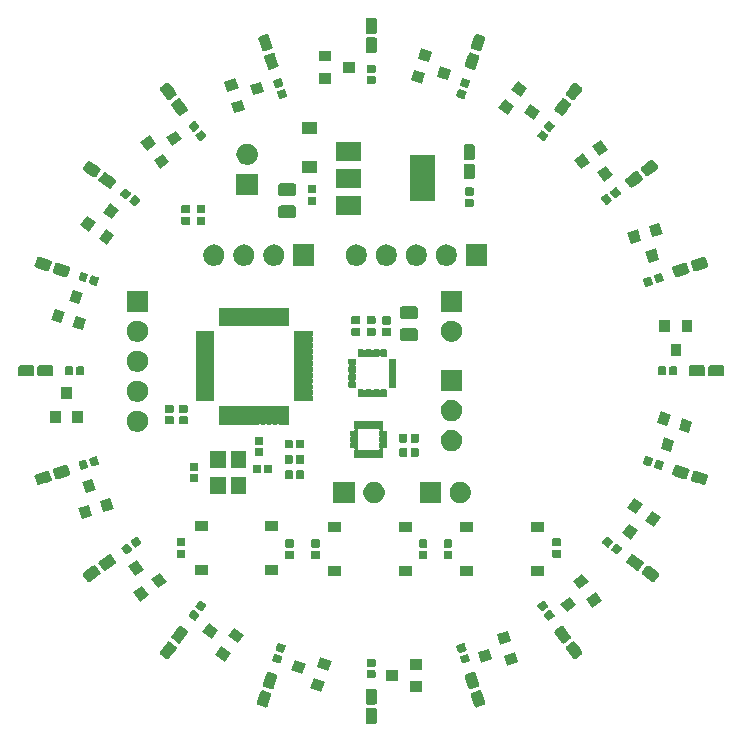
<source format=gbr>
G04 #@! TF.GenerationSoftware,KiCad,Pcbnew,(5.1.5)-3*
G04 #@! TF.CreationDate,2020-09-27T16:34:20-04:00*
G04 #@! TF.ProjectId,LED-Driver-STM,4c45442d-4472-4697-9665-722d53544d2e,rev?*
G04 #@! TF.SameCoordinates,Original*
G04 #@! TF.FileFunction,Soldermask,Top*
G04 #@! TF.FilePolarity,Negative*
%FSLAX46Y46*%
G04 Gerber Fmt 4.6, Leading zero omitted, Abs format (unit mm)*
G04 Created by KiCad (PCBNEW (5.1.5)-3) date 2020-09-27 16:34:20*
%MOMM*%
%LPD*%
G04 APERTURE LIST*
%ADD10C,0.100000*%
G04 APERTURE END LIST*
D10*
G36*
X121234618Y-149552965D02*
G01*
X121267433Y-149562919D01*
X121297665Y-149579079D01*
X121324170Y-149600830D01*
X121345921Y-149627335D01*
X121362081Y-149657567D01*
X121372035Y-149690382D01*
X121376000Y-149730640D01*
X121376000Y-150694360D01*
X121372035Y-150734618D01*
X121362081Y-150767433D01*
X121345921Y-150797665D01*
X121324170Y-150824170D01*
X121297665Y-150845921D01*
X121267433Y-150862081D01*
X121234618Y-150872035D01*
X121194360Y-150876000D01*
X120605640Y-150876000D01*
X120565382Y-150872035D01*
X120532567Y-150862081D01*
X120502335Y-150845921D01*
X120475830Y-150824170D01*
X120454079Y-150797665D01*
X120437919Y-150767433D01*
X120427965Y-150734618D01*
X120424000Y-150694360D01*
X120424000Y-149730640D01*
X120427965Y-149690382D01*
X120437919Y-149657567D01*
X120454079Y-149627335D01*
X120475830Y-149600830D01*
X120502335Y-149579079D01*
X120532567Y-149562919D01*
X120565382Y-149552965D01*
X120605640Y-149549000D01*
X121194360Y-149549000D01*
X121234618Y-149552965D01*
G37*
G36*
X111734489Y-148042075D02*
G01*
X111774007Y-148050745D01*
X112333910Y-148232669D01*
X112370974Y-148248881D01*
X112399102Y-148268486D01*
X112422864Y-148293199D01*
X112441351Y-148322079D01*
X112453846Y-148354003D01*
X112459873Y-148387753D01*
X112459200Y-148422030D01*
X112450528Y-148461555D01*
X112433114Y-148515149D01*
X112433114Y-148515150D01*
X112170141Y-149324500D01*
X112170134Y-149324517D01*
X112152723Y-149378101D01*
X112136511Y-149415166D01*
X112116907Y-149443294D01*
X112092194Y-149467055D01*
X112063313Y-149485543D01*
X112031391Y-149498037D01*
X111997640Y-149504064D01*
X111963359Y-149503391D01*
X111923841Y-149494721D01*
X111363938Y-149312797D01*
X111326874Y-149296585D01*
X111298746Y-149276980D01*
X111274984Y-149252267D01*
X111256497Y-149223387D01*
X111244002Y-149191463D01*
X111237975Y-149157713D01*
X111238648Y-149123436D01*
X111247320Y-149083911D01*
X111270360Y-149013000D01*
X111527707Y-148220966D01*
X111527714Y-148220949D01*
X111545125Y-148167365D01*
X111561337Y-148130300D01*
X111580941Y-148102172D01*
X111605654Y-148078411D01*
X111634535Y-148059923D01*
X111666457Y-148047429D01*
X111700208Y-148041402D01*
X111734489Y-148042075D01*
G37*
G36*
X130133542Y-148047429D02*
G01*
X130165466Y-148059924D01*
X130194346Y-148078411D01*
X130219059Y-148102173D01*
X130238663Y-148130300D01*
X130254875Y-148167365D01*
X130272286Y-148220949D01*
X130272293Y-148220966D01*
X130529640Y-149013000D01*
X130552680Y-149083911D01*
X130561352Y-149123436D01*
X130562025Y-149157713D01*
X130555998Y-149191464D01*
X130543504Y-149223386D01*
X130525016Y-149252267D01*
X130501255Y-149276980D01*
X130473125Y-149296585D01*
X130436062Y-149312797D01*
X129876159Y-149494721D01*
X129836641Y-149503391D01*
X129802360Y-149504064D01*
X129768610Y-149498037D01*
X129736686Y-149485542D01*
X129707806Y-149467055D01*
X129683093Y-149443293D01*
X129663489Y-149415166D01*
X129647277Y-149378101D01*
X129629866Y-149324517D01*
X129629859Y-149324500D01*
X129366886Y-148515150D01*
X129366886Y-148515149D01*
X129349472Y-148461555D01*
X129340800Y-148422030D01*
X129340127Y-148387753D01*
X129346154Y-148354002D01*
X129358648Y-148322080D01*
X129377136Y-148293199D01*
X129400897Y-148268486D01*
X129429027Y-148248881D01*
X129466090Y-148232669D01*
X130025993Y-148050745D01*
X130065511Y-148042075D01*
X130099792Y-148041402D01*
X130133542Y-148047429D01*
G37*
G36*
X121234618Y-147927965D02*
G01*
X121267433Y-147937919D01*
X121297665Y-147954079D01*
X121324170Y-147975830D01*
X121345921Y-148002335D01*
X121362081Y-148032567D01*
X121372035Y-148065382D01*
X121376000Y-148105640D01*
X121376000Y-149069360D01*
X121372035Y-149109618D01*
X121362081Y-149142433D01*
X121345921Y-149172665D01*
X121324170Y-149199170D01*
X121297665Y-149220921D01*
X121267433Y-149237081D01*
X121234618Y-149247035D01*
X121194360Y-149251000D01*
X120605640Y-149251000D01*
X120565382Y-149247035D01*
X120532567Y-149237081D01*
X120502335Y-149220921D01*
X120475830Y-149199170D01*
X120454079Y-149172665D01*
X120437919Y-149142433D01*
X120427965Y-149109618D01*
X120424000Y-149069360D01*
X120424000Y-148105640D01*
X120427965Y-148065382D01*
X120437919Y-148032567D01*
X120454079Y-148002335D01*
X120475830Y-147975830D01*
X120502335Y-147954079D01*
X120532567Y-147937919D01*
X120565382Y-147927965D01*
X120605640Y-147924000D01*
X121194360Y-147924000D01*
X121234618Y-147927965D01*
G37*
G36*
X125201000Y-148201000D02*
G01*
X124199000Y-148201000D01*
X124199000Y-147299000D01*
X125201000Y-147299000D01*
X125201000Y-148201000D01*
G37*
G36*
X116973336Y-147338412D02*
G01*
X116694603Y-148196265D01*
X115741644Y-147886630D01*
X116020377Y-147028777D01*
X116973336Y-147338412D01*
G37*
G36*
X129631390Y-146501963D02*
G01*
X129663314Y-146514458D01*
X129692194Y-146532945D01*
X129716907Y-146556707D01*
X129736511Y-146584834D01*
X129752723Y-146621899D01*
X129770134Y-146675483D01*
X129770141Y-146675500D01*
X130033114Y-147484850D01*
X130050528Y-147538445D01*
X130059200Y-147577970D01*
X130059873Y-147612247D01*
X130053846Y-147645998D01*
X130041352Y-147677920D01*
X130022864Y-147706801D01*
X129999103Y-147731514D01*
X129970973Y-147751119D01*
X129933910Y-147767331D01*
X129374007Y-147949255D01*
X129334489Y-147957925D01*
X129300208Y-147958598D01*
X129266458Y-147952571D01*
X129234534Y-147940076D01*
X129205654Y-147921589D01*
X129180941Y-147897827D01*
X129161337Y-147869700D01*
X129145125Y-147832635D01*
X129127714Y-147779051D01*
X129127707Y-147779034D01*
X128864734Y-146969684D01*
X128864734Y-146969683D01*
X128847320Y-146916089D01*
X128838648Y-146876564D01*
X128837975Y-146842287D01*
X128844002Y-146808536D01*
X128856496Y-146776614D01*
X128874984Y-146747733D01*
X128898745Y-146723020D01*
X128926875Y-146703415D01*
X128963938Y-146687203D01*
X129523841Y-146505279D01*
X129563359Y-146496609D01*
X129597640Y-146495936D01*
X129631390Y-146501963D01*
G37*
G36*
X112236641Y-146496609D02*
G01*
X112276159Y-146505279D01*
X112836062Y-146687203D01*
X112873126Y-146703415D01*
X112901254Y-146723020D01*
X112925016Y-146747733D01*
X112943503Y-146776613D01*
X112955998Y-146808537D01*
X112962025Y-146842287D01*
X112961352Y-146876564D01*
X112952680Y-146916089D01*
X112935266Y-146969683D01*
X112935266Y-146969684D01*
X112672293Y-147779034D01*
X112672286Y-147779051D01*
X112654875Y-147832635D01*
X112638663Y-147869700D01*
X112619059Y-147897828D01*
X112594346Y-147921589D01*
X112565465Y-147940077D01*
X112533543Y-147952571D01*
X112499792Y-147958598D01*
X112465511Y-147957925D01*
X112425993Y-147949255D01*
X111866090Y-147767331D01*
X111829026Y-147751119D01*
X111800898Y-147731514D01*
X111777136Y-147706801D01*
X111758649Y-147677921D01*
X111746154Y-147645997D01*
X111740127Y-147612247D01*
X111740800Y-147577970D01*
X111749472Y-147538445D01*
X111766886Y-147484850D01*
X112029859Y-146675500D01*
X112029866Y-146675483D01*
X112047277Y-146621899D01*
X112063489Y-146584834D01*
X112083093Y-146556706D01*
X112107806Y-146532945D01*
X112136687Y-146514457D01*
X112168609Y-146501963D01*
X112202360Y-146495936D01*
X112236641Y-146496609D01*
G37*
G36*
X123201000Y-147251000D02*
G01*
X122199000Y-147251000D01*
X122199000Y-146349000D01*
X123201000Y-146349000D01*
X123201000Y-147251000D01*
G37*
G36*
X121181938Y-146341716D02*
G01*
X121202557Y-146347971D01*
X121221553Y-146358124D01*
X121238208Y-146371792D01*
X121251876Y-146388447D01*
X121262029Y-146407443D01*
X121268284Y-146428062D01*
X121271000Y-146455640D01*
X121271000Y-146914360D01*
X121268284Y-146941938D01*
X121262029Y-146962557D01*
X121251876Y-146981553D01*
X121238208Y-146998208D01*
X121221553Y-147011876D01*
X121202557Y-147022029D01*
X121181938Y-147028284D01*
X121154360Y-147031000D01*
X120645640Y-147031000D01*
X120618062Y-147028284D01*
X120597443Y-147022029D01*
X120578447Y-147011876D01*
X120561792Y-146998208D01*
X120548124Y-146981553D01*
X120537971Y-146962557D01*
X120531716Y-146941938D01*
X120529000Y-146914360D01*
X120529000Y-146455640D01*
X120531716Y-146428062D01*
X120537971Y-146407443D01*
X120548124Y-146388447D01*
X120561792Y-146371792D01*
X120578447Y-146358124D01*
X120597443Y-146347971D01*
X120618062Y-146341716D01*
X120645640Y-146339000D01*
X121154360Y-146339000D01*
X121181938Y-146341716D01*
G37*
G36*
X115364789Y-145816874D02*
G01*
X115086056Y-146674727D01*
X114133097Y-146365092D01*
X114411830Y-145507239D01*
X115364789Y-145816874D01*
G37*
G36*
X117560469Y-145531404D02*
G01*
X117281736Y-146389257D01*
X116328777Y-146079622D01*
X116607510Y-145221769D01*
X117560469Y-145531404D01*
G37*
G36*
X125201000Y-146301000D02*
G01*
X124199000Y-146301000D01*
X124199000Y-145399000D01*
X125201000Y-145399000D01*
X125201000Y-146301000D01*
G37*
G36*
X121181938Y-145371716D02*
G01*
X121202557Y-145377971D01*
X121221553Y-145388124D01*
X121238208Y-145401792D01*
X121251876Y-145418447D01*
X121262029Y-145437443D01*
X121268284Y-145458062D01*
X121271000Y-145485640D01*
X121271000Y-145944360D01*
X121268284Y-145971938D01*
X121262029Y-145992557D01*
X121251876Y-146011553D01*
X121238208Y-146028208D01*
X121221553Y-146041876D01*
X121202557Y-146052029D01*
X121181938Y-146058284D01*
X121154360Y-146061000D01*
X120645640Y-146061000D01*
X120618062Y-146058284D01*
X120597443Y-146052029D01*
X120578447Y-146041876D01*
X120561792Y-146028208D01*
X120548124Y-146011553D01*
X120537971Y-145992557D01*
X120531716Y-145971938D01*
X120529000Y-145944360D01*
X120529000Y-145485640D01*
X120531716Y-145458062D01*
X120537971Y-145437443D01*
X120548124Y-145418447D01*
X120561792Y-145401792D01*
X120578447Y-145388124D01*
X120597443Y-145377971D01*
X120618062Y-145371716D01*
X120645640Y-145369000D01*
X121154360Y-145369000D01*
X121181938Y-145371716D01*
G37*
G36*
X133360469Y-145668596D02*
G01*
X132407510Y-145978231D01*
X132128777Y-145120378D01*
X133081736Y-144810743D01*
X133360469Y-145668596D01*
G37*
G36*
X129054677Y-144951019D02*
G01*
X129074743Y-144958873D01*
X129092886Y-144970487D01*
X129108416Y-144985419D01*
X129120732Y-145003089D01*
X129131841Y-145028486D01*
X129273590Y-145464747D01*
X129279531Y-145491821D01*
X129279953Y-145513360D01*
X129276167Y-145534564D01*
X129268313Y-145554630D01*
X129256699Y-145572773D01*
X129241767Y-145588303D01*
X129224097Y-145600619D01*
X129198700Y-145611728D01*
X128714886Y-145768928D01*
X128687812Y-145774869D01*
X128666273Y-145775291D01*
X128645069Y-145771505D01*
X128625003Y-145763651D01*
X128606860Y-145752037D01*
X128591330Y-145737105D01*
X128579014Y-145719435D01*
X128567905Y-145694038D01*
X128426156Y-145257777D01*
X128420215Y-145230703D01*
X128419793Y-145209164D01*
X128423579Y-145187960D01*
X128431433Y-145167894D01*
X128443047Y-145149751D01*
X128457979Y-145134221D01*
X128475649Y-145121905D01*
X128501046Y-145110796D01*
X128984860Y-144953596D01*
X129011934Y-144947655D01*
X129033473Y-144947233D01*
X129054677Y-144951019D01*
G37*
G36*
X112788066Y-144947655D02*
G01*
X112815140Y-144953596D01*
X113298954Y-145110796D01*
X113324351Y-145121905D01*
X113342021Y-145134221D01*
X113356953Y-145149751D01*
X113368567Y-145167894D01*
X113376421Y-145187960D01*
X113380207Y-145209164D01*
X113379785Y-145230703D01*
X113373844Y-145257777D01*
X113232095Y-145694038D01*
X113220986Y-145719435D01*
X113208670Y-145737105D01*
X113193140Y-145752037D01*
X113174997Y-145763651D01*
X113154931Y-145771505D01*
X113133727Y-145775291D01*
X113112188Y-145774869D01*
X113085114Y-145768928D01*
X112601300Y-145611728D01*
X112575903Y-145600619D01*
X112558233Y-145588303D01*
X112543301Y-145572773D01*
X112531687Y-145554630D01*
X112523833Y-145534564D01*
X112520047Y-145513360D01*
X112520469Y-145491821D01*
X112526410Y-145464747D01*
X112668159Y-145028486D01*
X112679268Y-145003089D01*
X112691584Y-144985419D01*
X112707114Y-144970487D01*
X112725257Y-144958873D01*
X112745323Y-144951019D01*
X112766527Y-144947233D01*
X112788066Y-144947655D01*
G37*
G36*
X131164789Y-145383126D02*
G01*
X130211830Y-145692761D01*
X129933097Y-144834908D01*
X130886056Y-144525273D01*
X131164789Y-145383126D01*
G37*
G36*
X109021030Y-144885965D02*
G01*
X108490847Y-145615698D01*
X107680212Y-145026737D01*
X108210395Y-144297004D01*
X109021030Y-144885965D01*
G37*
G36*
X138061208Y-143913154D02*
G01*
X138094381Y-143921810D01*
X138125227Y-143936772D01*
X138152567Y-143957468D01*
X138179435Y-143987704D01*
X138212563Y-144033301D01*
X138212565Y-144033303D01*
X138543376Y-144488625D01*
X138745900Y-144767375D01*
X138766354Y-144802273D01*
X138777588Y-144834670D01*
X138782285Y-144868630D01*
X138780267Y-144902859D01*
X138771611Y-144936032D01*
X138756649Y-144966878D01*
X138735953Y-144994218D01*
X138705717Y-145021086D01*
X138660120Y-145054214D01*
X138660118Y-145054216D01*
X138444384Y-145210956D01*
X138229428Y-145367131D01*
X138194530Y-145387585D01*
X138162133Y-145398819D01*
X138128173Y-145403516D01*
X138093944Y-145401498D01*
X138060771Y-145392842D01*
X138029925Y-145377880D01*
X138002585Y-145357184D01*
X137975717Y-145326948D01*
X137891444Y-145210956D01*
X137442381Y-144592875D01*
X137409252Y-144547277D01*
X137388798Y-144512379D01*
X137377564Y-144479982D01*
X137372867Y-144446022D01*
X137374885Y-144411793D01*
X137383541Y-144378620D01*
X137398503Y-144347774D01*
X137419199Y-144320434D01*
X137449435Y-144293566D01*
X137499969Y-144256851D01*
X137880126Y-143980650D01*
X137925724Y-143947521D01*
X137960622Y-143927067D01*
X137993019Y-143915833D01*
X138026979Y-143911136D01*
X138061208Y-143913154D01*
G37*
G36*
X103806981Y-143915833D02*
G01*
X103839378Y-143927067D01*
X103874276Y-143947521D01*
X103919874Y-143980650D01*
X104300032Y-144256851D01*
X104350565Y-144293566D01*
X104380801Y-144320434D01*
X104401497Y-144347774D01*
X104416459Y-144378620D01*
X104425115Y-144411793D01*
X104427133Y-144446022D01*
X104422436Y-144479982D01*
X104411202Y-144512379D01*
X104390748Y-144547277D01*
X104357619Y-144592875D01*
X103908557Y-145210956D01*
X103824283Y-145326948D01*
X103797415Y-145357184D01*
X103770075Y-145377880D01*
X103739229Y-145392842D01*
X103706056Y-145401498D01*
X103671827Y-145403516D01*
X103637867Y-145398819D01*
X103605470Y-145387585D01*
X103570572Y-145367131D01*
X103355616Y-145210956D01*
X103139882Y-145054216D01*
X103139880Y-145054214D01*
X103094283Y-145021086D01*
X103064047Y-144994218D01*
X103043351Y-144966878D01*
X103028389Y-144936032D01*
X103019733Y-144902859D01*
X103017715Y-144868630D01*
X103022412Y-144834670D01*
X103033646Y-144802273D01*
X103054100Y-144767375D01*
X103256624Y-144488625D01*
X103587435Y-144033303D01*
X103587437Y-144033301D01*
X103620565Y-143987704D01*
X103647433Y-143957468D01*
X103674773Y-143936772D01*
X103705619Y-143921810D01*
X103738792Y-143913154D01*
X103773021Y-143911136D01*
X103806981Y-143915833D01*
G37*
G36*
X113087812Y-144025131D02*
G01*
X113114886Y-144031072D01*
X113598700Y-144188272D01*
X113624097Y-144199381D01*
X113641767Y-144211697D01*
X113656699Y-144227227D01*
X113668313Y-144245370D01*
X113676167Y-144265436D01*
X113679953Y-144286640D01*
X113679531Y-144308179D01*
X113673590Y-144335253D01*
X113531841Y-144771514D01*
X113520732Y-144796911D01*
X113508416Y-144814581D01*
X113492886Y-144829513D01*
X113474743Y-144841127D01*
X113454677Y-144848981D01*
X113433473Y-144852767D01*
X113411934Y-144852345D01*
X113384860Y-144846404D01*
X112901046Y-144689204D01*
X112875649Y-144678095D01*
X112857979Y-144665779D01*
X112843047Y-144650249D01*
X112831433Y-144632106D01*
X112823579Y-144612040D01*
X112819793Y-144590836D01*
X112820215Y-144569297D01*
X112826156Y-144542223D01*
X112967905Y-144105962D01*
X112979014Y-144080565D01*
X112991330Y-144062895D01*
X113006860Y-144047963D01*
X113025003Y-144036349D01*
X113045069Y-144028495D01*
X113066273Y-144024709D01*
X113087812Y-144025131D01*
G37*
G36*
X128754931Y-144028495D02*
G01*
X128774997Y-144036349D01*
X128793140Y-144047963D01*
X128808670Y-144062895D01*
X128820986Y-144080565D01*
X128832095Y-144105962D01*
X128973844Y-144542223D01*
X128979785Y-144569297D01*
X128980207Y-144590836D01*
X128976421Y-144612040D01*
X128968567Y-144632106D01*
X128956953Y-144650249D01*
X128942021Y-144665779D01*
X128924351Y-144678095D01*
X128898954Y-144689204D01*
X128415140Y-144846404D01*
X128388066Y-144852345D01*
X128366527Y-144852767D01*
X128345323Y-144848981D01*
X128325257Y-144841127D01*
X128307114Y-144829513D01*
X128291584Y-144814581D01*
X128279268Y-144796911D01*
X128268159Y-144771514D01*
X128126410Y-144335253D01*
X128120469Y-144308179D01*
X128120047Y-144286640D01*
X128123833Y-144265436D01*
X128131687Y-144245370D01*
X128143301Y-144227227D01*
X128158233Y-144211697D01*
X128175903Y-144199381D01*
X128201300Y-144188272D01*
X128685114Y-144031072D01*
X128712188Y-144025131D01*
X128733727Y-144024709D01*
X128754931Y-144028495D01*
G37*
G36*
X132773336Y-143861588D02*
G01*
X131820377Y-144171223D01*
X131541644Y-143313370D01*
X132494603Y-143003735D01*
X132773336Y-143861588D01*
G37*
G36*
X137106056Y-142598502D02*
G01*
X137139229Y-142607158D01*
X137170075Y-142622120D01*
X137197415Y-142642816D01*
X137224283Y-142673052D01*
X137257411Y-142718649D01*
X137257413Y-142718651D01*
X137602695Y-143193890D01*
X137790748Y-143452723D01*
X137811202Y-143487621D01*
X137822436Y-143520018D01*
X137827133Y-143553978D01*
X137825115Y-143588207D01*
X137816459Y-143621380D01*
X137801497Y-143652226D01*
X137780801Y-143679566D01*
X137750565Y-143706434D01*
X137704968Y-143739562D01*
X137704966Y-143739564D01*
X137373140Y-143980650D01*
X137274276Y-144052479D01*
X137239378Y-144072933D01*
X137206981Y-144084167D01*
X137173021Y-144088864D01*
X137138792Y-144086846D01*
X137105619Y-144078190D01*
X137074773Y-144063228D01*
X137047433Y-144042532D01*
X137020565Y-144012296D01*
X136965694Y-143936772D01*
X136487229Y-143278223D01*
X136454100Y-143232625D01*
X136433646Y-143197727D01*
X136422412Y-143165330D01*
X136417715Y-143131370D01*
X136419733Y-143097141D01*
X136428389Y-143063968D01*
X136443351Y-143033122D01*
X136464047Y-143005782D01*
X136494283Y-142978914D01*
X136970572Y-142632869D01*
X137005470Y-142612415D01*
X137037867Y-142601181D01*
X137071827Y-142596484D01*
X137106056Y-142598502D01*
G37*
G36*
X104762133Y-142601181D02*
G01*
X104794530Y-142612415D01*
X104829428Y-142632869D01*
X105305717Y-142978914D01*
X105335953Y-143005782D01*
X105356649Y-143033122D01*
X105371611Y-143063968D01*
X105380267Y-143097141D01*
X105382285Y-143131370D01*
X105377588Y-143165330D01*
X105366354Y-143197727D01*
X105345900Y-143232625D01*
X105312771Y-143278223D01*
X104834307Y-143936772D01*
X104779435Y-144012296D01*
X104752567Y-144042532D01*
X104725227Y-144063228D01*
X104694381Y-144078190D01*
X104661208Y-144086846D01*
X104626979Y-144088864D01*
X104593019Y-144084167D01*
X104560622Y-144072933D01*
X104525724Y-144052479D01*
X104426860Y-143980650D01*
X104095034Y-143739564D01*
X104095032Y-143739562D01*
X104049435Y-143706434D01*
X104019199Y-143679566D01*
X103998503Y-143652226D01*
X103983541Y-143621380D01*
X103974885Y-143588207D01*
X103972867Y-143553978D01*
X103977564Y-143520018D01*
X103988798Y-143487621D01*
X104009252Y-143452723D01*
X104197305Y-143193890D01*
X104542587Y-142718651D01*
X104542589Y-142718649D01*
X104575717Y-142673052D01*
X104602585Y-142642816D01*
X104629925Y-142622120D01*
X104660771Y-142607158D01*
X104693944Y-142598502D01*
X104728173Y-142596484D01*
X104762133Y-142601181D01*
G37*
G36*
X110137822Y-143348833D02*
G01*
X109607639Y-144078566D01*
X108797004Y-143489605D01*
X109327187Y-142759872D01*
X110137822Y-143348833D01*
G37*
G36*
X107961392Y-142941829D02*
G01*
X107431209Y-143671562D01*
X106620574Y-143082601D01*
X107150757Y-142352868D01*
X107961392Y-142941829D01*
G37*
G36*
X105868253Y-141241872D02*
G01*
X105888607Y-141248930D01*
X105912514Y-141262942D01*
X106324077Y-141561961D01*
X106344795Y-141580372D01*
X106357797Y-141597547D01*
X106367198Y-141616929D01*
X106372639Y-141637781D01*
X106373906Y-141659282D01*
X106370955Y-141680624D01*
X106363897Y-141700977D01*
X106349882Y-141724890D01*
X106080261Y-142095991D01*
X106061846Y-142116714D01*
X106044672Y-142129715D01*
X106025286Y-142139118D01*
X106004439Y-142144558D01*
X105982936Y-142145826D01*
X105961595Y-142142874D01*
X105941241Y-142135816D01*
X105917334Y-142121804D01*
X105505771Y-141822785D01*
X105485053Y-141804374D01*
X105472051Y-141787199D01*
X105462650Y-141767817D01*
X105457209Y-141746965D01*
X105455942Y-141725464D01*
X105458893Y-141704122D01*
X105465951Y-141683769D01*
X105479966Y-141659856D01*
X105749587Y-141288755D01*
X105768002Y-141268032D01*
X105785176Y-141255031D01*
X105804562Y-141245628D01*
X105825409Y-141240188D01*
X105846912Y-141238920D01*
X105868253Y-141241872D01*
G37*
G36*
X136074589Y-141240188D02*
G01*
X136095441Y-141245629D01*
X136114823Y-141255030D01*
X136131998Y-141268032D01*
X136150413Y-141288755D01*
X136420034Y-141659856D01*
X136434049Y-141683769D01*
X136441107Y-141704123D01*
X136444059Y-141725464D01*
X136442791Y-141746967D01*
X136437351Y-141767814D01*
X136427948Y-141787200D01*
X136414947Y-141804374D01*
X136394229Y-141822785D01*
X135982666Y-142121804D01*
X135958759Y-142135816D01*
X135938406Y-142142874D01*
X135917064Y-142145825D01*
X135895563Y-142144558D01*
X135874711Y-142139117D01*
X135855329Y-142129716D01*
X135838154Y-142116714D01*
X135819739Y-142095991D01*
X135550118Y-141724890D01*
X135536103Y-141700977D01*
X135529045Y-141680623D01*
X135526093Y-141659282D01*
X135527361Y-141637779D01*
X135532801Y-141616932D01*
X135542204Y-141597546D01*
X135555205Y-141580372D01*
X135575923Y-141561961D01*
X135987486Y-141262942D01*
X136011393Y-141248930D01*
X136031746Y-141241872D01*
X136053088Y-141238921D01*
X136074589Y-141240188D01*
G37*
G36*
X138261392Y-140858171D02*
G01*
X137450757Y-141447132D01*
X136920574Y-140717399D01*
X137731209Y-140128438D01*
X138261392Y-140858171D01*
G37*
G36*
X106438405Y-140457126D02*
G01*
X106458759Y-140464184D01*
X106482666Y-140478196D01*
X106894229Y-140777215D01*
X106914947Y-140795626D01*
X106927949Y-140812801D01*
X106937350Y-140832183D01*
X106942791Y-140853035D01*
X106944058Y-140874536D01*
X106941107Y-140895878D01*
X106934049Y-140916231D01*
X106920034Y-140940144D01*
X106650413Y-141311245D01*
X106631998Y-141331968D01*
X106614824Y-141344969D01*
X106595438Y-141354372D01*
X106574591Y-141359812D01*
X106553088Y-141361080D01*
X106531747Y-141358128D01*
X106511393Y-141351070D01*
X106487486Y-141337058D01*
X106075923Y-141038039D01*
X106055205Y-141019628D01*
X106042203Y-141002453D01*
X106032802Y-140983071D01*
X106027361Y-140962219D01*
X106026094Y-140940718D01*
X106029045Y-140919376D01*
X106036103Y-140899023D01*
X106050118Y-140875110D01*
X106319739Y-140504009D01*
X106338154Y-140483286D01*
X106355328Y-140470285D01*
X106374714Y-140460882D01*
X106395561Y-140455442D01*
X106417064Y-140454174D01*
X106438405Y-140457126D01*
G37*
G36*
X135504437Y-140455442D02*
G01*
X135525289Y-140460883D01*
X135544671Y-140470284D01*
X135561846Y-140483286D01*
X135580261Y-140504009D01*
X135849882Y-140875110D01*
X135863897Y-140899023D01*
X135870955Y-140919377D01*
X135873907Y-140940718D01*
X135872639Y-140962221D01*
X135867199Y-140983068D01*
X135857796Y-141002454D01*
X135844795Y-141019628D01*
X135824077Y-141038039D01*
X135412514Y-141337058D01*
X135388607Y-141351070D01*
X135368254Y-141358128D01*
X135346912Y-141361079D01*
X135325411Y-141359812D01*
X135304559Y-141354371D01*
X135285177Y-141344970D01*
X135268002Y-141331968D01*
X135249587Y-141311245D01*
X134979966Y-140940144D01*
X134965951Y-140916231D01*
X134958893Y-140895877D01*
X134955941Y-140874536D01*
X134957209Y-140853033D01*
X134962649Y-140832186D01*
X134972052Y-140812800D01*
X134985053Y-140795626D01*
X135005771Y-140777215D01*
X135417334Y-140478196D01*
X135441241Y-140464184D01*
X135461594Y-140457126D01*
X135482936Y-140454175D01*
X135504437Y-140455442D01*
G37*
G36*
X140437822Y-140451167D02*
G01*
X139627187Y-141040128D01*
X139097004Y-140310395D01*
X139907639Y-139721434D01*
X140437822Y-140451167D01*
G37*
G36*
X102078566Y-140007639D02*
G01*
X101348833Y-140537822D01*
X100759872Y-139727187D01*
X101489605Y-139197004D01*
X102078566Y-140007639D01*
G37*
G36*
X139321030Y-138914035D02*
G01*
X138510395Y-139502996D01*
X137980212Y-138773263D01*
X138790847Y-138184302D01*
X139321030Y-138914035D01*
G37*
G36*
X103615698Y-138890847D02*
G01*
X102885965Y-139421030D01*
X102297004Y-138610395D01*
X103026737Y-138080212D01*
X103615698Y-138890847D01*
G37*
G36*
X97488207Y-137474885D02*
G01*
X97521380Y-137483541D01*
X97552226Y-137498503D01*
X97579566Y-137519199D01*
X97606434Y-137549435D01*
X97952479Y-138025724D01*
X97972933Y-138060622D01*
X97984167Y-138093019D01*
X97988864Y-138126979D01*
X97986846Y-138161208D01*
X97978190Y-138194381D01*
X97963228Y-138225227D01*
X97942532Y-138252567D01*
X97912296Y-138279435D01*
X97866699Y-138312563D01*
X97866697Y-138312565D01*
X97456769Y-138610395D01*
X97132625Y-138845900D01*
X97097727Y-138866354D01*
X97065330Y-138877588D01*
X97031370Y-138882285D01*
X96997141Y-138880267D01*
X96963968Y-138871611D01*
X96933122Y-138856649D01*
X96905782Y-138835953D01*
X96878914Y-138805717D01*
X96532869Y-138329428D01*
X96512415Y-138294530D01*
X96501181Y-138262133D01*
X96496484Y-138228173D01*
X96498502Y-138193944D01*
X96507158Y-138160771D01*
X96522120Y-138129925D01*
X96542816Y-138102585D01*
X96573052Y-138075717D01*
X96704622Y-137980126D01*
X97307125Y-137542381D01*
X97352723Y-137509252D01*
X97387621Y-137488798D01*
X97420018Y-137477564D01*
X97453978Y-137472867D01*
X97488207Y-137474885D01*
G37*
G36*
X144379982Y-137477564D02*
G01*
X144412379Y-137488798D01*
X144447277Y-137509252D01*
X144492875Y-137542381D01*
X145095379Y-137980126D01*
X145226948Y-138075717D01*
X145257184Y-138102585D01*
X145277880Y-138129925D01*
X145292842Y-138160771D01*
X145301498Y-138193944D01*
X145303516Y-138228173D01*
X145298819Y-138262133D01*
X145287585Y-138294530D01*
X145267131Y-138329428D01*
X144921086Y-138805717D01*
X144894218Y-138835953D01*
X144866878Y-138856649D01*
X144836032Y-138871611D01*
X144802859Y-138880267D01*
X144768630Y-138882285D01*
X144734670Y-138877588D01*
X144702273Y-138866354D01*
X144667375Y-138845900D01*
X144343231Y-138610395D01*
X143933303Y-138312565D01*
X143933301Y-138312563D01*
X143887704Y-138279435D01*
X143857468Y-138252567D01*
X143836772Y-138225227D01*
X143821810Y-138194381D01*
X143813154Y-138161208D01*
X143811136Y-138126979D01*
X143815833Y-138093019D01*
X143827067Y-138060622D01*
X143847521Y-138025724D01*
X144193566Y-137549435D01*
X144220434Y-137519199D01*
X144247774Y-137498503D01*
X144278620Y-137483541D01*
X144311793Y-137474885D01*
X144346022Y-137472867D01*
X144379982Y-137477564D01*
G37*
G36*
X135551000Y-138401000D02*
G01*
X134449000Y-138401000D01*
X134449000Y-137549000D01*
X135551000Y-137549000D01*
X135551000Y-138401000D01*
G37*
G36*
X129551000Y-138401000D02*
G01*
X128449000Y-138401000D01*
X128449000Y-137549000D01*
X129551000Y-137549000D01*
X129551000Y-138401000D01*
G37*
G36*
X124351000Y-138401000D02*
G01*
X123249000Y-138401000D01*
X123249000Y-137549000D01*
X124351000Y-137549000D01*
X124351000Y-138401000D01*
G37*
G36*
X118351000Y-138401000D02*
G01*
X117249000Y-138401000D01*
X117249000Y-137549000D01*
X118351000Y-137549000D01*
X118351000Y-138401000D01*
G37*
G36*
X101671562Y-137831209D02*
G01*
X100941829Y-138361392D01*
X100352868Y-137550757D01*
X101082601Y-137020574D01*
X101671562Y-137831209D01*
G37*
G36*
X113051000Y-138301000D02*
G01*
X111949000Y-138301000D01*
X111949000Y-137449000D01*
X113051000Y-137449000D01*
X113051000Y-138301000D01*
G37*
G36*
X107051000Y-138301000D02*
G01*
X105949000Y-138301000D01*
X105949000Y-137449000D01*
X107051000Y-137449000D01*
X107051000Y-138301000D01*
G37*
G36*
X143065330Y-136522412D02*
G01*
X143097727Y-136533646D01*
X143132625Y-136554100D01*
X143178223Y-136587229D01*
X143780727Y-137024974D01*
X143912296Y-137120565D01*
X143942532Y-137147433D01*
X143963228Y-137174773D01*
X143978190Y-137205619D01*
X143986846Y-137238792D01*
X143988864Y-137273021D01*
X143984167Y-137306981D01*
X143972933Y-137339378D01*
X143952479Y-137374276D01*
X143606434Y-137850565D01*
X143579566Y-137880801D01*
X143552226Y-137901497D01*
X143521380Y-137916459D01*
X143488207Y-137925115D01*
X143453978Y-137927133D01*
X143420018Y-137922436D01*
X143387621Y-137911202D01*
X143352723Y-137890748D01*
X142945708Y-137595034D01*
X142618651Y-137357413D01*
X142618649Y-137357411D01*
X142573052Y-137324283D01*
X142542816Y-137297415D01*
X142522120Y-137270075D01*
X142507158Y-137239229D01*
X142498502Y-137206056D01*
X142496484Y-137171827D01*
X142501181Y-137137867D01*
X142512415Y-137105470D01*
X142532869Y-137070572D01*
X142634274Y-136931000D01*
X142845784Y-136639882D01*
X142845786Y-136639880D01*
X142878914Y-136594283D01*
X142905782Y-136564047D01*
X142933122Y-136543351D01*
X142963968Y-136528389D01*
X142997141Y-136519733D01*
X143031370Y-136517715D01*
X143065330Y-136522412D01*
G37*
G36*
X98802859Y-136519733D02*
G01*
X98836032Y-136528389D01*
X98866878Y-136543351D01*
X98894218Y-136564047D01*
X98921086Y-136594283D01*
X98954214Y-136639880D01*
X98954216Y-136639882D01*
X99165726Y-136931000D01*
X99267131Y-137070572D01*
X99287585Y-137105470D01*
X99298819Y-137137867D01*
X99303516Y-137171827D01*
X99301498Y-137206056D01*
X99292842Y-137239229D01*
X99277880Y-137270075D01*
X99257184Y-137297415D01*
X99226948Y-137324283D01*
X99181351Y-137357411D01*
X99181349Y-137357413D01*
X98854292Y-137595034D01*
X98447277Y-137890748D01*
X98412379Y-137911202D01*
X98379982Y-137922436D01*
X98346022Y-137927133D01*
X98311793Y-137925115D01*
X98278620Y-137916459D01*
X98247774Y-137901497D01*
X98220434Y-137880801D01*
X98193566Y-137850565D01*
X97847521Y-137374276D01*
X97827067Y-137339378D01*
X97815833Y-137306981D01*
X97811136Y-137273021D01*
X97813154Y-137238792D01*
X97821810Y-137205619D01*
X97836772Y-137174773D01*
X97857468Y-137147433D01*
X97887704Y-137120565D01*
X98019274Y-137024974D01*
X98621777Y-136587229D01*
X98667375Y-136554100D01*
X98702273Y-136533646D01*
X98734670Y-136522412D01*
X98768630Y-136517715D01*
X98802859Y-136519733D01*
G37*
G36*
X114281938Y-136241716D02*
G01*
X114302557Y-136247971D01*
X114321553Y-136258124D01*
X114338208Y-136271792D01*
X114351876Y-136288447D01*
X114362029Y-136307443D01*
X114368284Y-136328062D01*
X114371000Y-136355640D01*
X114371000Y-136814360D01*
X114368284Y-136841938D01*
X114362029Y-136862557D01*
X114351876Y-136881553D01*
X114338208Y-136898208D01*
X114321553Y-136911876D01*
X114302557Y-136922029D01*
X114281938Y-136928284D01*
X114254360Y-136931000D01*
X113745640Y-136931000D01*
X113718062Y-136928284D01*
X113697443Y-136922029D01*
X113678447Y-136911876D01*
X113661792Y-136898208D01*
X113648124Y-136881553D01*
X113637971Y-136862557D01*
X113631716Y-136841938D01*
X113629000Y-136814360D01*
X113629000Y-136355640D01*
X113631716Y-136328062D01*
X113637971Y-136307443D01*
X113648124Y-136288447D01*
X113661792Y-136271792D01*
X113678447Y-136258124D01*
X113697443Y-136247971D01*
X113718062Y-136241716D01*
X113745640Y-136239000D01*
X114254360Y-136239000D01*
X114281938Y-136241716D01*
G37*
G36*
X127681938Y-136241716D02*
G01*
X127702557Y-136247971D01*
X127721553Y-136258124D01*
X127738208Y-136271792D01*
X127751876Y-136288447D01*
X127762029Y-136307443D01*
X127768284Y-136328062D01*
X127771000Y-136355640D01*
X127771000Y-136814360D01*
X127768284Y-136841938D01*
X127762029Y-136862557D01*
X127751876Y-136881553D01*
X127738208Y-136898208D01*
X127721553Y-136911876D01*
X127702557Y-136922029D01*
X127681938Y-136928284D01*
X127654360Y-136931000D01*
X127145640Y-136931000D01*
X127118062Y-136928284D01*
X127097443Y-136922029D01*
X127078447Y-136911876D01*
X127061792Y-136898208D01*
X127048124Y-136881553D01*
X127037971Y-136862557D01*
X127031716Y-136841938D01*
X127029000Y-136814360D01*
X127029000Y-136355640D01*
X127031716Y-136328062D01*
X127037971Y-136307443D01*
X127048124Y-136288447D01*
X127061792Y-136271792D01*
X127078447Y-136258124D01*
X127097443Y-136247971D01*
X127118062Y-136241716D01*
X127145640Y-136239000D01*
X127654360Y-136239000D01*
X127681938Y-136241716D01*
G37*
G36*
X125581938Y-136241716D02*
G01*
X125602557Y-136247971D01*
X125621553Y-136258124D01*
X125638208Y-136271792D01*
X125651876Y-136288447D01*
X125662029Y-136307443D01*
X125668284Y-136328062D01*
X125671000Y-136355640D01*
X125671000Y-136814360D01*
X125668284Y-136841938D01*
X125662029Y-136862557D01*
X125651876Y-136881553D01*
X125638208Y-136898208D01*
X125621553Y-136911876D01*
X125602557Y-136922029D01*
X125581938Y-136928284D01*
X125554360Y-136931000D01*
X125045640Y-136931000D01*
X125018062Y-136928284D01*
X124997443Y-136922029D01*
X124978447Y-136911876D01*
X124961792Y-136898208D01*
X124948124Y-136881553D01*
X124937971Y-136862557D01*
X124931716Y-136841938D01*
X124929000Y-136814360D01*
X124929000Y-136355640D01*
X124931716Y-136328062D01*
X124937971Y-136307443D01*
X124948124Y-136288447D01*
X124961792Y-136271792D01*
X124978447Y-136258124D01*
X124997443Y-136247971D01*
X125018062Y-136241716D01*
X125045640Y-136239000D01*
X125554360Y-136239000D01*
X125581938Y-136241716D01*
G37*
G36*
X116481938Y-136241716D02*
G01*
X116502557Y-136247971D01*
X116521553Y-136258124D01*
X116538208Y-136271792D01*
X116551876Y-136288447D01*
X116562029Y-136307443D01*
X116568284Y-136328062D01*
X116571000Y-136355640D01*
X116571000Y-136814360D01*
X116568284Y-136841938D01*
X116562029Y-136862557D01*
X116551876Y-136881553D01*
X116538208Y-136898208D01*
X116521553Y-136911876D01*
X116502557Y-136922029D01*
X116481938Y-136928284D01*
X116454360Y-136931000D01*
X115945640Y-136931000D01*
X115918062Y-136928284D01*
X115897443Y-136922029D01*
X115878447Y-136911876D01*
X115861792Y-136898208D01*
X115848124Y-136881553D01*
X115837971Y-136862557D01*
X115831716Y-136841938D01*
X115829000Y-136814360D01*
X115829000Y-136355640D01*
X115831716Y-136328062D01*
X115837971Y-136307443D01*
X115848124Y-136288447D01*
X115861792Y-136271792D01*
X115878447Y-136258124D01*
X115897443Y-136247971D01*
X115918062Y-136241716D01*
X115945640Y-136239000D01*
X116454360Y-136239000D01*
X116481938Y-136241716D01*
G37*
G36*
X136881938Y-136141716D02*
G01*
X136902557Y-136147971D01*
X136921553Y-136158124D01*
X136938208Y-136171792D01*
X136951876Y-136188447D01*
X136962029Y-136207443D01*
X136968284Y-136228062D01*
X136971000Y-136255640D01*
X136971000Y-136714360D01*
X136968284Y-136741938D01*
X136962029Y-136762557D01*
X136951876Y-136781553D01*
X136938208Y-136798208D01*
X136921553Y-136811876D01*
X136902557Y-136822029D01*
X136881938Y-136828284D01*
X136854360Y-136831000D01*
X136345640Y-136831000D01*
X136318062Y-136828284D01*
X136297443Y-136822029D01*
X136278447Y-136811876D01*
X136261792Y-136798208D01*
X136248124Y-136781553D01*
X136237971Y-136762557D01*
X136231716Y-136741938D01*
X136229000Y-136714360D01*
X136229000Y-136255640D01*
X136231716Y-136228062D01*
X136237971Y-136207443D01*
X136248124Y-136188447D01*
X136261792Y-136171792D01*
X136278447Y-136158124D01*
X136297443Y-136147971D01*
X136318062Y-136141716D01*
X136345640Y-136139000D01*
X136854360Y-136139000D01*
X136881938Y-136141716D01*
G37*
G36*
X105081938Y-136141716D02*
G01*
X105102557Y-136147971D01*
X105121553Y-136158124D01*
X105138208Y-136171792D01*
X105151876Y-136188447D01*
X105162029Y-136207443D01*
X105168284Y-136228062D01*
X105171000Y-136255640D01*
X105171000Y-136714360D01*
X105168284Y-136741938D01*
X105162029Y-136762557D01*
X105151876Y-136781553D01*
X105138208Y-136798208D01*
X105121553Y-136811876D01*
X105102557Y-136822029D01*
X105081938Y-136828284D01*
X105054360Y-136831000D01*
X104545640Y-136831000D01*
X104518062Y-136828284D01*
X104497443Y-136822029D01*
X104478447Y-136811876D01*
X104461792Y-136798208D01*
X104448124Y-136781553D01*
X104437971Y-136762557D01*
X104431716Y-136741938D01*
X104429000Y-136714360D01*
X104429000Y-136255640D01*
X104431716Y-136228062D01*
X104437971Y-136207443D01*
X104448124Y-136188447D01*
X104461792Y-136171792D01*
X104478447Y-136158124D01*
X104497443Y-136147971D01*
X104518062Y-136141716D01*
X104545640Y-136139000D01*
X105054360Y-136139000D01*
X105081938Y-136141716D01*
G37*
G36*
X100262221Y-135627361D02*
G01*
X100283068Y-135632801D01*
X100302454Y-135642204D01*
X100319628Y-135655205D01*
X100338039Y-135675923D01*
X100637058Y-136087486D01*
X100651070Y-136111393D01*
X100658128Y-136131746D01*
X100661079Y-136153088D01*
X100659812Y-136174589D01*
X100654371Y-136195441D01*
X100644970Y-136214823D01*
X100631968Y-136231998D01*
X100611245Y-136250413D01*
X100240144Y-136520034D01*
X100216231Y-136534049D01*
X100195877Y-136541107D01*
X100174536Y-136544059D01*
X100153033Y-136542791D01*
X100132186Y-136537351D01*
X100112800Y-136527948D01*
X100095626Y-136514947D01*
X100077215Y-136494229D01*
X99778196Y-136082666D01*
X99764184Y-136058759D01*
X99757126Y-136038406D01*
X99754175Y-136017064D01*
X99755442Y-135995563D01*
X99760883Y-135974711D01*
X99770284Y-135955329D01*
X99783286Y-135938154D01*
X99804009Y-135919739D01*
X100175110Y-135650118D01*
X100199023Y-135636103D01*
X100219377Y-135629045D01*
X100240718Y-135626093D01*
X100262221Y-135627361D01*
G37*
G36*
X141680624Y-135629045D02*
G01*
X141700977Y-135636103D01*
X141724890Y-135650118D01*
X142095991Y-135919739D01*
X142116714Y-135938154D01*
X142129715Y-135955328D01*
X142139118Y-135974714D01*
X142144558Y-135995561D01*
X142145826Y-136017064D01*
X142142874Y-136038405D01*
X142135816Y-136058759D01*
X142121804Y-136082666D01*
X141822785Y-136494229D01*
X141804374Y-136514947D01*
X141787199Y-136527949D01*
X141767817Y-136537350D01*
X141746965Y-136542791D01*
X141725464Y-136544058D01*
X141704122Y-136541107D01*
X141683769Y-136534049D01*
X141659856Y-136520034D01*
X141288755Y-136250413D01*
X141268032Y-136231998D01*
X141255031Y-136214824D01*
X141245628Y-136195438D01*
X141240188Y-136174591D01*
X141238920Y-136153088D01*
X141241872Y-136131747D01*
X141248930Y-136111393D01*
X141262942Y-136087486D01*
X141561961Y-135675923D01*
X141580372Y-135655205D01*
X141597547Y-135642203D01*
X141616929Y-135632802D01*
X141637781Y-135627361D01*
X141659282Y-135626094D01*
X141680624Y-135629045D01*
G37*
G36*
X101046967Y-135057209D02*
G01*
X101067814Y-135062649D01*
X101087200Y-135072052D01*
X101104374Y-135085053D01*
X101122785Y-135105771D01*
X101421804Y-135517334D01*
X101435816Y-135541241D01*
X101442874Y-135561594D01*
X101445825Y-135582936D01*
X101444558Y-135604437D01*
X101439117Y-135625289D01*
X101429716Y-135644671D01*
X101416714Y-135661846D01*
X101395991Y-135680261D01*
X101024890Y-135949882D01*
X101000977Y-135963897D01*
X100980623Y-135970955D01*
X100959282Y-135973907D01*
X100937779Y-135972639D01*
X100916932Y-135967199D01*
X100897546Y-135957796D01*
X100880372Y-135944795D01*
X100861961Y-135924077D01*
X100562942Y-135512514D01*
X100548930Y-135488607D01*
X100541872Y-135468254D01*
X100538921Y-135446912D01*
X100540188Y-135425411D01*
X100545629Y-135404559D01*
X100555030Y-135385177D01*
X100568032Y-135368002D01*
X100588755Y-135349587D01*
X100959856Y-135079966D01*
X100983769Y-135065951D01*
X101004123Y-135058893D01*
X101025464Y-135055941D01*
X101046967Y-135057209D01*
G37*
G36*
X140895878Y-135058893D02*
G01*
X140916231Y-135065951D01*
X140940144Y-135079966D01*
X141311245Y-135349587D01*
X141331968Y-135368002D01*
X141344969Y-135385176D01*
X141354372Y-135404562D01*
X141359812Y-135425409D01*
X141361080Y-135446912D01*
X141358128Y-135468253D01*
X141351070Y-135488607D01*
X141337058Y-135512514D01*
X141038039Y-135924077D01*
X141019628Y-135944795D01*
X141002453Y-135957797D01*
X140983071Y-135967198D01*
X140962219Y-135972639D01*
X140940718Y-135973906D01*
X140919376Y-135970955D01*
X140899023Y-135963897D01*
X140875110Y-135949882D01*
X140504009Y-135680261D01*
X140483286Y-135661846D01*
X140470285Y-135644672D01*
X140460882Y-135625286D01*
X140455442Y-135604439D01*
X140454174Y-135582936D01*
X140457126Y-135561595D01*
X140464184Y-135541241D01*
X140478196Y-135517334D01*
X140777215Y-135105771D01*
X140795626Y-135085053D01*
X140812801Y-135072051D01*
X140832183Y-135062650D01*
X140853035Y-135057209D01*
X140874536Y-135055942D01*
X140895878Y-135058893D01*
G37*
G36*
X125581938Y-135271716D02*
G01*
X125602557Y-135277971D01*
X125621553Y-135288124D01*
X125638208Y-135301792D01*
X125651876Y-135318447D01*
X125662029Y-135337443D01*
X125668284Y-135358062D01*
X125671000Y-135385640D01*
X125671000Y-135844360D01*
X125668284Y-135871938D01*
X125662029Y-135892557D01*
X125651876Y-135911553D01*
X125638208Y-135928208D01*
X125621553Y-135941876D01*
X125602557Y-135952029D01*
X125581938Y-135958284D01*
X125554360Y-135961000D01*
X125045640Y-135961000D01*
X125018062Y-135958284D01*
X124997443Y-135952029D01*
X124978447Y-135941876D01*
X124961792Y-135928208D01*
X124948124Y-135911553D01*
X124937971Y-135892557D01*
X124931716Y-135871938D01*
X124929000Y-135844360D01*
X124929000Y-135385640D01*
X124931716Y-135358062D01*
X124937971Y-135337443D01*
X124948124Y-135318447D01*
X124961792Y-135301792D01*
X124978447Y-135288124D01*
X124997443Y-135277971D01*
X125018062Y-135271716D01*
X125045640Y-135269000D01*
X125554360Y-135269000D01*
X125581938Y-135271716D01*
G37*
G36*
X127681938Y-135271716D02*
G01*
X127702557Y-135277971D01*
X127721553Y-135288124D01*
X127738208Y-135301792D01*
X127751876Y-135318447D01*
X127762029Y-135337443D01*
X127768284Y-135358062D01*
X127771000Y-135385640D01*
X127771000Y-135844360D01*
X127768284Y-135871938D01*
X127762029Y-135892557D01*
X127751876Y-135911553D01*
X127738208Y-135928208D01*
X127721553Y-135941876D01*
X127702557Y-135952029D01*
X127681938Y-135958284D01*
X127654360Y-135961000D01*
X127145640Y-135961000D01*
X127118062Y-135958284D01*
X127097443Y-135952029D01*
X127078447Y-135941876D01*
X127061792Y-135928208D01*
X127048124Y-135911553D01*
X127037971Y-135892557D01*
X127031716Y-135871938D01*
X127029000Y-135844360D01*
X127029000Y-135385640D01*
X127031716Y-135358062D01*
X127037971Y-135337443D01*
X127048124Y-135318447D01*
X127061792Y-135301792D01*
X127078447Y-135288124D01*
X127097443Y-135277971D01*
X127118062Y-135271716D01*
X127145640Y-135269000D01*
X127654360Y-135269000D01*
X127681938Y-135271716D01*
G37*
G36*
X116481938Y-135271716D02*
G01*
X116502557Y-135277971D01*
X116521553Y-135288124D01*
X116538208Y-135301792D01*
X116551876Y-135318447D01*
X116562029Y-135337443D01*
X116568284Y-135358062D01*
X116571000Y-135385640D01*
X116571000Y-135844360D01*
X116568284Y-135871938D01*
X116562029Y-135892557D01*
X116551876Y-135911553D01*
X116538208Y-135928208D01*
X116521553Y-135941876D01*
X116502557Y-135952029D01*
X116481938Y-135958284D01*
X116454360Y-135961000D01*
X115945640Y-135961000D01*
X115918062Y-135958284D01*
X115897443Y-135952029D01*
X115878447Y-135941876D01*
X115861792Y-135928208D01*
X115848124Y-135911553D01*
X115837971Y-135892557D01*
X115831716Y-135871938D01*
X115829000Y-135844360D01*
X115829000Y-135385640D01*
X115831716Y-135358062D01*
X115837971Y-135337443D01*
X115848124Y-135318447D01*
X115861792Y-135301792D01*
X115878447Y-135288124D01*
X115897443Y-135277971D01*
X115918062Y-135271716D01*
X115945640Y-135269000D01*
X116454360Y-135269000D01*
X116481938Y-135271716D01*
G37*
G36*
X114281938Y-135271716D02*
G01*
X114302557Y-135277971D01*
X114321553Y-135288124D01*
X114338208Y-135301792D01*
X114351876Y-135318447D01*
X114362029Y-135337443D01*
X114368284Y-135358062D01*
X114371000Y-135385640D01*
X114371000Y-135844360D01*
X114368284Y-135871938D01*
X114362029Y-135892557D01*
X114351876Y-135911553D01*
X114338208Y-135928208D01*
X114321553Y-135941876D01*
X114302557Y-135952029D01*
X114281938Y-135958284D01*
X114254360Y-135961000D01*
X113745640Y-135961000D01*
X113718062Y-135958284D01*
X113697443Y-135952029D01*
X113678447Y-135941876D01*
X113661792Y-135928208D01*
X113648124Y-135911553D01*
X113637971Y-135892557D01*
X113631716Y-135871938D01*
X113629000Y-135844360D01*
X113629000Y-135385640D01*
X113631716Y-135358062D01*
X113637971Y-135337443D01*
X113648124Y-135318447D01*
X113661792Y-135301792D01*
X113678447Y-135288124D01*
X113697443Y-135277971D01*
X113718062Y-135271716D01*
X113745640Y-135269000D01*
X114254360Y-135269000D01*
X114281938Y-135271716D01*
G37*
G36*
X136881938Y-135171716D02*
G01*
X136902557Y-135177971D01*
X136921553Y-135188124D01*
X136938208Y-135201792D01*
X136951876Y-135218447D01*
X136962029Y-135237443D01*
X136968284Y-135258062D01*
X136971000Y-135285640D01*
X136971000Y-135744360D01*
X136968284Y-135771938D01*
X136962029Y-135792557D01*
X136951876Y-135811553D01*
X136938208Y-135828208D01*
X136921553Y-135841876D01*
X136902557Y-135852029D01*
X136881938Y-135858284D01*
X136854360Y-135861000D01*
X136345640Y-135861000D01*
X136318062Y-135858284D01*
X136297443Y-135852029D01*
X136278447Y-135841876D01*
X136261792Y-135828208D01*
X136248124Y-135811553D01*
X136237971Y-135792557D01*
X136231716Y-135771938D01*
X136229000Y-135744360D01*
X136229000Y-135285640D01*
X136231716Y-135258062D01*
X136237971Y-135237443D01*
X136248124Y-135218447D01*
X136261792Y-135201792D01*
X136278447Y-135188124D01*
X136297443Y-135177971D01*
X136318062Y-135171716D01*
X136345640Y-135169000D01*
X136854360Y-135169000D01*
X136881938Y-135171716D01*
G37*
G36*
X105081938Y-135171716D02*
G01*
X105102557Y-135177971D01*
X105121553Y-135188124D01*
X105138208Y-135201792D01*
X105151876Y-135218447D01*
X105162029Y-135237443D01*
X105168284Y-135258062D01*
X105171000Y-135285640D01*
X105171000Y-135744360D01*
X105168284Y-135771938D01*
X105162029Y-135792557D01*
X105151876Y-135811553D01*
X105138208Y-135828208D01*
X105121553Y-135841876D01*
X105102557Y-135852029D01*
X105081938Y-135858284D01*
X105054360Y-135861000D01*
X104545640Y-135861000D01*
X104518062Y-135858284D01*
X104497443Y-135852029D01*
X104478447Y-135841876D01*
X104461792Y-135828208D01*
X104448124Y-135811553D01*
X104437971Y-135792557D01*
X104431716Y-135771938D01*
X104429000Y-135744360D01*
X104429000Y-135285640D01*
X104431716Y-135258062D01*
X104437971Y-135237443D01*
X104448124Y-135218447D01*
X104461792Y-135201792D01*
X104478447Y-135188124D01*
X104497443Y-135177971D01*
X104518062Y-135171716D01*
X104545640Y-135169000D01*
X105054360Y-135169000D01*
X105081938Y-135171716D01*
G37*
G36*
X143471562Y-134468791D02*
G01*
X142882601Y-135279426D01*
X142152868Y-134749243D01*
X142741829Y-133938608D01*
X143471562Y-134468791D01*
G37*
G36*
X135551000Y-134651000D02*
G01*
X134449000Y-134651000D01*
X134449000Y-133799000D01*
X135551000Y-133799000D01*
X135551000Y-134651000D01*
G37*
G36*
X129551000Y-134651000D02*
G01*
X128449000Y-134651000D01*
X128449000Y-133799000D01*
X129551000Y-133799000D01*
X129551000Y-134651000D01*
G37*
G36*
X124351000Y-134651000D02*
G01*
X123249000Y-134651000D01*
X123249000Y-133799000D01*
X124351000Y-133799000D01*
X124351000Y-134651000D01*
G37*
G36*
X118351000Y-134651000D02*
G01*
X117249000Y-134651000D01*
X117249000Y-133799000D01*
X118351000Y-133799000D01*
X118351000Y-134651000D01*
G37*
G36*
X113051000Y-134551000D02*
G01*
X111949000Y-134551000D01*
X111949000Y-133699000D01*
X113051000Y-133699000D01*
X113051000Y-134551000D01*
G37*
G36*
X107051000Y-134551000D02*
G01*
X105949000Y-134551000D01*
X105949000Y-133699000D01*
X107051000Y-133699000D01*
X107051000Y-134551000D01*
G37*
G36*
X145415698Y-133409153D02*
G01*
X144826737Y-134219788D01*
X144097004Y-133689605D01*
X144685965Y-132878970D01*
X145415698Y-133409153D01*
G37*
G36*
X97289257Y-133281736D02*
G01*
X96431404Y-133560469D01*
X96121769Y-132607510D01*
X96979622Y-132328777D01*
X97289257Y-133281736D01*
G37*
G36*
X143878566Y-132292361D02*
G01*
X143289605Y-133102996D01*
X142559872Y-132572813D01*
X143148833Y-131762178D01*
X143878566Y-132292361D01*
G37*
G36*
X99096265Y-132694603D02*
G01*
X98238412Y-132973336D01*
X97928777Y-132020377D01*
X98786630Y-131741644D01*
X99096265Y-132694603D01*
G37*
G36*
X121253512Y-130403927D02*
G01*
X121402812Y-130433624D01*
X121566784Y-130501544D01*
X121714354Y-130600147D01*
X121839853Y-130725646D01*
X121938456Y-130873216D01*
X122006376Y-131037188D01*
X122041000Y-131211259D01*
X122041000Y-131388741D01*
X122006376Y-131562812D01*
X121938456Y-131726784D01*
X121839853Y-131874354D01*
X121714354Y-131999853D01*
X121566784Y-132098456D01*
X121402812Y-132166376D01*
X121253512Y-132196073D01*
X121228742Y-132201000D01*
X121051258Y-132201000D01*
X121026488Y-132196073D01*
X120877188Y-132166376D01*
X120713216Y-132098456D01*
X120565646Y-131999853D01*
X120440147Y-131874354D01*
X120341544Y-131726784D01*
X120273624Y-131562812D01*
X120239000Y-131388741D01*
X120239000Y-131211259D01*
X120273624Y-131037188D01*
X120341544Y-130873216D01*
X120440147Y-130725646D01*
X120565646Y-130600147D01*
X120713216Y-130501544D01*
X120877188Y-130433624D01*
X121026488Y-130403927D01*
X121051258Y-130399000D01*
X121228742Y-130399000D01*
X121253512Y-130403927D01*
G37*
G36*
X119501000Y-132201000D02*
G01*
X117699000Y-132201000D01*
X117699000Y-130399000D01*
X119501000Y-130399000D01*
X119501000Y-132201000D01*
G37*
G36*
X126801000Y-132201000D02*
G01*
X124999000Y-132201000D01*
X124999000Y-130399000D01*
X126801000Y-130399000D01*
X126801000Y-132201000D01*
G37*
G36*
X128553512Y-130403927D02*
G01*
X128702812Y-130433624D01*
X128866784Y-130501544D01*
X129014354Y-130600147D01*
X129139853Y-130725646D01*
X129238456Y-130873216D01*
X129306376Y-131037188D01*
X129341000Y-131211259D01*
X129341000Y-131388741D01*
X129306376Y-131562812D01*
X129238456Y-131726784D01*
X129139853Y-131874354D01*
X129014354Y-131999853D01*
X128866784Y-132098456D01*
X128702812Y-132166376D01*
X128553512Y-132196073D01*
X128528742Y-132201000D01*
X128351258Y-132201000D01*
X128326488Y-132196073D01*
X128177188Y-132166376D01*
X128013216Y-132098456D01*
X127865646Y-131999853D01*
X127740147Y-131874354D01*
X127641544Y-131726784D01*
X127573624Y-131562812D01*
X127539000Y-131388741D01*
X127539000Y-131211259D01*
X127573624Y-131037188D01*
X127641544Y-130873216D01*
X127740147Y-130725646D01*
X127865646Y-130600147D01*
X128013216Y-130501544D01*
X128177188Y-130433624D01*
X128326488Y-130403927D01*
X128351258Y-130399000D01*
X128528742Y-130399000D01*
X128553512Y-130403927D01*
G37*
G36*
X110301000Y-131451000D02*
G01*
X108999000Y-131451000D01*
X108999000Y-129949000D01*
X110301000Y-129949000D01*
X110301000Y-131451000D01*
G37*
G36*
X108601000Y-131451000D02*
G01*
X107299000Y-131451000D01*
X107299000Y-129949000D01*
X108601000Y-129949000D01*
X108601000Y-131451000D01*
G37*
G36*
X97574727Y-131086056D02*
G01*
X96716874Y-131364789D01*
X96407239Y-130411830D01*
X97265092Y-130133097D01*
X97574727Y-131086056D01*
G37*
G36*
X148322030Y-129440800D02*
G01*
X148361555Y-129449472D01*
X148415149Y-129466886D01*
X148415150Y-129466886D01*
X149224500Y-129729859D01*
X149224517Y-129729866D01*
X149278101Y-129747277D01*
X149315166Y-129763489D01*
X149343294Y-129783093D01*
X149367055Y-129807806D01*
X149385543Y-129836687D01*
X149398037Y-129868609D01*
X149404064Y-129902360D01*
X149403391Y-129936641D01*
X149394721Y-129976159D01*
X149212797Y-130536062D01*
X149196585Y-130573126D01*
X149176980Y-130601254D01*
X149152267Y-130625016D01*
X149123387Y-130643503D01*
X149091463Y-130655998D01*
X149057713Y-130662025D01*
X149023436Y-130661352D01*
X148983911Y-130652680D01*
X148886327Y-130620973D01*
X148120966Y-130372293D01*
X148120949Y-130372286D01*
X148067365Y-130354875D01*
X148030300Y-130338663D01*
X148002172Y-130319059D01*
X147978411Y-130294346D01*
X147959923Y-130265465D01*
X147947429Y-130233543D01*
X147941402Y-130199792D01*
X147942075Y-130165511D01*
X147950745Y-130125993D01*
X148132669Y-129566090D01*
X148148881Y-129529026D01*
X148168486Y-129500898D01*
X148193199Y-129477136D01*
X148222079Y-129458649D01*
X148254003Y-129446154D01*
X148287753Y-129440127D01*
X148322030Y-129440800D01*
G37*
G36*
X93545998Y-129446154D02*
G01*
X93577920Y-129458648D01*
X93606801Y-129477136D01*
X93631514Y-129500897D01*
X93651119Y-129529027D01*
X93667331Y-129566090D01*
X93849255Y-130125993D01*
X93857925Y-130165511D01*
X93858598Y-130199792D01*
X93852571Y-130233542D01*
X93840076Y-130265466D01*
X93821589Y-130294346D01*
X93797827Y-130319059D01*
X93769700Y-130338663D01*
X93732635Y-130354875D01*
X93679051Y-130372286D01*
X93679034Y-130372293D01*
X92913673Y-130620973D01*
X92816089Y-130652680D01*
X92776564Y-130661352D01*
X92742287Y-130662025D01*
X92708536Y-130655998D01*
X92676614Y-130643504D01*
X92647733Y-130625016D01*
X92623020Y-130601255D01*
X92603415Y-130573125D01*
X92587203Y-130536062D01*
X92405279Y-129976159D01*
X92396609Y-129936641D01*
X92395936Y-129902360D01*
X92401963Y-129868610D01*
X92414458Y-129836686D01*
X92432945Y-129807806D01*
X92456707Y-129783093D01*
X92484834Y-129763489D01*
X92521899Y-129747277D01*
X92575483Y-129729866D01*
X92575500Y-129729859D01*
X93384850Y-129466886D01*
X93384851Y-129466886D01*
X93438445Y-129449472D01*
X93477970Y-129440800D01*
X93512247Y-129440127D01*
X93545998Y-129446154D01*
G37*
G36*
X106181938Y-129741716D02*
G01*
X106202557Y-129747971D01*
X106221553Y-129758124D01*
X106238208Y-129771792D01*
X106251876Y-129788447D01*
X106262029Y-129807443D01*
X106268284Y-129828062D01*
X106271000Y-129855640D01*
X106271000Y-130314360D01*
X106268284Y-130341938D01*
X106262029Y-130362557D01*
X106251876Y-130381553D01*
X106238208Y-130398208D01*
X106221553Y-130411876D01*
X106202557Y-130422029D01*
X106181938Y-130428284D01*
X106154360Y-130431000D01*
X105645640Y-130431000D01*
X105618062Y-130428284D01*
X105597443Y-130422029D01*
X105578447Y-130411876D01*
X105561792Y-130398208D01*
X105548124Y-130381553D01*
X105537971Y-130362557D01*
X105531716Y-130341938D01*
X105529000Y-130314360D01*
X105529000Y-129855640D01*
X105531716Y-129828062D01*
X105537971Y-129807443D01*
X105548124Y-129788447D01*
X105561792Y-129771792D01*
X105578447Y-129758124D01*
X105597443Y-129747971D01*
X105618062Y-129741716D01*
X105645640Y-129739000D01*
X106154360Y-129739000D01*
X106181938Y-129741716D01*
G37*
G36*
X115141938Y-129431716D02*
G01*
X115162557Y-129437971D01*
X115181553Y-129448124D01*
X115198208Y-129461792D01*
X115211876Y-129478447D01*
X115222029Y-129497443D01*
X115228284Y-129518062D01*
X115231000Y-129545640D01*
X115231000Y-130054360D01*
X115228284Y-130081938D01*
X115222029Y-130102557D01*
X115211876Y-130121553D01*
X115198208Y-130138208D01*
X115181553Y-130151876D01*
X115162557Y-130162029D01*
X115141938Y-130168284D01*
X115114360Y-130171000D01*
X114655640Y-130171000D01*
X114628062Y-130168284D01*
X114607443Y-130162029D01*
X114588447Y-130151876D01*
X114571792Y-130138208D01*
X114558124Y-130121553D01*
X114547971Y-130102557D01*
X114541716Y-130081938D01*
X114539000Y-130054360D01*
X114539000Y-129545640D01*
X114541716Y-129518062D01*
X114547971Y-129497443D01*
X114558124Y-129478447D01*
X114571792Y-129461792D01*
X114588447Y-129448124D01*
X114607443Y-129437971D01*
X114628062Y-129431716D01*
X114655640Y-129429000D01*
X115114360Y-129429000D01*
X115141938Y-129431716D01*
G37*
G36*
X114171938Y-129431716D02*
G01*
X114192557Y-129437971D01*
X114211553Y-129448124D01*
X114228208Y-129461792D01*
X114241876Y-129478447D01*
X114252029Y-129497443D01*
X114258284Y-129518062D01*
X114261000Y-129545640D01*
X114261000Y-130054360D01*
X114258284Y-130081938D01*
X114252029Y-130102557D01*
X114241876Y-130121553D01*
X114228208Y-130138208D01*
X114211553Y-130151876D01*
X114192557Y-130162029D01*
X114171938Y-130168284D01*
X114144360Y-130171000D01*
X113685640Y-130171000D01*
X113658062Y-130168284D01*
X113637443Y-130162029D01*
X113618447Y-130151876D01*
X113601792Y-130138208D01*
X113588124Y-130121553D01*
X113577971Y-130102557D01*
X113571716Y-130081938D01*
X113569000Y-130054360D01*
X113569000Y-129545640D01*
X113571716Y-129518062D01*
X113577971Y-129497443D01*
X113588124Y-129478447D01*
X113601792Y-129461792D01*
X113618447Y-129448124D01*
X113637443Y-129437971D01*
X113658062Y-129431716D01*
X113685640Y-129429000D01*
X114144360Y-129429000D01*
X114171938Y-129431716D01*
G37*
G36*
X95091464Y-128944002D02*
G01*
X95123386Y-128956496D01*
X95152267Y-128974984D01*
X95176980Y-128998745D01*
X95196585Y-129026875D01*
X95212797Y-129063938D01*
X95394721Y-129623841D01*
X95403391Y-129663359D01*
X95404064Y-129697640D01*
X95398037Y-129731390D01*
X95385542Y-129763314D01*
X95367055Y-129792194D01*
X95343293Y-129816907D01*
X95315166Y-129836511D01*
X95278101Y-129852723D01*
X95224517Y-129870134D01*
X95224500Y-129870141D01*
X94459139Y-130118821D01*
X94361555Y-130150528D01*
X94322030Y-130159200D01*
X94287753Y-130159873D01*
X94254002Y-130153846D01*
X94222080Y-130141352D01*
X94193199Y-130122864D01*
X94168486Y-130099103D01*
X94148881Y-130070973D01*
X94132669Y-130033910D01*
X93950745Y-129474007D01*
X93942075Y-129434489D01*
X93941402Y-129400208D01*
X93947429Y-129366458D01*
X93959924Y-129334534D01*
X93978411Y-129305654D01*
X94002173Y-129280941D01*
X94030300Y-129261337D01*
X94067365Y-129245125D01*
X94120949Y-129227714D01*
X94120966Y-129227707D01*
X94930316Y-128964734D01*
X94930317Y-128964734D01*
X94983911Y-128947320D01*
X95023436Y-128938648D01*
X95057713Y-128937975D01*
X95091464Y-128944002D01*
G37*
G36*
X146776564Y-128938648D02*
G01*
X146816089Y-128947320D01*
X146869683Y-128964734D01*
X146869684Y-128964734D01*
X147679034Y-129227707D01*
X147679051Y-129227714D01*
X147732635Y-129245125D01*
X147769700Y-129261337D01*
X147797828Y-129280941D01*
X147821589Y-129305654D01*
X147840077Y-129334535D01*
X147852571Y-129366457D01*
X147858598Y-129400208D01*
X147857925Y-129434489D01*
X147849255Y-129474007D01*
X147667331Y-130033910D01*
X147651119Y-130070974D01*
X147631514Y-130099102D01*
X147606801Y-130122864D01*
X147577921Y-130141351D01*
X147545997Y-130153846D01*
X147512247Y-130159873D01*
X147477970Y-130159200D01*
X147438445Y-130150528D01*
X147340861Y-130118821D01*
X146575500Y-129870141D01*
X146575483Y-129870134D01*
X146521899Y-129852723D01*
X146484834Y-129836511D01*
X146456706Y-129816907D01*
X146432945Y-129792194D01*
X146414457Y-129763313D01*
X146401963Y-129731391D01*
X146395936Y-129697640D01*
X146396609Y-129663359D01*
X146405279Y-129623841D01*
X146587203Y-129063938D01*
X146603415Y-129026874D01*
X146623020Y-128998746D01*
X146647733Y-128974984D01*
X146676613Y-128956497D01*
X146708537Y-128944002D01*
X146742287Y-128937975D01*
X146776564Y-128938648D01*
G37*
G36*
X112441938Y-128931716D02*
G01*
X112462557Y-128937971D01*
X112481553Y-128948124D01*
X112498208Y-128961792D01*
X112511876Y-128978447D01*
X112522029Y-128997443D01*
X112528284Y-129018062D01*
X112531000Y-129045640D01*
X112531000Y-129554360D01*
X112528284Y-129581938D01*
X112522029Y-129602557D01*
X112511876Y-129621553D01*
X112498208Y-129638208D01*
X112481553Y-129651876D01*
X112462557Y-129662029D01*
X112441938Y-129668284D01*
X112414360Y-129671000D01*
X111955640Y-129671000D01*
X111928062Y-129668284D01*
X111907443Y-129662029D01*
X111888447Y-129651876D01*
X111871792Y-129638208D01*
X111858124Y-129621553D01*
X111847971Y-129602557D01*
X111841716Y-129581938D01*
X111839000Y-129554360D01*
X111839000Y-129045640D01*
X111841716Y-129018062D01*
X111847971Y-128997443D01*
X111858124Y-128978447D01*
X111871792Y-128961792D01*
X111888447Y-128948124D01*
X111907443Y-128937971D01*
X111928062Y-128931716D01*
X111955640Y-128929000D01*
X112414360Y-128929000D01*
X112441938Y-128931716D01*
G37*
G36*
X111471938Y-128931716D02*
G01*
X111492557Y-128937971D01*
X111511553Y-128948124D01*
X111528208Y-128961792D01*
X111541876Y-128978447D01*
X111552029Y-128997443D01*
X111558284Y-129018062D01*
X111561000Y-129045640D01*
X111561000Y-129554360D01*
X111558284Y-129581938D01*
X111552029Y-129602557D01*
X111541876Y-129621553D01*
X111528208Y-129638208D01*
X111511553Y-129651876D01*
X111492557Y-129662029D01*
X111471938Y-129668284D01*
X111444360Y-129671000D01*
X110985640Y-129671000D01*
X110958062Y-129668284D01*
X110937443Y-129662029D01*
X110918447Y-129651876D01*
X110901792Y-129638208D01*
X110888124Y-129621553D01*
X110877971Y-129602557D01*
X110871716Y-129581938D01*
X110869000Y-129554360D01*
X110869000Y-129045640D01*
X110871716Y-129018062D01*
X110877971Y-128997443D01*
X110888124Y-128978447D01*
X110901792Y-128961792D01*
X110918447Y-128948124D01*
X110937443Y-128937971D01*
X110958062Y-128931716D01*
X110985640Y-128929000D01*
X111444360Y-128929000D01*
X111471938Y-128931716D01*
G37*
G36*
X106181938Y-128771716D02*
G01*
X106202557Y-128777971D01*
X106221553Y-128788124D01*
X106238208Y-128801792D01*
X106251876Y-128818447D01*
X106262029Y-128837443D01*
X106268284Y-128858062D01*
X106271000Y-128885640D01*
X106271000Y-129344360D01*
X106268284Y-129371938D01*
X106262029Y-129392557D01*
X106251876Y-129411553D01*
X106238208Y-129428208D01*
X106221553Y-129441876D01*
X106202557Y-129452029D01*
X106181938Y-129458284D01*
X106154360Y-129461000D01*
X105645640Y-129461000D01*
X105618062Y-129458284D01*
X105597443Y-129452029D01*
X105578447Y-129441876D01*
X105561792Y-129428208D01*
X105548124Y-129411553D01*
X105537971Y-129392557D01*
X105531716Y-129371938D01*
X105529000Y-129344360D01*
X105529000Y-128885640D01*
X105531716Y-128858062D01*
X105537971Y-128837443D01*
X105548124Y-128818447D01*
X105561792Y-128801792D01*
X105578447Y-128788124D01*
X105597443Y-128777971D01*
X105618062Y-128771716D01*
X105645640Y-128769000D01*
X106154360Y-128769000D01*
X106181938Y-128771716D01*
G37*
G36*
X96712040Y-128523579D02*
G01*
X96732106Y-128531433D01*
X96750249Y-128543047D01*
X96765779Y-128557979D01*
X96778095Y-128575649D01*
X96789204Y-128601046D01*
X96946404Y-129084860D01*
X96952345Y-129111934D01*
X96952767Y-129133473D01*
X96948981Y-129154677D01*
X96941127Y-129174743D01*
X96929513Y-129192886D01*
X96914581Y-129208416D01*
X96896911Y-129220732D01*
X96871514Y-129231841D01*
X96435253Y-129373590D01*
X96408179Y-129379531D01*
X96386640Y-129379953D01*
X96365436Y-129376167D01*
X96345370Y-129368313D01*
X96327227Y-129356699D01*
X96311697Y-129341767D01*
X96299381Y-129324097D01*
X96288272Y-129298700D01*
X96131072Y-128814886D01*
X96125131Y-128787812D01*
X96124709Y-128766273D01*
X96128495Y-128745069D01*
X96136349Y-128725003D01*
X96147963Y-128706860D01*
X96162895Y-128691330D01*
X96180565Y-128679014D01*
X96205962Y-128667905D01*
X96642223Y-128526156D01*
X96669297Y-128520215D01*
X96690836Y-128519793D01*
X96712040Y-128523579D01*
G37*
G36*
X145130703Y-128520215D02*
G01*
X145157777Y-128526156D01*
X145594038Y-128667905D01*
X145619435Y-128679014D01*
X145637105Y-128691330D01*
X145652037Y-128706860D01*
X145663651Y-128725003D01*
X145671505Y-128745069D01*
X145675291Y-128766273D01*
X145674869Y-128787812D01*
X145668928Y-128814886D01*
X145511728Y-129298700D01*
X145500619Y-129324097D01*
X145488303Y-129341767D01*
X145472773Y-129356699D01*
X145454630Y-129368313D01*
X145434564Y-129376167D01*
X145413360Y-129379953D01*
X145391821Y-129379531D01*
X145364747Y-129373590D01*
X144928486Y-129231841D01*
X144903089Y-129220732D01*
X144885419Y-129208416D01*
X144870487Y-129192886D01*
X144858873Y-129174743D01*
X144851019Y-129154677D01*
X144847233Y-129133473D01*
X144847655Y-129111934D01*
X144853596Y-129084860D01*
X145010796Y-128601046D01*
X145021905Y-128575649D01*
X145034221Y-128557979D01*
X145049751Y-128543047D01*
X145067894Y-128531433D01*
X145087960Y-128523579D01*
X145109164Y-128519793D01*
X145130703Y-128520215D01*
G37*
G36*
X110301000Y-129251000D02*
G01*
X108999000Y-129251000D01*
X108999000Y-127749000D01*
X110301000Y-127749000D01*
X110301000Y-129251000D01*
G37*
G36*
X108601000Y-129251000D02*
G01*
X107299000Y-129251000D01*
X107299000Y-127749000D01*
X108601000Y-127749000D01*
X108601000Y-129251000D01*
G37*
G36*
X144208179Y-128220469D02*
G01*
X144235253Y-128226410D01*
X144671514Y-128368159D01*
X144696911Y-128379268D01*
X144714581Y-128391584D01*
X144729513Y-128407114D01*
X144741127Y-128425257D01*
X144748981Y-128445323D01*
X144752767Y-128466527D01*
X144752345Y-128488066D01*
X144746404Y-128515140D01*
X144589204Y-128998954D01*
X144578095Y-129024351D01*
X144565779Y-129042021D01*
X144550249Y-129056953D01*
X144532106Y-129068567D01*
X144512040Y-129076421D01*
X144490836Y-129080207D01*
X144469297Y-129079785D01*
X144442223Y-129073844D01*
X144005962Y-128932095D01*
X143980565Y-128920986D01*
X143962895Y-128908670D01*
X143947963Y-128893140D01*
X143936349Y-128874997D01*
X143928495Y-128854931D01*
X143924709Y-128833727D01*
X143925131Y-128812188D01*
X143931072Y-128785114D01*
X144088272Y-128301300D01*
X144099381Y-128275903D01*
X144111697Y-128258233D01*
X144127227Y-128243301D01*
X144145370Y-128231687D01*
X144165436Y-128223833D01*
X144186640Y-128220047D01*
X144208179Y-128220469D01*
G37*
G36*
X97634564Y-128223833D02*
G01*
X97654630Y-128231687D01*
X97672773Y-128243301D01*
X97688303Y-128258233D01*
X97700619Y-128275903D01*
X97711728Y-128301300D01*
X97868928Y-128785114D01*
X97874869Y-128812188D01*
X97875291Y-128833727D01*
X97871505Y-128854931D01*
X97863651Y-128874997D01*
X97852037Y-128893140D01*
X97837105Y-128908670D01*
X97819435Y-128920986D01*
X97794038Y-128932095D01*
X97357777Y-129073844D01*
X97330703Y-129079785D01*
X97309164Y-129080207D01*
X97287960Y-129076421D01*
X97267894Y-129068567D01*
X97249751Y-129056953D01*
X97234221Y-129042021D01*
X97221905Y-129024351D01*
X97210796Y-128998954D01*
X97053596Y-128515140D01*
X97047655Y-128488066D01*
X97047233Y-128466527D01*
X97051019Y-128445323D01*
X97058873Y-128425257D01*
X97070487Y-128407114D01*
X97085419Y-128391584D01*
X97103089Y-128379268D01*
X97128486Y-128368159D01*
X97564747Y-128226410D01*
X97591821Y-128220469D01*
X97613360Y-128220047D01*
X97634564Y-128223833D01*
G37*
G36*
X114171938Y-128131716D02*
G01*
X114192557Y-128137971D01*
X114211553Y-128148124D01*
X114228208Y-128161792D01*
X114241876Y-128178447D01*
X114252029Y-128197443D01*
X114258284Y-128218062D01*
X114261000Y-128245640D01*
X114261000Y-128754360D01*
X114258284Y-128781938D01*
X114252029Y-128802557D01*
X114241876Y-128821553D01*
X114228208Y-128838208D01*
X114211553Y-128851876D01*
X114192557Y-128862029D01*
X114171938Y-128868284D01*
X114144360Y-128871000D01*
X113685640Y-128871000D01*
X113658062Y-128868284D01*
X113637443Y-128862029D01*
X113618447Y-128851876D01*
X113601792Y-128838208D01*
X113588124Y-128821553D01*
X113577971Y-128802557D01*
X113571716Y-128781938D01*
X113569000Y-128754360D01*
X113569000Y-128245640D01*
X113571716Y-128218062D01*
X113577971Y-128197443D01*
X113588124Y-128178447D01*
X113601792Y-128161792D01*
X113618447Y-128148124D01*
X113637443Y-128137971D01*
X113658062Y-128131716D01*
X113685640Y-128129000D01*
X114144360Y-128129000D01*
X114171938Y-128131716D01*
G37*
G36*
X115141938Y-128131716D02*
G01*
X115162557Y-128137971D01*
X115181553Y-128148124D01*
X115198208Y-128161792D01*
X115211876Y-128178447D01*
X115222029Y-128197443D01*
X115228284Y-128218062D01*
X115231000Y-128245640D01*
X115231000Y-128754360D01*
X115228284Y-128781938D01*
X115222029Y-128802557D01*
X115211876Y-128821553D01*
X115198208Y-128838208D01*
X115181553Y-128851876D01*
X115162557Y-128862029D01*
X115141938Y-128868284D01*
X115114360Y-128871000D01*
X114655640Y-128871000D01*
X114628062Y-128868284D01*
X114607443Y-128862029D01*
X114588447Y-128851876D01*
X114571792Y-128838208D01*
X114558124Y-128821553D01*
X114547971Y-128802557D01*
X114541716Y-128781938D01*
X114539000Y-128754360D01*
X114539000Y-128245640D01*
X114541716Y-128218062D01*
X114547971Y-128197443D01*
X114558124Y-128178447D01*
X114571792Y-128161792D01*
X114588447Y-128148124D01*
X114607443Y-128137971D01*
X114628062Y-128131716D01*
X114655640Y-128129000D01*
X115114360Y-128129000D01*
X115141938Y-128131716D01*
G37*
G36*
X119885232Y-125250563D02*
G01*
X119898412Y-125254561D01*
X119913712Y-125260899D01*
X119937745Y-125265680D01*
X119962249Y-125265680D01*
X119986282Y-125260900D01*
X120001583Y-125254563D01*
X120014768Y-125250563D01*
X120030640Y-125249000D01*
X120369360Y-125249000D01*
X120385232Y-125250563D01*
X120398412Y-125254561D01*
X120413712Y-125260899D01*
X120437745Y-125265680D01*
X120462249Y-125265680D01*
X120486282Y-125260900D01*
X120501583Y-125254563D01*
X120514768Y-125250563D01*
X120530640Y-125249000D01*
X120869360Y-125249000D01*
X120885232Y-125250563D01*
X120898412Y-125254561D01*
X120913712Y-125260899D01*
X120937745Y-125265680D01*
X120962249Y-125265680D01*
X120986282Y-125260900D01*
X121001583Y-125254563D01*
X121014768Y-125250563D01*
X121030640Y-125249000D01*
X121369360Y-125249000D01*
X121385232Y-125250563D01*
X121398412Y-125254561D01*
X121413712Y-125260899D01*
X121437745Y-125265680D01*
X121462249Y-125265680D01*
X121486282Y-125260900D01*
X121501583Y-125254563D01*
X121514768Y-125250563D01*
X121530640Y-125249000D01*
X121869360Y-125249000D01*
X121885232Y-125250563D01*
X121894595Y-125253403D01*
X121903224Y-125258016D01*
X121910782Y-125264218D01*
X121916984Y-125271776D01*
X121921597Y-125280405D01*
X121924437Y-125289768D01*
X121926000Y-125305640D01*
X121926000Y-125844360D01*
X121924437Y-125860232D01*
X121921597Y-125869595D01*
X121911794Y-125887935D01*
X121910368Y-125890068D01*
X121900988Y-125912706D01*
X121896206Y-125936738D01*
X121896204Y-125961242D01*
X121900982Y-125985276D01*
X121910358Y-126007916D01*
X121923970Y-126028291D01*
X121941295Y-126045620D01*
X121961669Y-126059235D01*
X121984307Y-126068615D01*
X122008339Y-126073397D01*
X122020602Y-126074000D01*
X122194360Y-126074000D01*
X122210232Y-126075563D01*
X122219595Y-126078403D01*
X122228224Y-126083016D01*
X122235782Y-126089218D01*
X122241984Y-126096776D01*
X122246597Y-126105405D01*
X122249437Y-126114768D01*
X122251000Y-126130640D01*
X122251000Y-126469360D01*
X122249437Y-126485232D01*
X122245439Y-126498412D01*
X122239101Y-126513712D01*
X122234320Y-126537745D01*
X122234320Y-126562249D01*
X122239100Y-126586282D01*
X122245437Y-126601583D01*
X122249437Y-126614768D01*
X122251000Y-126630640D01*
X122251000Y-126969360D01*
X122249437Y-126985232D01*
X122245439Y-126998412D01*
X122239101Y-127013712D01*
X122234320Y-127037745D01*
X122234320Y-127062249D01*
X122239100Y-127086282D01*
X122245437Y-127101583D01*
X122249437Y-127114768D01*
X122251000Y-127130640D01*
X122251000Y-127469360D01*
X122249437Y-127485232D01*
X122246597Y-127494595D01*
X122241984Y-127503224D01*
X122235782Y-127510782D01*
X122228224Y-127516984D01*
X122219595Y-127521597D01*
X122210232Y-127524437D01*
X122194360Y-127526000D01*
X122020602Y-127526000D01*
X121996216Y-127528402D01*
X121972767Y-127535515D01*
X121951156Y-127547066D01*
X121932214Y-127562611D01*
X121916669Y-127581553D01*
X121905118Y-127603164D01*
X121898005Y-127626613D01*
X121895603Y-127650999D01*
X121898005Y-127675385D01*
X121905118Y-127698834D01*
X121911491Y-127710758D01*
X121911183Y-127710923D01*
X121921597Y-127730405D01*
X121924437Y-127739768D01*
X121926000Y-127755640D01*
X121926000Y-128294360D01*
X121924437Y-128310232D01*
X121921597Y-128319595D01*
X121916984Y-128328224D01*
X121910782Y-128335782D01*
X121903224Y-128341984D01*
X121894595Y-128346597D01*
X121885232Y-128349437D01*
X121869360Y-128351000D01*
X121530640Y-128351000D01*
X121514768Y-128349437D01*
X121501588Y-128345439D01*
X121486288Y-128339101D01*
X121462255Y-128334320D01*
X121437751Y-128334320D01*
X121413718Y-128339100D01*
X121398417Y-128345437D01*
X121385232Y-128349437D01*
X121369360Y-128351000D01*
X121030640Y-128351000D01*
X121014768Y-128349437D01*
X121001588Y-128345439D01*
X120986288Y-128339101D01*
X120962255Y-128334320D01*
X120937751Y-128334320D01*
X120913718Y-128339100D01*
X120898417Y-128345437D01*
X120885232Y-128349437D01*
X120869360Y-128351000D01*
X120530640Y-128351000D01*
X120514768Y-128349437D01*
X120501588Y-128345439D01*
X120486288Y-128339101D01*
X120462255Y-128334320D01*
X120437751Y-128334320D01*
X120413718Y-128339100D01*
X120398417Y-128345437D01*
X120385232Y-128349437D01*
X120369360Y-128351000D01*
X120030640Y-128351000D01*
X120014768Y-128349437D01*
X120001588Y-128345439D01*
X119986288Y-128339101D01*
X119962255Y-128334320D01*
X119937751Y-128334320D01*
X119913718Y-128339100D01*
X119898417Y-128345437D01*
X119885232Y-128349437D01*
X119869360Y-128351000D01*
X119530640Y-128351000D01*
X119514768Y-128349437D01*
X119505405Y-128346597D01*
X119496776Y-128341984D01*
X119489218Y-128335782D01*
X119483016Y-128328224D01*
X119478403Y-128319595D01*
X119475563Y-128310232D01*
X119474000Y-128294360D01*
X119474000Y-127755640D01*
X119475563Y-127739768D01*
X119478403Y-127730405D01*
X119488206Y-127712065D01*
X119489632Y-127709932D01*
X119499012Y-127687294D01*
X119503794Y-127663262D01*
X119503796Y-127638758D01*
X119499018Y-127614724D01*
X119489642Y-127592084D01*
X119476030Y-127571709D01*
X119467913Y-127563590D01*
X119769701Y-127563590D01*
X119769703Y-127588094D01*
X119774485Y-127612127D01*
X119783864Y-127634765D01*
X119797479Y-127655138D01*
X119814807Y-127672464D01*
X119835183Y-127686077D01*
X119857822Y-127695452D01*
X119881849Y-127700230D01*
X119885232Y-127700563D01*
X119898412Y-127704561D01*
X119913712Y-127710899D01*
X119937745Y-127715680D01*
X119962249Y-127715680D01*
X119986282Y-127710900D01*
X120001583Y-127704563D01*
X120014768Y-127700563D01*
X120030640Y-127699000D01*
X120369360Y-127699000D01*
X120385232Y-127700563D01*
X120398412Y-127704561D01*
X120413712Y-127710899D01*
X120437745Y-127715680D01*
X120462249Y-127715680D01*
X120486282Y-127710900D01*
X120501583Y-127704563D01*
X120514768Y-127700563D01*
X120530640Y-127699000D01*
X120869360Y-127699000D01*
X120885232Y-127700563D01*
X120898412Y-127704561D01*
X120913712Y-127710899D01*
X120937745Y-127715680D01*
X120962249Y-127715680D01*
X120986282Y-127710900D01*
X121001583Y-127704563D01*
X121014768Y-127700563D01*
X121030640Y-127699000D01*
X121369360Y-127699000D01*
X121385232Y-127700563D01*
X121398412Y-127704561D01*
X121413712Y-127710899D01*
X121437745Y-127715680D01*
X121462249Y-127715680D01*
X121486282Y-127710900D01*
X121501583Y-127704563D01*
X121514768Y-127700563D01*
X121518151Y-127700230D01*
X121542184Y-127695450D01*
X121564823Y-127686073D01*
X121585198Y-127672460D01*
X121602525Y-127655133D01*
X121616139Y-127634759D01*
X121625517Y-127612121D01*
X121630298Y-127588087D01*
X121630298Y-127563583D01*
X121625518Y-127539550D01*
X121616141Y-127516911D01*
X121612094Y-127510853D01*
X121603403Y-127494595D01*
X121600563Y-127485232D01*
X121599000Y-127469360D01*
X121599000Y-127130640D01*
X121600563Y-127114768D01*
X121604561Y-127101588D01*
X121610899Y-127086288D01*
X121615680Y-127062255D01*
X121615680Y-127037751D01*
X121610900Y-127013718D01*
X121604563Y-126998417D01*
X121600563Y-126985232D01*
X121599000Y-126969360D01*
X121599000Y-126630640D01*
X121600563Y-126614768D01*
X121604561Y-126601588D01*
X121610899Y-126586288D01*
X121615680Y-126562255D01*
X121615680Y-126537751D01*
X121610900Y-126513718D01*
X121604563Y-126498417D01*
X121600563Y-126485232D01*
X121599000Y-126469360D01*
X121599000Y-126130640D01*
X121600563Y-126114768D01*
X121603403Y-126105405D01*
X121612094Y-126089147D01*
X121616145Y-126083083D01*
X121625520Y-126060444D01*
X121630299Y-126036410D01*
X121630297Y-126011906D01*
X121625515Y-125987873D01*
X121616136Y-125965235D01*
X121602521Y-125944862D01*
X121585193Y-125927536D01*
X121564817Y-125913923D01*
X121542178Y-125904548D01*
X121518151Y-125899770D01*
X121514768Y-125899437D01*
X121501588Y-125895439D01*
X121486288Y-125889101D01*
X121462255Y-125884320D01*
X121437751Y-125884320D01*
X121413718Y-125889100D01*
X121398417Y-125895437D01*
X121385232Y-125899437D01*
X121369360Y-125901000D01*
X121030640Y-125901000D01*
X121014768Y-125899437D01*
X121001588Y-125895439D01*
X120986288Y-125889101D01*
X120962255Y-125884320D01*
X120937751Y-125884320D01*
X120913718Y-125889100D01*
X120898417Y-125895437D01*
X120885232Y-125899437D01*
X120869360Y-125901000D01*
X120530640Y-125901000D01*
X120514768Y-125899437D01*
X120501588Y-125895439D01*
X120486288Y-125889101D01*
X120462255Y-125884320D01*
X120437751Y-125884320D01*
X120413718Y-125889100D01*
X120398417Y-125895437D01*
X120385232Y-125899437D01*
X120369360Y-125901000D01*
X120030640Y-125901000D01*
X120014768Y-125899437D01*
X120001588Y-125895439D01*
X119986288Y-125889101D01*
X119962255Y-125884320D01*
X119937751Y-125884320D01*
X119913718Y-125889100D01*
X119898417Y-125895437D01*
X119885232Y-125899437D01*
X119881849Y-125899770D01*
X119857816Y-125904550D01*
X119835177Y-125913927D01*
X119814802Y-125927540D01*
X119797475Y-125944867D01*
X119783861Y-125965241D01*
X119774483Y-125987879D01*
X119769702Y-126011913D01*
X119769702Y-126036417D01*
X119774482Y-126060450D01*
X119783859Y-126083089D01*
X119787906Y-126089147D01*
X119796597Y-126105405D01*
X119799437Y-126114768D01*
X119801000Y-126130640D01*
X119801000Y-126469360D01*
X119799437Y-126485232D01*
X119795439Y-126498412D01*
X119789101Y-126513712D01*
X119784320Y-126537745D01*
X119784320Y-126562249D01*
X119789100Y-126586282D01*
X119795437Y-126601583D01*
X119799437Y-126614768D01*
X119801000Y-126630640D01*
X119801000Y-126969360D01*
X119799437Y-126985232D01*
X119795439Y-126998412D01*
X119789101Y-127013712D01*
X119784320Y-127037745D01*
X119784320Y-127062249D01*
X119789100Y-127086282D01*
X119795437Y-127101583D01*
X119799437Y-127114768D01*
X119801000Y-127130640D01*
X119801000Y-127469360D01*
X119799437Y-127485232D01*
X119796597Y-127494595D01*
X119787906Y-127510853D01*
X119783855Y-127516917D01*
X119774480Y-127539556D01*
X119769701Y-127563590D01*
X119467913Y-127563590D01*
X119458705Y-127554380D01*
X119438331Y-127540765D01*
X119415693Y-127531385D01*
X119391661Y-127526603D01*
X119379398Y-127526000D01*
X119205640Y-127526000D01*
X119189768Y-127524437D01*
X119180405Y-127521597D01*
X119171776Y-127516984D01*
X119164218Y-127510782D01*
X119158016Y-127503224D01*
X119153403Y-127494595D01*
X119150563Y-127485232D01*
X119149000Y-127469360D01*
X119149000Y-127130640D01*
X119150563Y-127114768D01*
X119154561Y-127101588D01*
X119160899Y-127086288D01*
X119165680Y-127062255D01*
X119165680Y-127037751D01*
X119160900Y-127013718D01*
X119154563Y-126998417D01*
X119150563Y-126985232D01*
X119149000Y-126969360D01*
X119149000Y-126630640D01*
X119150563Y-126614768D01*
X119154561Y-126601588D01*
X119160899Y-126586288D01*
X119165680Y-126562255D01*
X119165680Y-126537751D01*
X119160900Y-126513718D01*
X119154563Y-126498417D01*
X119150563Y-126485232D01*
X119149000Y-126469360D01*
X119149000Y-126130640D01*
X119150563Y-126114768D01*
X119153403Y-126105405D01*
X119158016Y-126096776D01*
X119164218Y-126089218D01*
X119171776Y-126083016D01*
X119180405Y-126078403D01*
X119189768Y-126075563D01*
X119205640Y-126074000D01*
X119379398Y-126074000D01*
X119403784Y-126071598D01*
X119427233Y-126064485D01*
X119448844Y-126052934D01*
X119467786Y-126037389D01*
X119483331Y-126018447D01*
X119494882Y-125996836D01*
X119501995Y-125973387D01*
X119504397Y-125949001D01*
X119501995Y-125924615D01*
X119494882Y-125901166D01*
X119488509Y-125889242D01*
X119488817Y-125889077D01*
X119478403Y-125869595D01*
X119475563Y-125860232D01*
X119474000Y-125844360D01*
X119474000Y-125305640D01*
X119475563Y-125289768D01*
X119478403Y-125280405D01*
X119483016Y-125271776D01*
X119489218Y-125264218D01*
X119496776Y-125258016D01*
X119505405Y-125253403D01*
X119514768Y-125250563D01*
X119530640Y-125249000D01*
X119869360Y-125249000D01*
X119885232Y-125250563D01*
G37*
G36*
X123871938Y-127531716D02*
G01*
X123892557Y-127537971D01*
X123911553Y-127548124D01*
X123928208Y-127561792D01*
X123941876Y-127578447D01*
X123952029Y-127597443D01*
X123958284Y-127618062D01*
X123961000Y-127645640D01*
X123961000Y-128154360D01*
X123958284Y-128181938D01*
X123952029Y-128202557D01*
X123941876Y-128221553D01*
X123928208Y-128238208D01*
X123911553Y-128251876D01*
X123892557Y-128262029D01*
X123871938Y-128268284D01*
X123844360Y-128271000D01*
X123385640Y-128271000D01*
X123358062Y-128268284D01*
X123337443Y-128262029D01*
X123318447Y-128251876D01*
X123301792Y-128238208D01*
X123288124Y-128221553D01*
X123277971Y-128202557D01*
X123271716Y-128181938D01*
X123269000Y-128154360D01*
X123269000Y-127645640D01*
X123271716Y-127618062D01*
X123277971Y-127597443D01*
X123288124Y-127578447D01*
X123301792Y-127561792D01*
X123318447Y-127548124D01*
X123337443Y-127537971D01*
X123358062Y-127531716D01*
X123385640Y-127529000D01*
X123844360Y-127529000D01*
X123871938Y-127531716D01*
G37*
G36*
X124841938Y-127531716D02*
G01*
X124862557Y-127537971D01*
X124881553Y-127548124D01*
X124898208Y-127561792D01*
X124911876Y-127578447D01*
X124922029Y-127597443D01*
X124928284Y-127618062D01*
X124931000Y-127645640D01*
X124931000Y-128154360D01*
X124928284Y-128181938D01*
X124922029Y-128202557D01*
X124911876Y-128221553D01*
X124898208Y-128238208D01*
X124881553Y-128251876D01*
X124862557Y-128262029D01*
X124841938Y-128268284D01*
X124814360Y-128271000D01*
X124355640Y-128271000D01*
X124328062Y-128268284D01*
X124307443Y-128262029D01*
X124288447Y-128251876D01*
X124271792Y-128238208D01*
X124258124Y-128221553D01*
X124247971Y-128202557D01*
X124241716Y-128181938D01*
X124239000Y-128154360D01*
X124239000Y-127645640D01*
X124241716Y-127618062D01*
X124247971Y-127597443D01*
X124258124Y-127578447D01*
X124271792Y-127561792D01*
X124288447Y-127548124D01*
X124307443Y-127537971D01*
X124328062Y-127531716D01*
X124355640Y-127529000D01*
X124814360Y-127529000D01*
X124841938Y-127531716D01*
G37*
G36*
X111681938Y-127541716D02*
G01*
X111702557Y-127547971D01*
X111721553Y-127558124D01*
X111738208Y-127571792D01*
X111751876Y-127588447D01*
X111762029Y-127607443D01*
X111768284Y-127628062D01*
X111771000Y-127655640D01*
X111771000Y-128114360D01*
X111768284Y-128141938D01*
X111762029Y-128162557D01*
X111751876Y-128181553D01*
X111738208Y-128198208D01*
X111721553Y-128211876D01*
X111702557Y-128222029D01*
X111681938Y-128228284D01*
X111654360Y-128231000D01*
X111145640Y-128231000D01*
X111118062Y-128228284D01*
X111097443Y-128222029D01*
X111078447Y-128211876D01*
X111061792Y-128198208D01*
X111048124Y-128181553D01*
X111037971Y-128162557D01*
X111031716Y-128141938D01*
X111029000Y-128114360D01*
X111029000Y-127655640D01*
X111031716Y-127628062D01*
X111037971Y-127607443D01*
X111048124Y-127588447D01*
X111061792Y-127571792D01*
X111078447Y-127558124D01*
X111097443Y-127547971D01*
X111118062Y-127541716D01*
X111145640Y-127539000D01*
X111654360Y-127539000D01*
X111681938Y-127541716D01*
G37*
G36*
X146574727Y-126913944D02*
G01*
X146265092Y-127866903D01*
X145407239Y-127588170D01*
X145716874Y-126635211D01*
X146574727Y-126913944D01*
G37*
G36*
X127813512Y-125983927D02*
G01*
X127962812Y-126013624D01*
X128126784Y-126081544D01*
X128274354Y-126180147D01*
X128399853Y-126305646D01*
X128498456Y-126453216D01*
X128566376Y-126617188D01*
X128601000Y-126791259D01*
X128601000Y-126968741D01*
X128566376Y-127142812D01*
X128498456Y-127306784D01*
X128399853Y-127454354D01*
X128274354Y-127579853D01*
X128126784Y-127678456D01*
X127962812Y-127746376D01*
X127813512Y-127776073D01*
X127788742Y-127781000D01*
X127611258Y-127781000D01*
X127586488Y-127776073D01*
X127437188Y-127746376D01*
X127273216Y-127678456D01*
X127125646Y-127579853D01*
X127000147Y-127454354D01*
X126901544Y-127306784D01*
X126833624Y-127142812D01*
X126799000Y-126968741D01*
X126799000Y-126791259D01*
X126833624Y-126617188D01*
X126901544Y-126453216D01*
X127000147Y-126305646D01*
X127125646Y-126180147D01*
X127273216Y-126081544D01*
X127437188Y-126013624D01*
X127586488Y-125983927D01*
X127611258Y-125979000D01*
X127788742Y-125979000D01*
X127813512Y-125983927D01*
G37*
G36*
X115141938Y-126831716D02*
G01*
X115162557Y-126837971D01*
X115181553Y-126848124D01*
X115198208Y-126861792D01*
X115211876Y-126878447D01*
X115222029Y-126897443D01*
X115228284Y-126918062D01*
X115231000Y-126945640D01*
X115231000Y-127454360D01*
X115228284Y-127481938D01*
X115222029Y-127502557D01*
X115211876Y-127521553D01*
X115198208Y-127538208D01*
X115181553Y-127551876D01*
X115162557Y-127562029D01*
X115141938Y-127568284D01*
X115114360Y-127571000D01*
X114655640Y-127571000D01*
X114628062Y-127568284D01*
X114607443Y-127562029D01*
X114588447Y-127551876D01*
X114571792Y-127538208D01*
X114558124Y-127521553D01*
X114547971Y-127502557D01*
X114541716Y-127481938D01*
X114539000Y-127454360D01*
X114539000Y-126945640D01*
X114541716Y-126918062D01*
X114547971Y-126897443D01*
X114558124Y-126878447D01*
X114571792Y-126861792D01*
X114588447Y-126848124D01*
X114607443Y-126837971D01*
X114628062Y-126831716D01*
X114655640Y-126829000D01*
X115114360Y-126829000D01*
X115141938Y-126831716D01*
G37*
G36*
X114171938Y-126831716D02*
G01*
X114192557Y-126837971D01*
X114211553Y-126848124D01*
X114228208Y-126861792D01*
X114241876Y-126878447D01*
X114252029Y-126897443D01*
X114258284Y-126918062D01*
X114261000Y-126945640D01*
X114261000Y-127454360D01*
X114258284Y-127481938D01*
X114252029Y-127502557D01*
X114241876Y-127521553D01*
X114228208Y-127538208D01*
X114211553Y-127551876D01*
X114192557Y-127562029D01*
X114171938Y-127568284D01*
X114144360Y-127571000D01*
X113685640Y-127571000D01*
X113658062Y-127568284D01*
X113637443Y-127562029D01*
X113618447Y-127551876D01*
X113601792Y-127538208D01*
X113588124Y-127521553D01*
X113577971Y-127502557D01*
X113571716Y-127481938D01*
X113569000Y-127454360D01*
X113569000Y-126945640D01*
X113571716Y-126918062D01*
X113577971Y-126897443D01*
X113588124Y-126878447D01*
X113601792Y-126861792D01*
X113618447Y-126848124D01*
X113637443Y-126837971D01*
X113658062Y-126831716D01*
X113685640Y-126829000D01*
X114144360Y-126829000D01*
X114171938Y-126831716D01*
G37*
G36*
X111681938Y-126571716D02*
G01*
X111702557Y-126577971D01*
X111721553Y-126588124D01*
X111738208Y-126601792D01*
X111751876Y-126618447D01*
X111762029Y-126637443D01*
X111768284Y-126658062D01*
X111771000Y-126685640D01*
X111771000Y-127144360D01*
X111768284Y-127171938D01*
X111762029Y-127192557D01*
X111751876Y-127211553D01*
X111738208Y-127228208D01*
X111721553Y-127241876D01*
X111702557Y-127252029D01*
X111681938Y-127258284D01*
X111654360Y-127261000D01*
X111145640Y-127261000D01*
X111118062Y-127258284D01*
X111097443Y-127252029D01*
X111078447Y-127241876D01*
X111061792Y-127228208D01*
X111048124Y-127211553D01*
X111037971Y-127192557D01*
X111031716Y-127171938D01*
X111029000Y-127144360D01*
X111029000Y-126685640D01*
X111031716Y-126658062D01*
X111037971Y-126637443D01*
X111048124Y-126618447D01*
X111061792Y-126601792D01*
X111078447Y-126588124D01*
X111097443Y-126577971D01*
X111118062Y-126571716D01*
X111145640Y-126569000D01*
X111654360Y-126569000D01*
X111681938Y-126571716D01*
G37*
G36*
X123871938Y-126331716D02*
G01*
X123892557Y-126337971D01*
X123911553Y-126348124D01*
X123928208Y-126361792D01*
X123941876Y-126378447D01*
X123952029Y-126397443D01*
X123958284Y-126418062D01*
X123961000Y-126445640D01*
X123961000Y-126954360D01*
X123958284Y-126981938D01*
X123952029Y-127002557D01*
X123941876Y-127021553D01*
X123928208Y-127038208D01*
X123911553Y-127051876D01*
X123892557Y-127062029D01*
X123871938Y-127068284D01*
X123844360Y-127071000D01*
X123385640Y-127071000D01*
X123358062Y-127068284D01*
X123337443Y-127062029D01*
X123318447Y-127051876D01*
X123301792Y-127038208D01*
X123288124Y-127021553D01*
X123277971Y-127002557D01*
X123271716Y-126981938D01*
X123269000Y-126954360D01*
X123269000Y-126445640D01*
X123271716Y-126418062D01*
X123277971Y-126397443D01*
X123288124Y-126378447D01*
X123301792Y-126361792D01*
X123318447Y-126348124D01*
X123337443Y-126337971D01*
X123358062Y-126331716D01*
X123385640Y-126329000D01*
X123844360Y-126329000D01*
X123871938Y-126331716D01*
G37*
G36*
X124841938Y-126331716D02*
G01*
X124862557Y-126337971D01*
X124881553Y-126348124D01*
X124898208Y-126361792D01*
X124911876Y-126378447D01*
X124922029Y-126397443D01*
X124928284Y-126418062D01*
X124931000Y-126445640D01*
X124931000Y-126954360D01*
X124928284Y-126981938D01*
X124922029Y-127002557D01*
X124911876Y-127021553D01*
X124898208Y-127038208D01*
X124881553Y-127051876D01*
X124862557Y-127062029D01*
X124841938Y-127068284D01*
X124814360Y-127071000D01*
X124355640Y-127071000D01*
X124328062Y-127068284D01*
X124307443Y-127062029D01*
X124288447Y-127051876D01*
X124271792Y-127038208D01*
X124258124Y-127021553D01*
X124247971Y-127002557D01*
X124241716Y-126981938D01*
X124239000Y-126954360D01*
X124239000Y-126445640D01*
X124241716Y-126418062D01*
X124247971Y-126397443D01*
X124258124Y-126378447D01*
X124271792Y-126361792D01*
X124288447Y-126348124D01*
X124307443Y-126337971D01*
X124328062Y-126331716D01*
X124355640Y-126329000D01*
X124814360Y-126329000D01*
X124841938Y-126331716D01*
G37*
G36*
X148096265Y-125305397D02*
G01*
X147786630Y-126258356D01*
X146928777Y-125979623D01*
X147238412Y-125026664D01*
X148096265Y-125305397D01*
G37*
G36*
X101213512Y-124363927D02*
G01*
X101362812Y-124393624D01*
X101526784Y-124461544D01*
X101674354Y-124560147D01*
X101799853Y-124685646D01*
X101898456Y-124833216D01*
X101966376Y-124997188D01*
X102001000Y-125171259D01*
X102001000Y-125348741D01*
X101966376Y-125522812D01*
X101898456Y-125686784D01*
X101799853Y-125834354D01*
X101674354Y-125959853D01*
X101526784Y-126058456D01*
X101362812Y-126126376D01*
X101213512Y-126156073D01*
X101188742Y-126161000D01*
X101011258Y-126161000D01*
X100986488Y-126156073D01*
X100837188Y-126126376D01*
X100673216Y-126058456D01*
X100525646Y-125959853D01*
X100400147Y-125834354D01*
X100301544Y-125686784D01*
X100233624Y-125522812D01*
X100199000Y-125348741D01*
X100199000Y-125171259D01*
X100233624Y-124997188D01*
X100301544Y-124833216D01*
X100400147Y-124685646D01*
X100525646Y-124560147D01*
X100673216Y-124461544D01*
X100837188Y-124393624D01*
X100986488Y-124363927D01*
X101011258Y-124359000D01*
X101188742Y-124359000D01*
X101213512Y-124363927D01*
G37*
G36*
X146289257Y-124718264D02*
G01*
X145979622Y-125671223D01*
X145121769Y-125392490D01*
X145431404Y-124439531D01*
X146289257Y-124718264D01*
G37*
G36*
X108420295Y-123975323D02*
G01*
X108427309Y-123977451D01*
X108441077Y-123984810D01*
X108463716Y-123994187D01*
X108487749Y-123998967D01*
X108512253Y-123998967D01*
X108536286Y-123994186D01*
X108558923Y-123984810D01*
X108572691Y-123977451D01*
X108579705Y-123975323D01*
X108593140Y-123974000D01*
X108906860Y-123974000D01*
X108920295Y-123975323D01*
X108927309Y-123977451D01*
X108941077Y-123984810D01*
X108963716Y-123994187D01*
X108987749Y-123998967D01*
X109012253Y-123998967D01*
X109036286Y-123994186D01*
X109058923Y-123984810D01*
X109072691Y-123977451D01*
X109079705Y-123975323D01*
X109093140Y-123974000D01*
X109406860Y-123974000D01*
X109420295Y-123975323D01*
X109427309Y-123977451D01*
X109441077Y-123984810D01*
X109463716Y-123994187D01*
X109487749Y-123998967D01*
X109512253Y-123998967D01*
X109536286Y-123994186D01*
X109558923Y-123984810D01*
X109572691Y-123977451D01*
X109579705Y-123975323D01*
X109593140Y-123974000D01*
X109906860Y-123974000D01*
X109920295Y-123975323D01*
X109927309Y-123977451D01*
X109941077Y-123984810D01*
X109963716Y-123994187D01*
X109987749Y-123998967D01*
X110012253Y-123998967D01*
X110036286Y-123994186D01*
X110058923Y-123984810D01*
X110072691Y-123977451D01*
X110079705Y-123975323D01*
X110093140Y-123974000D01*
X110406860Y-123974000D01*
X110420295Y-123975323D01*
X110427309Y-123977451D01*
X110441077Y-123984810D01*
X110463716Y-123994187D01*
X110487749Y-123998967D01*
X110512253Y-123998967D01*
X110536286Y-123994186D01*
X110558923Y-123984810D01*
X110572691Y-123977451D01*
X110579705Y-123975323D01*
X110593140Y-123974000D01*
X110906860Y-123974000D01*
X110920295Y-123975323D01*
X110927309Y-123977451D01*
X110941077Y-123984810D01*
X110963716Y-123994187D01*
X110987749Y-123998967D01*
X111012253Y-123998967D01*
X111036286Y-123994186D01*
X111058923Y-123984810D01*
X111072691Y-123977451D01*
X111079705Y-123975323D01*
X111093140Y-123974000D01*
X111406860Y-123974000D01*
X111420295Y-123975323D01*
X111427309Y-123977451D01*
X111441077Y-123984810D01*
X111463716Y-123994187D01*
X111487749Y-123998967D01*
X111512253Y-123998967D01*
X111536286Y-123994186D01*
X111558923Y-123984810D01*
X111572691Y-123977451D01*
X111579705Y-123975323D01*
X111593140Y-123974000D01*
X111906860Y-123974000D01*
X111920295Y-123975323D01*
X111927309Y-123977451D01*
X111941077Y-123984810D01*
X111963716Y-123994187D01*
X111987749Y-123998967D01*
X112012253Y-123998967D01*
X112036286Y-123994186D01*
X112058923Y-123984810D01*
X112072691Y-123977451D01*
X112079705Y-123975323D01*
X112093140Y-123974000D01*
X112406860Y-123974000D01*
X112420295Y-123975323D01*
X112427309Y-123977451D01*
X112441077Y-123984810D01*
X112463716Y-123994187D01*
X112487749Y-123998967D01*
X112512253Y-123998967D01*
X112536286Y-123994186D01*
X112558923Y-123984810D01*
X112572691Y-123977451D01*
X112579705Y-123975323D01*
X112593140Y-123974000D01*
X112906860Y-123974000D01*
X112920295Y-123975323D01*
X112927309Y-123977451D01*
X112941077Y-123984810D01*
X112963716Y-123994187D01*
X112987749Y-123998967D01*
X113012253Y-123998967D01*
X113036286Y-123994186D01*
X113058923Y-123984810D01*
X113072691Y-123977451D01*
X113079705Y-123975323D01*
X113093140Y-123974000D01*
X113406860Y-123974000D01*
X113420295Y-123975323D01*
X113427309Y-123977451D01*
X113441077Y-123984810D01*
X113463716Y-123994187D01*
X113487749Y-123998967D01*
X113512253Y-123998967D01*
X113536286Y-123994186D01*
X113558923Y-123984810D01*
X113572691Y-123977451D01*
X113579705Y-123975323D01*
X113593140Y-123974000D01*
X113906860Y-123974000D01*
X113920295Y-123975323D01*
X113927310Y-123977451D01*
X113933776Y-123980908D01*
X113939442Y-123985558D01*
X113944092Y-123991224D01*
X113947549Y-123997690D01*
X113949677Y-124004705D01*
X113951000Y-124018140D01*
X113951000Y-125506860D01*
X113949677Y-125520295D01*
X113947549Y-125527310D01*
X113944092Y-125533776D01*
X113939442Y-125539442D01*
X113933776Y-125544092D01*
X113927310Y-125547549D01*
X113920295Y-125549677D01*
X113906860Y-125551000D01*
X113593140Y-125551000D01*
X113579705Y-125549677D01*
X113572691Y-125547549D01*
X113558923Y-125540190D01*
X113536284Y-125530813D01*
X113512251Y-125526033D01*
X113487747Y-125526033D01*
X113463714Y-125530814D01*
X113441077Y-125540190D01*
X113427309Y-125547549D01*
X113420295Y-125549677D01*
X113406860Y-125551000D01*
X113093140Y-125551000D01*
X113079705Y-125549677D01*
X113072691Y-125547549D01*
X113058923Y-125540190D01*
X113036284Y-125530813D01*
X113012251Y-125526033D01*
X112987747Y-125526033D01*
X112963714Y-125530814D01*
X112941077Y-125540190D01*
X112927309Y-125547549D01*
X112920295Y-125549677D01*
X112906860Y-125551000D01*
X112593140Y-125551000D01*
X112579705Y-125549677D01*
X112572691Y-125547549D01*
X112558923Y-125540190D01*
X112536284Y-125530813D01*
X112512251Y-125526033D01*
X112487747Y-125526033D01*
X112463714Y-125530814D01*
X112441077Y-125540190D01*
X112427309Y-125547549D01*
X112420295Y-125549677D01*
X112406860Y-125551000D01*
X112093140Y-125551000D01*
X112079705Y-125549677D01*
X112072691Y-125547549D01*
X112058923Y-125540190D01*
X112036284Y-125530813D01*
X112012251Y-125526033D01*
X111987747Y-125526033D01*
X111963714Y-125530814D01*
X111941077Y-125540190D01*
X111927309Y-125547549D01*
X111920295Y-125549677D01*
X111906860Y-125551000D01*
X111593140Y-125551000D01*
X111579705Y-125549677D01*
X111572691Y-125547549D01*
X111558923Y-125540190D01*
X111536284Y-125530813D01*
X111512251Y-125526033D01*
X111487747Y-125526033D01*
X111463714Y-125530814D01*
X111441077Y-125540190D01*
X111427309Y-125547549D01*
X111420295Y-125549677D01*
X111406860Y-125551000D01*
X111093140Y-125551000D01*
X111079705Y-125549677D01*
X111072691Y-125547549D01*
X111058923Y-125540190D01*
X111036284Y-125530813D01*
X111012251Y-125526033D01*
X110987747Y-125526033D01*
X110963714Y-125530814D01*
X110941077Y-125540190D01*
X110927309Y-125547549D01*
X110920295Y-125549677D01*
X110906860Y-125551000D01*
X110593140Y-125551000D01*
X110579705Y-125549677D01*
X110572691Y-125547549D01*
X110558923Y-125540190D01*
X110536284Y-125530813D01*
X110512251Y-125526033D01*
X110487747Y-125526033D01*
X110463714Y-125530814D01*
X110441077Y-125540190D01*
X110427309Y-125547549D01*
X110420295Y-125549677D01*
X110406860Y-125551000D01*
X110093140Y-125551000D01*
X110079705Y-125549677D01*
X110072691Y-125547549D01*
X110058923Y-125540190D01*
X110036284Y-125530813D01*
X110012251Y-125526033D01*
X109987747Y-125526033D01*
X109963714Y-125530814D01*
X109941077Y-125540190D01*
X109927309Y-125547549D01*
X109920295Y-125549677D01*
X109906860Y-125551000D01*
X109593140Y-125551000D01*
X109579705Y-125549677D01*
X109572691Y-125547549D01*
X109558923Y-125540190D01*
X109536284Y-125530813D01*
X109512251Y-125526033D01*
X109487747Y-125526033D01*
X109463714Y-125530814D01*
X109441077Y-125540190D01*
X109427309Y-125547549D01*
X109420295Y-125549677D01*
X109406860Y-125551000D01*
X109093140Y-125551000D01*
X109079705Y-125549677D01*
X109072691Y-125547549D01*
X109058923Y-125540190D01*
X109036284Y-125530813D01*
X109012251Y-125526033D01*
X108987747Y-125526033D01*
X108963714Y-125530814D01*
X108941077Y-125540190D01*
X108927309Y-125547549D01*
X108920295Y-125549677D01*
X108906860Y-125551000D01*
X108593140Y-125551000D01*
X108579705Y-125549677D01*
X108572691Y-125547549D01*
X108558923Y-125540190D01*
X108536284Y-125530813D01*
X108512251Y-125526033D01*
X108487747Y-125526033D01*
X108463714Y-125530814D01*
X108441077Y-125540190D01*
X108427309Y-125547549D01*
X108420295Y-125549677D01*
X108406860Y-125551000D01*
X108093140Y-125551000D01*
X108079705Y-125549677D01*
X108072690Y-125547549D01*
X108066224Y-125544092D01*
X108060558Y-125539442D01*
X108055908Y-125533776D01*
X108052451Y-125527310D01*
X108050323Y-125520295D01*
X108049000Y-125506860D01*
X108049000Y-124018140D01*
X108050323Y-124004705D01*
X108052451Y-123997690D01*
X108055908Y-123991224D01*
X108060558Y-123985558D01*
X108066224Y-123980908D01*
X108072690Y-123977451D01*
X108079705Y-123975323D01*
X108093140Y-123974000D01*
X108406860Y-123974000D01*
X108420295Y-123975323D01*
G37*
G36*
X104081938Y-124841716D02*
G01*
X104102557Y-124847971D01*
X104121553Y-124858124D01*
X104138208Y-124871792D01*
X104151876Y-124888447D01*
X104162029Y-124907443D01*
X104168284Y-124928062D01*
X104171000Y-124955640D01*
X104171000Y-125414360D01*
X104168284Y-125441938D01*
X104162029Y-125462557D01*
X104151876Y-125481553D01*
X104138208Y-125498208D01*
X104121553Y-125511876D01*
X104102557Y-125522029D01*
X104081938Y-125528284D01*
X104054360Y-125531000D01*
X103545640Y-125531000D01*
X103518062Y-125528284D01*
X103497443Y-125522029D01*
X103478447Y-125511876D01*
X103461792Y-125498208D01*
X103448124Y-125481553D01*
X103437971Y-125462557D01*
X103431716Y-125441938D01*
X103429000Y-125414360D01*
X103429000Y-124955640D01*
X103431716Y-124928062D01*
X103437971Y-124907443D01*
X103448124Y-124888447D01*
X103461792Y-124871792D01*
X103478447Y-124858124D01*
X103497443Y-124847971D01*
X103518062Y-124841716D01*
X103545640Y-124839000D01*
X104054360Y-124839000D01*
X104081938Y-124841716D01*
G37*
G36*
X105281938Y-124841716D02*
G01*
X105302557Y-124847971D01*
X105321553Y-124858124D01*
X105338208Y-124871792D01*
X105351876Y-124888447D01*
X105362029Y-124907443D01*
X105368284Y-124928062D01*
X105371000Y-124955640D01*
X105371000Y-125414360D01*
X105368284Y-125441938D01*
X105362029Y-125462557D01*
X105351876Y-125481553D01*
X105338208Y-125498208D01*
X105321553Y-125511876D01*
X105302557Y-125522029D01*
X105281938Y-125528284D01*
X105254360Y-125531000D01*
X104745640Y-125531000D01*
X104718062Y-125528284D01*
X104697443Y-125522029D01*
X104678447Y-125511876D01*
X104661792Y-125498208D01*
X104648124Y-125481553D01*
X104637971Y-125462557D01*
X104631716Y-125441938D01*
X104629000Y-125414360D01*
X104629000Y-124955640D01*
X104631716Y-124928062D01*
X104637971Y-124907443D01*
X104648124Y-124888447D01*
X104661792Y-124871792D01*
X104678447Y-124858124D01*
X104697443Y-124847971D01*
X104718062Y-124841716D01*
X104745640Y-124839000D01*
X105254360Y-124839000D01*
X105281938Y-124841716D01*
G37*
G36*
X96501000Y-125401000D02*
G01*
X95599000Y-125401000D01*
X95599000Y-124399000D01*
X96501000Y-124399000D01*
X96501000Y-125401000D01*
G37*
G36*
X94601000Y-125401000D02*
G01*
X93699000Y-125401000D01*
X93699000Y-124399000D01*
X94601000Y-124399000D01*
X94601000Y-125401000D01*
G37*
G36*
X127813512Y-123443927D02*
G01*
X127962812Y-123473624D01*
X128126784Y-123541544D01*
X128274354Y-123640147D01*
X128399853Y-123765646D01*
X128498456Y-123913216D01*
X128566376Y-124077188D01*
X128601000Y-124251259D01*
X128601000Y-124428741D01*
X128566376Y-124602812D01*
X128498456Y-124766784D01*
X128399853Y-124914354D01*
X128274354Y-125039853D01*
X128126784Y-125138456D01*
X127962812Y-125206376D01*
X127813512Y-125236073D01*
X127788742Y-125241000D01*
X127611258Y-125241000D01*
X127586488Y-125236073D01*
X127437188Y-125206376D01*
X127273216Y-125138456D01*
X127125646Y-125039853D01*
X127000147Y-124914354D01*
X126901544Y-124766784D01*
X126833624Y-124602812D01*
X126799000Y-124428741D01*
X126799000Y-124251259D01*
X126833624Y-124077188D01*
X126901544Y-123913216D01*
X127000147Y-123765646D01*
X127125646Y-123640147D01*
X127273216Y-123541544D01*
X127437188Y-123473624D01*
X127586488Y-123443927D01*
X127611258Y-123439000D01*
X127788742Y-123439000D01*
X127813512Y-123443927D01*
G37*
G36*
X104081938Y-123871716D02*
G01*
X104102557Y-123877971D01*
X104121553Y-123888124D01*
X104138208Y-123901792D01*
X104151876Y-123918447D01*
X104162029Y-123937443D01*
X104168284Y-123958062D01*
X104171000Y-123985640D01*
X104171000Y-124444360D01*
X104168284Y-124471938D01*
X104162029Y-124492557D01*
X104151876Y-124511553D01*
X104138208Y-124528208D01*
X104121553Y-124541876D01*
X104102557Y-124552029D01*
X104081938Y-124558284D01*
X104054360Y-124561000D01*
X103545640Y-124561000D01*
X103518062Y-124558284D01*
X103497443Y-124552029D01*
X103478447Y-124541876D01*
X103461792Y-124528208D01*
X103448124Y-124511553D01*
X103437971Y-124492557D01*
X103431716Y-124471938D01*
X103429000Y-124444360D01*
X103429000Y-123985640D01*
X103431716Y-123958062D01*
X103437971Y-123937443D01*
X103448124Y-123918447D01*
X103461792Y-123901792D01*
X103478447Y-123888124D01*
X103497443Y-123877971D01*
X103518062Y-123871716D01*
X103545640Y-123869000D01*
X104054360Y-123869000D01*
X104081938Y-123871716D01*
G37*
G36*
X105281938Y-123871716D02*
G01*
X105302557Y-123877971D01*
X105321553Y-123888124D01*
X105338208Y-123901792D01*
X105351876Y-123918447D01*
X105362029Y-123937443D01*
X105368284Y-123958062D01*
X105371000Y-123985640D01*
X105371000Y-124444360D01*
X105368284Y-124471938D01*
X105362029Y-124492557D01*
X105351876Y-124511553D01*
X105338208Y-124528208D01*
X105321553Y-124541876D01*
X105302557Y-124552029D01*
X105281938Y-124558284D01*
X105254360Y-124561000D01*
X104745640Y-124561000D01*
X104718062Y-124558284D01*
X104697443Y-124552029D01*
X104678447Y-124541876D01*
X104661792Y-124528208D01*
X104648124Y-124511553D01*
X104637971Y-124492557D01*
X104631716Y-124471938D01*
X104629000Y-124444360D01*
X104629000Y-123985640D01*
X104631716Y-123958062D01*
X104637971Y-123937443D01*
X104648124Y-123918447D01*
X104661792Y-123901792D01*
X104678447Y-123888124D01*
X104697443Y-123877971D01*
X104718062Y-123871716D01*
X104745640Y-123869000D01*
X105254360Y-123869000D01*
X105281938Y-123871716D01*
G37*
G36*
X101213512Y-121823927D02*
G01*
X101362812Y-121853624D01*
X101526784Y-121921544D01*
X101674354Y-122020147D01*
X101799853Y-122145646D01*
X101898456Y-122293216D01*
X101966376Y-122457188D01*
X102001000Y-122631259D01*
X102001000Y-122808741D01*
X101966376Y-122982812D01*
X101898456Y-123146784D01*
X101799853Y-123294354D01*
X101674354Y-123419853D01*
X101526784Y-123518456D01*
X101362812Y-123586376D01*
X101213512Y-123616073D01*
X101188742Y-123621000D01*
X101011258Y-123621000D01*
X100986488Y-123616073D01*
X100837188Y-123586376D01*
X100673216Y-123518456D01*
X100525646Y-123419853D01*
X100400147Y-123294354D01*
X100301544Y-123146784D01*
X100233624Y-122982812D01*
X100199000Y-122808741D01*
X100199000Y-122631259D01*
X100233624Y-122457188D01*
X100301544Y-122293216D01*
X100400147Y-122145646D01*
X100525646Y-122020147D01*
X100673216Y-121921544D01*
X100837188Y-121853624D01*
X100986488Y-121823927D01*
X101011258Y-121819000D01*
X101188742Y-121819000D01*
X101213512Y-121823927D01*
G37*
G36*
X107595295Y-117650323D02*
G01*
X107602310Y-117652451D01*
X107608776Y-117655908D01*
X107614442Y-117660558D01*
X107619092Y-117666224D01*
X107622549Y-117672690D01*
X107624677Y-117679705D01*
X107626000Y-117693140D01*
X107626000Y-118006860D01*
X107624677Y-118020295D01*
X107622549Y-118027309D01*
X107615190Y-118041077D01*
X107605813Y-118063716D01*
X107601033Y-118087749D01*
X107601033Y-118112253D01*
X107605814Y-118136286D01*
X107615190Y-118158923D01*
X107622549Y-118172691D01*
X107624677Y-118179705D01*
X107626000Y-118193140D01*
X107626000Y-118506860D01*
X107624677Y-118520295D01*
X107622549Y-118527309D01*
X107615190Y-118541077D01*
X107605813Y-118563716D01*
X107601033Y-118587749D01*
X107601033Y-118612253D01*
X107605814Y-118636286D01*
X107615190Y-118658923D01*
X107622549Y-118672691D01*
X107624677Y-118679705D01*
X107626000Y-118693140D01*
X107626000Y-119006860D01*
X107624677Y-119020295D01*
X107622549Y-119027309D01*
X107615190Y-119041077D01*
X107605813Y-119063716D01*
X107601033Y-119087749D01*
X107601033Y-119112253D01*
X107605814Y-119136286D01*
X107615190Y-119158923D01*
X107622549Y-119172691D01*
X107624677Y-119179705D01*
X107626000Y-119193140D01*
X107626000Y-119506860D01*
X107624677Y-119520295D01*
X107622549Y-119527309D01*
X107615190Y-119541077D01*
X107605813Y-119563716D01*
X107601033Y-119587749D01*
X107601033Y-119612253D01*
X107605814Y-119636286D01*
X107615190Y-119658923D01*
X107622549Y-119672691D01*
X107624677Y-119679705D01*
X107626000Y-119693140D01*
X107626000Y-120006860D01*
X107624677Y-120020295D01*
X107622549Y-120027309D01*
X107615190Y-120041077D01*
X107605813Y-120063716D01*
X107601033Y-120087749D01*
X107601033Y-120112253D01*
X107605814Y-120136286D01*
X107615190Y-120158923D01*
X107622549Y-120172691D01*
X107624677Y-120179705D01*
X107626000Y-120193140D01*
X107626000Y-120506860D01*
X107624677Y-120520295D01*
X107622549Y-120527309D01*
X107615190Y-120541077D01*
X107605813Y-120563716D01*
X107601033Y-120587749D01*
X107601033Y-120612253D01*
X107605814Y-120636286D01*
X107615190Y-120658923D01*
X107622549Y-120672691D01*
X107624677Y-120679705D01*
X107626000Y-120693140D01*
X107626000Y-121006860D01*
X107624677Y-121020295D01*
X107622549Y-121027309D01*
X107615190Y-121041077D01*
X107605813Y-121063716D01*
X107601033Y-121087749D01*
X107601033Y-121112253D01*
X107605814Y-121136286D01*
X107615190Y-121158923D01*
X107622549Y-121172691D01*
X107624677Y-121179705D01*
X107626000Y-121193140D01*
X107626000Y-121506860D01*
X107624677Y-121520295D01*
X107622549Y-121527309D01*
X107615190Y-121541077D01*
X107605813Y-121563716D01*
X107601033Y-121587749D01*
X107601033Y-121612253D01*
X107605814Y-121636286D01*
X107615190Y-121658923D01*
X107622549Y-121672691D01*
X107624677Y-121679705D01*
X107626000Y-121693140D01*
X107626000Y-122006860D01*
X107624677Y-122020295D01*
X107622549Y-122027309D01*
X107615190Y-122041077D01*
X107605813Y-122063716D01*
X107601033Y-122087749D01*
X107601033Y-122112253D01*
X107605814Y-122136286D01*
X107615190Y-122158923D01*
X107622549Y-122172691D01*
X107624677Y-122179705D01*
X107626000Y-122193140D01*
X107626000Y-122506860D01*
X107624677Y-122520295D01*
X107622549Y-122527309D01*
X107615190Y-122541077D01*
X107605813Y-122563716D01*
X107601033Y-122587749D01*
X107601033Y-122612253D01*
X107605814Y-122636286D01*
X107615190Y-122658923D01*
X107622549Y-122672691D01*
X107624677Y-122679705D01*
X107626000Y-122693140D01*
X107626000Y-123006860D01*
X107624677Y-123020295D01*
X107622549Y-123027309D01*
X107615190Y-123041077D01*
X107605813Y-123063716D01*
X107601033Y-123087749D01*
X107601033Y-123112253D01*
X107605814Y-123136286D01*
X107615190Y-123158923D01*
X107622549Y-123172691D01*
X107624677Y-123179705D01*
X107626000Y-123193140D01*
X107626000Y-123506860D01*
X107624677Y-123520295D01*
X107622549Y-123527310D01*
X107619092Y-123533776D01*
X107614442Y-123539442D01*
X107608776Y-123544092D01*
X107602310Y-123547549D01*
X107595295Y-123549677D01*
X107581860Y-123551000D01*
X106093140Y-123551000D01*
X106079705Y-123549677D01*
X106072690Y-123547549D01*
X106066224Y-123544092D01*
X106060558Y-123539442D01*
X106055908Y-123533776D01*
X106052451Y-123527310D01*
X106050323Y-123520295D01*
X106049000Y-123506860D01*
X106049000Y-123193140D01*
X106050323Y-123179705D01*
X106052451Y-123172691D01*
X106059810Y-123158923D01*
X106069187Y-123136284D01*
X106073967Y-123112251D01*
X106073967Y-123087747D01*
X106069186Y-123063714D01*
X106059810Y-123041077D01*
X106052451Y-123027309D01*
X106050323Y-123020295D01*
X106049000Y-123006860D01*
X106049000Y-122693140D01*
X106050323Y-122679705D01*
X106052451Y-122672691D01*
X106059810Y-122658923D01*
X106069187Y-122636284D01*
X106073967Y-122612251D01*
X106073967Y-122587747D01*
X106069186Y-122563714D01*
X106059810Y-122541077D01*
X106052451Y-122527309D01*
X106050323Y-122520295D01*
X106049000Y-122506860D01*
X106049000Y-122193140D01*
X106050323Y-122179705D01*
X106052451Y-122172691D01*
X106059810Y-122158923D01*
X106069187Y-122136284D01*
X106073967Y-122112251D01*
X106073967Y-122087747D01*
X106069186Y-122063714D01*
X106059810Y-122041077D01*
X106052451Y-122027309D01*
X106050323Y-122020295D01*
X106049000Y-122006860D01*
X106049000Y-121693140D01*
X106050323Y-121679705D01*
X106052451Y-121672691D01*
X106059810Y-121658923D01*
X106069187Y-121636284D01*
X106073967Y-121612251D01*
X106073967Y-121587747D01*
X106069186Y-121563714D01*
X106059810Y-121541077D01*
X106052451Y-121527309D01*
X106050323Y-121520295D01*
X106049000Y-121506860D01*
X106049000Y-121193140D01*
X106050323Y-121179705D01*
X106052451Y-121172691D01*
X106059810Y-121158923D01*
X106069187Y-121136284D01*
X106073967Y-121112251D01*
X106073967Y-121087747D01*
X106069186Y-121063714D01*
X106059810Y-121041077D01*
X106052451Y-121027309D01*
X106050323Y-121020295D01*
X106049000Y-121006860D01*
X106049000Y-120693140D01*
X106050323Y-120679705D01*
X106052451Y-120672691D01*
X106059810Y-120658923D01*
X106069187Y-120636284D01*
X106073967Y-120612251D01*
X106073967Y-120587747D01*
X106069186Y-120563714D01*
X106059810Y-120541077D01*
X106052451Y-120527309D01*
X106050323Y-120520295D01*
X106049000Y-120506860D01*
X106049000Y-120193140D01*
X106050323Y-120179705D01*
X106052451Y-120172691D01*
X106059810Y-120158923D01*
X106069187Y-120136284D01*
X106073967Y-120112251D01*
X106073967Y-120087747D01*
X106069186Y-120063714D01*
X106059810Y-120041077D01*
X106052451Y-120027309D01*
X106050323Y-120020295D01*
X106049000Y-120006860D01*
X106049000Y-119693140D01*
X106050323Y-119679705D01*
X106052451Y-119672691D01*
X106059810Y-119658923D01*
X106069187Y-119636284D01*
X106073967Y-119612251D01*
X106073967Y-119587747D01*
X106069186Y-119563714D01*
X106059810Y-119541077D01*
X106052451Y-119527309D01*
X106050323Y-119520295D01*
X106049000Y-119506860D01*
X106049000Y-119193140D01*
X106050323Y-119179705D01*
X106052451Y-119172691D01*
X106059810Y-119158923D01*
X106069187Y-119136284D01*
X106073967Y-119112251D01*
X106073967Y-119087747D01*
X106069186Y-119063714D01*
X106059810Y-119041077D01*
X106052451Y-119027309D01*
X106050323Y-119020295D01*
X106049000Y-119006860D01*
X106049000Y-118693140D01*
X106050323Y-118679705D01*
X106052451Y-118672691D01*
X106059810Y-118658923D01*
X106069187Y-118636284D01*
X106073967Y-118612251D01*
X106073967Y-118587747D01*
X106069186Y-118563714D01*
X106059810Y-118541077D01*
X106052451Y-118527309D01*
X106050323Y-118520295D01*
X106049000Y-118506860D01*
X106049000Y-118193140D01*
X106050323Y-118179705D01*
X106052451Y-118172691D01*
X106059810Y-118158923D01*
X106069187Y-118136284D01*
X106073967Y-118112251D01*
X106073967Y-118087747D01*
X106069186Y-118063714D01*
X106059810Y-118041077D01*
X106052451Y-118027309D01*
X106050323Y-118020295D01*
X106049000Y-118006860D01*
X106049000Y-117693140D01*
X106050323Y-117679705D01*
X106052451Y-117672690D01*
X106055908Y-117666224D01*
X106060558Y-117660558D01*
X106066224Y-117655908D01*
X106072690Y-117652451D01*
X106079705Y-117650323D01*
X106093140Y-117649000D01*
X107581860Y-117649000D01*
X107595295Y-117650323D01*
G37*
G36*
X115920295Y-117650323D02*
G01*
X115927310Y-117652451D01*
X115933776Y-117655908D01*
X115939442Y-117660558D01*
X115944092Y-117666224D01*
X115947549Y-117672690D01*
X115949677Y-117679705D01*
X115951000Y-117693140D01*
X115951000Y-118006860D01*
X115949677Y-118020295D01*
X115947549Y-118027309D01*
X115940190Y-118041077D01*
X115930813Y-118063716D01*
X115926033Y-118087749D01*
X115926033Y-118112253D01*
X115930814Y-118136286D01*
X115940190Y-118158923D01*
X115947549Y-118172691D01*
X115949677Y-118179705D01*
X115951000Y-118193140D01*
X115951000Y-118506860D01*
X115949677Y-118520295D01*
X115947549Y-118527309D01*
X115940190Y-118541077D01*
X115930813Y-118563716D01*
X115926033Y-118587749D01*
X115926033Y-118612253D01*
X115930814Y-118636286D01*
X115940190Y-118658923D01*
X115947549Y-118672691D01*
X115949677Y-118679705D01*
X115951000Y-118693140D01*
X115951000Y-119006860D01*
X115949677Y-119020295D01*
X115947549Y-119027309D01*
X115940190Y-119041077D01*
X115930813Y-119063716D01*
X115926033Y-119087749D01*
X115926033Y-119112253D01*
X115930814Y-119136286D01*
X115940190Y-119158923D01*
X115947549Y-119172691D01*
X115949677Y-119179705D01*
X115951000Y-119193140D01*
X115951000Y-119506860D01*
X115949677Y-119520295D01*
X115947549Y-119527309D01*
X115940190Y-119541077D01*
X115930813Y-119563716D01*
X115926033Y-119587749D01*
X115926033Y-119612253D01*
X115930814Y-119636286D01*
X115940190Y-119658923D01*
X115947549Y-119672691D01*
X115949677Y-119679705D01*
X115951000Y-119693140D01*
X115951000Y-120006860D01*
X115949677Y-120020295D01*
X115947549Y-120027309D01*
X115940190Y-120041077D01*
X115930813Y-120063716D01*
X115926033Y-120087749D01*
X115926033Y-120112253D01*
X115930814Y-120136286D01*
X115940190Y-120158923D01*
X115947549Y-120172691D01*
X115949677Y-120179705D01*
X115951000Y-120193140D01*
X115951000Y-120506860D01*
X115949677Y-120520295D01*
X115947549Y-120527309D01*
X115940190Y-120541077D01*
X115930813Y-120563716D01*
X115926033Y-120587749D01*
X115926033Y-120612253D01*
X115930814Y-120636286D01*
X115940190Y-120658923D01*
X115947549Y-120672691D01*
X115949677Y-120679705D01*
X115951000Y-120693140D01*
X115951000Y-121006860D01*
X115949677Y-121020295D01*
X115947549Y-121027309D01*
X115940190Y-121041077D01*
X115930813Y-121063716D01*
X115926033Y-121087749D01*
X115926033Y-121112253D01*
X115930814Y-121136286D01*
X115940190Y-121158923D01*
X115947549Y-121172691D01*
X115949677Y-121179705D01*
X115951000Y-121193140D01*
X115951000Y-121506860D01*
X115949677Y-121520295D01*
X115947549Y-121527309D01*
X115940190Y-121541077D01*
X115930813Y-121563716D01*
X115926033Y-121587749D01*
X115926033Y-121612253D01*
X115930814Y-121636286D01*
X115940190Y-121658923D01*
X115947549Y-121672691D01*
X115949677Y-121679705D01*
X115951000Y-121693140D01*
X115951000Y-122006860D01*
X115949677Y-122020295D01*
X115947549Y-122027309D01*
X115940190Y-122041077D01*
X115930813Y-122063716D01*
X115926033Y-122087749D01*
X115926033Y-122112253D01*
X115930814Y-122136286D01*
X115940190Y-122158923D01*
X115947549Y-122172691D01*
X115949677Y-122179705D01*
X115951000Y-122193140D01*
X115951000Y-122506860D01*
X115949677Y-122520295D01*
X115947549Y-122527309D01*
X115940190Y-122541077D01*
X115930813Y-122563716D01*
X115926033Y-122587749D01*
X115926033Y-122612253D01*
X115930814Y-122636286D01*
X115940190Y-122658923D01*
X115947549Y-122672691D01*
X115949677Y-122679705D01*
X115951000Y-122693140D01*
X115951000Y-123006860D01*
X115949677Y-123020295D01*
X115947549Y-123027309D01*
X115940190Y-123041077D01*
X115930813Y-123063716D01*
X115926033Y-123087749D01*
X115926033Y-123112253D01*
X115930814Y-123136286D01*
X115940190Y-123158923D01*
X115947549Y-123172691D01*
X115949677Y-123179705D01*
X115951000Y-123193140D01*
X115951000Y-123506860D01*
X115949677Y-123520295D01*
X115947549Y-123527310D01*
X115944092Y-123533776D01*
X115939442Y-123539442D01*
X115933776Y-123544092D01*
X115927310Y-123547549D01*
X115920295Y-123549677D01*
X115906860Y-123551000D01*
X114418140Y-123551000D01*
X114404705Y-123549677D01*
X114397690Y-123547549D01*
X114391224Y-123544092D01*
X114385558Y-123539442D01*
X114380908Y-123533776D01*
X114377451Y-123527310D01*
X114375323Y-123520295D01*
X114374000Y-123506860D01*
X114374000Y-123193140D01*
X114375323Y-123179705D01*
X114377451Y-123172691D01*
X114384810Y-123158923D01*
X114394187Y-123136284D01*
X114398967Y-123112251D01*
X114398967Y-123087747D01*
X114394186Y-123063714D01*
X114384810Y-123041077D01*
X114377451Y-123027309D01*
X114375323Y-123020295D01*
X114374000Y-123006860D01*
X114374000Y-122693140D01*
X114375323Y-122679705D01*
X114377451Y-122672691D01*
X114384810Y-122658923D01*
X114394187Y-122636284D01*
X114398967Y-122612251D01*
X114398967Y-122587747D01*
X114394186Y-122563714D01*
X114384810Y-122541077D01*
X114377451Y-122527309D01*
X114375323Y-122520295D01*
X114374000Y-122506860D01*
X114374000Y-122193140D01*
X114375323Y-122179705D01*
X114377451Y-122172691D01*
X114384810Y-122158923D01*
X114394187Y-122136284D01*
X114398967Y-122112251D01*
X114398967Y-122087747D01*
X114394186Y-122063714D01*
X114384810Y-122041077D01*
X114377451Y-122027309D01*
X114375323Y-122020295D01*
X114374000Y-122006860D01*
X114374000Y-121693140D01*
X114375323Y-121679705D01*
X114377451Y-121672691D01*
X114384810Y-121658923D01*
X114394187Y-121636284D01*
X114398967Y-121612251D01*
X114398967Y-121587747D01*
X114394186Y-121563714D01*
X114384810Y-121541077D01*
X114377451Y-121527309D01*
X114375323Y-121520295D01*
X114374000Y-121506860D01*
X114374000Y-121193140D01*
X114375323Y-121179705D01*
X114377451Y-121172691D01*
X114384810Y-121158923D01*
X114394187Y-121136284D01*
X114398967Y-121112251D01*
X114398967Y-121087747D01*
X114394186Y-121063714D01*
X114384810Y-121041077D01*
X114377451Y-121027309D01*
X114375323Y-121020295D01*
X114374000Y-121006860D01*
X114374000Y-120693140D01*
X114375323Y-120679705D01*
X114377451Y-120672691D01*
X114384810Y-120658923D01*
X114394187Y-120636284D01*
X114398967Y-120612251D01*
X114398967Y-120587747D01*
X114394186Y-120563714D01*
X114384810Y-120541077D01*
X114377451Y-120527309D01*
X114375323Y-120520295D01*
X114374000Y-120506860D01*
X114374000Y-120193140D01*
X114375323Y-120179705D01*
X114377451Y-120172691D01*
X114384810Y-120158923D01*
X114394187Y-120136284D01*
X114398967Y-120112251D01*
X114398967Y-120087747D01*
X114394186Y-120063714D01*
X114384810Y-120041077D01*
X114377451Y-120027309D01*
X114375323Y-120020295D01*
X114374000Y-120006860D01*
X114374000Y-119693140D01*
X114375323Y-119679705D01*
X114377451Y-119672691D01*
X114384810Y-119658923D01*
X114394187Y-119636284D01*
X114398967Y-119612251D01*
X114398967Y-119587747D01*
X114394186Y-119563714D01*
X114384810Y-119541077D01*
X114377451Y-119527309D01*
X114375323Y-119520295D01*
X114374000Y-119506860D01*
X114374000Y-119193140D01*
X114375323Y-119179705D01*
X114377451Y-119172691D01*
X114384810Y-119158923D01*
X114394187Y-119136284D01*
X114398967Y-119112251D01*
X114398967Y-119087747D01*
X114394186Y-119063714D01*
X114384810Y-119041077D01*
X114377451Y-119027309D01*
X114375323Y-119020295D01*
X114374000Y-119006860D01*
X114374000Y-118693140D01*
X114375323Y-118679705D01*
X114377451Y-118672691D01*
X114384810Y-118658923D01*
X114394187Y-118636284D01*
X114398967Y-118612251D01*
X114398967Y-118587747D01*
X114394186Y-118563714D01*
X114384810Y-118541077D01*
X114377451Y-118527309D01*
X114375323Y-118520295D01*
X114374000Y-118506860D01*
X114374000Y-118193140D01*
X114375323Y-118179705D01*
X114377451Y-118172691D01*
X114384810Y-118158923D01*
X114394187Y-118136284D01*
X114398967Y-118112251D01*
X114398967Y-118087747D01*
X114394186Y-118063714D01*
X114384810Y-118041077D01*
X114377451Y-118027309D01*
X114375323Y-118020295D01*
X114374000Y-118006860D01*
X114374000Y-117693140D01*
X114375323Y-117679705D01*
X114377451Y-117672690D01*
X114380908Y-117666224D01*
X114385558Y-117660558D01*
X114391224Y-117655908D01*
X114397690Y-117652451D01*
X114404705Y-117650323D01*
X114418140Y-117649000D01*
X115906860Y-117649000D01*
X115920295Y-117650323D01*
G37*
G36*
X95551000Y-123401000D02*
G01*
X94649000Y-123401000D01*
X94649000Y-122399000D01*
X95551000Y-122399000D01*
X95551000Y-123401000D01*
G37*
G36*
X120225170Y-122575803D02*
G01*
X120236875Y-122579354D01*
X120247665Y-122585121D01*
X120261688Y-122596630D01*
X120270704Y-122605645D01*
X120291078Y-122619259D01*
X120313717Y-122628635D01*
X120337751Y-122633415D01*
X120362255Y-122633415D01*
X120386288Y-122628634D01*
X120408926Y-122619256D01*
X120429301Y-122605642D01*
X120438317Y-122596626D01*
X120452335Y-122585121D01*
X120463125Y-122579354D01*
X120474830Y-122575803D01*
X120493138Y-122574000D01*
X120856862Y-122574000D01*
X120875170Y-122575803D01*
X120886875Y-122579354D01*
X120897665Y-122585121D01*
X120911688Y-122596630D01*
X120920704Y-122605645D01*
X120941078Y-122619259D01*
X120963717Y-122628635D01*
X120987751Y-122633415D01*
X121012255Y-122633415D01*
X121036288Y-122628634D01*
X121058926Y-122619256D01*
X121079301Y-122605642D01*
X121088317Y-122596626D01*
X121102335Y-122585121D01*
X121113125Y-122579354D01*
X121124830Y-122575803D01*
X121143138Y-122574000D01*
X121506862Y-122574000D01*
X121525170Y-122575803D01*
X121536875Y-122579354D01*
X121547665Y-122585121D01*
X121561688Y-122596630D01*
X121570704Y-122605645D01*
X121591078Y-122619259D01*
X121613717Y-122628635D01*
X121637751Y-122633415D01*
X121662255Y-122633415D01*
X121686288Y-122628634D01*
X121708926Y-122619256D01*
X121729301Y-122605642D01*
X121738317Y-122596626D01*
X121752335Y-122585121D01*
X121763125Y-122579354D01*
X121774830Y-122575803D01*
X121793138Y-122574000D01*
X122156862Y-122574000D01*
X122175170Y-122575803D01*
X122186875Y-122579354D01*
X122197665Y-122585121D01*
X122207119Y-122592881D01*
X122214879Y-122602335D01*
X122220646Y-122613125D01*
X122224197Y-122624830D01*
X122226000Y-122643138D01*
X122226000Y-123156862D01*
X122224197Y-123175170D01*
X122220646Y-123186875D01*
X122214879Y-123197665D01*
X122207119Y-123207119D01*
X122197665Y-123214879D01*
X122186875Y-123220646D01*
X122175170Y-123224197D01*
X122156862Y-123226000D01*
X121793138Y-123226000D01*
X121774830Y-123224197D01*
X121763125Y-123220646D01*
X121752335Y-123214879D01*
X121738312Y-123203370D01*
X121729296Y-123194355D01*
X121708922Y-123180741D01*
X121686283Y-123171365D01*
X121662249Y-123166585D01*
X121637745Y-123166585D01*
X121613712Y-123171366D01*
X121591074Y-123180744D01*
X121570699Y-123194358D01*
X121561683Y-123203374D01*
X121547665Y-123214879D01*
X121536875Y-123220646D01*
X121525170Y-123224197D01*
X121506862Y-123226000D01*
X121143138Y-123226000D01*
X121124830Y-123224197D01*
X121113125Y-123220646D01*
X121102335Y-123214879D01*
X121088312Y-123203370D01*
X121079296Y-123194355D01*
X121058922Y-123180741D01*
X121036283Y-123171365D01*
X121012249Y-123166585D01*
X120987745Y-123166585D01*
X120963712Y-123171366D01*
X120941074Y-123180744D01*
X120920699Y-123194358D01*
X120911683Y-123203374D01*
X120897665Y-123214879D01*
X120886875Y-123220646D01*
X120875170Y-123224197D01*
X120856862Y-123226000D01*
X120493138Y-123226000D01*
X120474830Y-123224197D01*
X120463125Y-123220646D01*
X120452335Y-123214879D01*
X120438312Y-123203370D01*
X120429296Y-123194355D01*
X120408922Y-123180741D01*
X120386283Y-123171365D01*
X120362249Y-123166585D01*
X120337745Y-123166585D01*
X120313712Y-123171366D01*
X120291074Y-123180744D01*
X120270699Y-123194358D01*
X120261683Y-123203374D01*
X120247665Y-123214879D01*
X120236875Y-123220646D01*
X120225170Y-123224197D01*
X120206862Y-123226000D01*
X119843138Y-123226000D01*
X119824830Y-123224197D01*
X119813125Y-123220646D01*
X119802335Y-123214879D01*
X119792881Y-123207119D01*
X119785121Y-123197665D01*
X119779354Y-123186875D01*
X119775803Y-123175170D01*
X119774000Y-123156862D01*
X119774000Y-122643138D01*
X119775803Y-122624830D01*
X119779354Y-122613125D01*
X119785121Y-122602335D01*
X119792881Y-122592881D01*
X119802335Y-122585121D01*
X119813125Y-122579354D01*
X119824830Y-122575803D01*
X119843138Y-122574000D01*
X120206862Y-122574000D01*
X120225170Y-122575803D01*
G37*
G36*
X128601000Y-122701000D02*
G01*
X126799000Y-122701000D01*
X126799000Y-120899000D01*
X128601000Y-120899000D01*
X128601000Y-122701000D01*
G37*
G36*
X119575170Y-119975803D02*
G01*
X119586875Y-119979354D01*
X119597665Y-119985121D01*
X119607119Y-119992881D01*
X119614879Y-120002335D01*
X119620646Y-120013125D01*
X119624197Y-120024830D01*
X119626000Y-120043138D01*
X119626000Y-120406862D01*
X119624197Y-120425170D01*
X119620646Y-120436875D01*
X119614879Y-120447665D01*
X119603370Y-120461688D01*
X119594355Y-120470704D01*
X119580741Y-120491078D01*
X119571365Y-120513717D01*
X119566585Y-120537751D01*
X119566585Y-120562255D01*
X119571366Y-120586288D01*
X119580744Y-120608926D01*
X119594358Y-120629301D01*
X119603374Y-120638317D01*
X119614879Y-120652335D01*
X119620646Y-120663125D01*
X119624197Y-120674830D01*
X119626000Y-120693138D01*
X119626000Y-121056862D01*
X119624197Y-121075170D01*
X119620646Y-121086875D01*
X119614879Y-121097665D01*
X119603370Y-121111688D01*
X119594355Y-121120704D01*
X119580741Y-121141078D01*
X119571365Y-121163717D01*
X119566585Y-121187751D01*
X119566585Y-121212255D01*
X119571366Y-121236288D01*
X119580744Y-121258926D01*
X119594358Y-121279301D01*
X119603374Y-121288317D01*
X119614879Y-121302335D01*
X119620646Y-121313125D01*
X119624197Y-121324830D01*
X119626000Y-121343138D01*
X119626000Y-121706862D01*
X119624197Y-121725170D01*
X119620646Y-121736875D01*
X119614879Y-121747665D01*
X119603370Y-121761688D01*
X119594355Y-121770704D01*
X119580741Y-121791078D01*
X119571365Y-121813717D01*
X119566585Y-121837751D01*
X119566585Y-121862255D01*
X119571366Y-121886288D01*
X119580744Y-121908926D01*
X119594358Y-121929301D01*
X119603374Y-121938317D01*
X119614879Y-121952335D01*
X119620646Y-121963125D01*
X119624197Y-121974830D01*
X119626000Y-121993138D01*
X119626000Y-122356862D01*
X119624197Y-122375170D01*
X119620646Y-122386875D01*
X119614879Y-122397665D01*
X119607119Y-122407119D01*
X119597665Y-122414879D01*
X119586875Y-122420646D01*
X119575170Y-122424197D01*
X119556862Y-122426000D01*
X119043138Y-122426000D01*
X119024830Y-122424197D01*
X119013125Y-122420646D01*
X119002335Y-122414879D01*
X118992881Y-122407119D01*
X118985121Y-122397665D01*
X118979354Y-122386875D01*
X118975803Y-122375170D01*
X118974000Y-122356862D01*
X118974000Y-121993138D01*
X118975803Y-121974830D01*
X118979354Y-121963125D01*
X118985121Y-121952335D01*
X118996630Y-121938312D01*
X119005645Y-121929296D01*
X119019259Y-121908922D01*
X119028635Y-121886283D01*
X119033415Y-121862249D01*
X119033415Y-121837745D01*
X119028634Y-121813712D01*
X119019256Y-121791074D01*
X119005642Y-121770699D01*
X118996626Y-121761683D01*
X118985121Y-121747665D01*
X118979354Y-121736875D01*
X118975803Y-121725170D01*
X118974000Y-121706862D01*
X118974000Y-121343138D01*
X118975803Y-121324830D01*
X118979354Y-121313125D01*
X118985121Y-121302335D01*
X118996630Y-121288312D01*
X119005645Y-121279296D01*
X119019259Y-121258922D01*
X119028635Y-121236283D01*
X119033415Y-121212249D01*
X119033415Y-121187745D01*
X119028634Y-121163712D01*
X119019256Y-121141074D01*
X119005642Y-121120699D01*
X118996626Y-121111683D01*
X118985121Y-121097665D01*
X118979354Y-121086875D01*
X118975803Y-121075170D01*
X118974000Y-121056862D01*
X118974000Y-120693138D01*
X118975803Y-120674830D01*
X118979354Y-120663125D01*
X118985121Y-120652335D01*
X118996630Y-120638312D01*
X119005645Y-120629296D01*
X119019259Y-120608922D01*
X119028635Y-120586283D01*
X119033415Y-120562249D01*
X119033415Y-120537745D01*
X119028634Y-120513712D01*
X119019256Y-120491074D01*
X119005642Y-120470699D01*
X118996626Y-120461683D01*
X118985121Y-120447665D01*
X118979354Y-120436875D01*
X118975803Y-120425170D01*
X118974000Y-120406862D01*
X118974000Y-120043138D01*
X118975803Y-120024830D01*
X118979354Y-120013125D01*
X118985121Y-120002335D01*
X118992881Y-119992881D01*
X119002335Y-119985121D01*
X119013125Y-119979354D01*
X119024830Y-119975803D01*
X119043138Y-119974000D01*
X119556862Y-119974000D01*
X119575170Y-119975803D01*
G37*
G36*
X122975170Y-119975803D02*
G01*
X122986875Y-119979354D01*
X122997665Y-119985121D01*
X123007119Y-119992881D01*
X123014879Y-120002335D01*
X123020646Y-120013125D01*
X123024197Y-120024830D01*
X123026000Y-120043138D01*
X123026000Y-120406862D01*
X123024197Y-120425170D01*
X123020646Y-120436875D01*
X123014879Y-120447665D01*
X123003370Y-120461688D01*
X122994355Y-120470704D01*
X122980741Y-120491078D01*
X122971365Y-120513717D01*
X122966585Y-120537751D01*
X122966585Y-120562255D01*
X122971366Y-120586288D01*
X122980744Y-120608926D01*
X122994358Y-120629301D01*
X123003374Y-120638317D01*
X123014879Y-120652335D01*
X123020646Y-120663125D01*
X123024197Y-120674830D01*
X123026000Y-120693138D01*
X123026000Y-121056862D01*
X123024197Y-121075170D01*
X123020646Y-121086875D01*
X123014879Y-121097665D01*
X123003370Y-121111688D01*
X122994355Y-121120704D01*
X122980741Y-121141078D01*
X122971365Y-121163717D01*
X122966585Y-121187751D01*
X122966585Y-121212255D01*
X122971366Y-121236288D01*
X122980744Y-121258926D01*
X122994358Y-121279301D01*
X123003374Y-121288317D01*
X123014879Y-121302335D01*
X123020646Y-121313125D01*
X123024197Y-121324830D01*
X123026000Y-121343138D01*
X123026000Y-121706862D01*
X123024197Y-121725170D01*
X123020646Y-121736875D01*
X123014879Y-121747665D01*
X123003370Y-121761688D01*
X122994355Y-121770704D01*
X122980741Y-121791078D01*
X122971365Y-121813717D01*
X122966585Y-121837751D01*
X122966585Y-121862255D01*
X122971366Y-121886288D01*
X122980744Y-121908926D01*
X122994358Y-121929301D01*
X123003374Y-121938317D01*
X123014879Y-121952335D01*
X123020646Y-121963125D01*
X123024197Y-121974830D01*
X123026000Y-121993138D01*
X123026000Y-122356862D01*
X123024197Y-122375170D01*
X123020646Y-122386875D01*
X123014879Y-122397665D01*
X123007119Y-122407119D01*
X122997665Y-122414879D01*
X122986875Y-122420646D01*
X122975170Y-122424197D01*
X122956862Y-122426000D01*
X122443138Y-122426000D01*
X122424830Y-122424197D01*
X122413125Y-122420646D01*
X122402335Y-122414879D01*
X122392881Y-122407119D01*
X122385121Y-122397665D01*
X122379354Y-122386875D01*
X122375803Y-122375170D01*
X122374000Y-122356862D01*
X122374000Y-121993138D01*
X122375803Y-121974830D01*
X122379354Y-121963125D01*
X122385121Y-121952335D01*
X122396630Y-121938312D01*
X122405645Y-121929296D01*
X122419259Y-121908922D01*
X122428635Y-121886283D01*
X122433415Y-121862249D01*
X122433415Y-121837745D01*
X122428634Y-121813712D01*
X122419256Y-121791074D01*
X122405642Y-121770699D01*
X122396626Y-121761683D01*
X122385121Y-121747665D01*
X122379354Y-121736875D01*
X122375803Y-121725170D01*
X122374000Y-121706862D01*
X122374000Y-121343138D01*
X122375803Y-121324830D01*
X122379354Y-121313125D01*
X122385121Y-121302335D01*
X122396630Y-121288312D01*
X122405645Y-121279296D01*
X122419259Y-121258922D01*
X122428635Y-121236283D01*
X122433415Y-121212249D01*
X122433415Y-121187745D01*
X122428634Y-121163712D01*
X122419256Y-121141074D01*
X122405642Y-121120699D01*
X122396626Y-121111683D01*
X122385121Y-121097665D01*
X122379354Y-121086875D01*
X122375803Y-121075170D01*
X122374000Y-121056862D01*
X122374000Y-120693138D01*
X122375803Y-120674830D01*
X122379354Y-120663125D01*
X122385121Y-120652335D01*
X122396630Y-120638312D01*
X122405645Y-120629296D01*
X122419259Y-120608922D01*
X122428635Y-120586283D01*
X122433415Y-120562249D01*
X122433415Y-120537745D01*
X122428634Y-120513712D01*
X122419256Y-120491074D01*
X122405642Y-120470699D01*
X122396626Y-120461683D01*
X122385121Y-120447665D01*
X122379354Y-120436875D01*
X122375803Y-120425170D01*
X122374000Y-120406862D01*
X122374000Y-120043138D01*
X122375803Y-120024830D01*
X122379354Y-120013125D01*
X122385121Y-120002335D01*
X122392881Y-119992881D01*
X122402335Y-119985121D01*
X122413125Y-119979354D01*
X122424830Y-119975803D01*
X122443138Y-119974000D01*
X122956862Y-119974000D01*
X122975170Y-119975803D01*
G37*
G36*
X93834618Y-120527965D02*
G01*
X93867433Y-120537919D01*
X93897665Y-120554079D01*
X93924170Y-120575830D01*
X93945921Y-120602335D01*
X93962081Y-120632567D01*
X93972035Y-120665382D01*
X93976000Y-120705640D01*
X93976000Y-121294360D01*
X93972035Y-121334618D01*
X93962081Y-121367433D01*
X93945921Y-121397665D01*
X93924170Y-121424170D01*
X93897665Y-121445921D01*
X93867433Y-121462081D01*
X93834618Y-121472035D01*
X93794360Y-121476000D01*
X92830640Y-121476000D01*
X92790382Y-121472035D01*
X92757567Y-121462081D01*
X92727335Y-121445921D01*
X92700830Y-121424170D01*
X92679079Y-121397665D01*
X92662919Y-121367433D01*
X92652965Y-121334618D01*
X92649000Y-121294360D01*
X92649000Y-120705640D01*
X92652965Y-120665382D01*
X92662919Y-120632567D01*
X92679079Y-120602335D01*
X92700830Y-120575830D01*
X92727335Y-120554079D01*
X92757567Y-120537919D01*
X92790382Y-120527965D01*
X92830640Y-120524000D01*
X93794360Y-120524000D01*
X93834618Y-120527965D01*
G37*
G36*
X92209618Y-120527965D02*
G01*
X92242433Y-120537919D01*
X92272665Y-120554079D01*
X92299170Y-120575830D01*
X92320921Y-120602335D01*
X92337081Y-120632567D01*
X92347035Y-120665382D01*
X92351000Y-120705640D01*
X92351000Y-121294360D01*
X92347035Y-121334618D01*
X92337081Y-121367433D01*
X92320921Y-121397665D01*
X92299170Y-121424170D01*
X92272665Y-121445921D01*
X92242433Y-121462081D01*
X92209618Y-121472035D01*
X92169360Y-121476000D01*
X91205640Y-121476000D01*
X91165382Y-121472035D01*
X91132567Y-121462081D01*
X91102335Y-121445921D01*
X91075830Y-121424170D01*
X91054079Y-121397665D01*
X91037919Y-121367433D01*
X91027965Y-121334618D01*
X91024000Y-121294360D01*
X91024000Y-120705640D01*
X91027965Y-120665382D01*
X91037919Y-120632567D01*
X91054079Y-120602335D01*
X91075830Y-120575830D01*
X91102335Y-120554079D01*
X91132567Y-120537919D01*
X91165382Y-120527965D01*
X91205640Y-120524000D01*
X92169360Y-120524000D01*
X92209618Y-120527965D01*
G37*
G36*
X149009618Y-120527965D02*
G01*
X149042433Y-120537919D01*
X149072665Y-120554079D01*
X149099170Y-120575830D01*
X149120921Y-120602335D01*
X149137081Y-120632567D01*
X149147035Y-120665382D01*
X149151000Y-120705640D01*
X149151000Y-121294360D01*
X149147035Y-121334618D01*
X149137081Y-121367433D01*
X149120921Y-121397665D01*
X149099170Y-121424170D01*
X149072665Y-121445921D01*
X149042433Y-121462081D01*
X149009618Y-121472035D01*
X148969360Y-121476000D01*
X148005640Y-121476000D01*
X147965382Y-121472035D01*
X147932567Y-121462081D01*
X147902335Y-121445921D01*
X147875830Y-121424170D01*
X147854079Y-121397665D01*
X147837919Y-121367433D01*
X147827965Y-121334618D01*
X147824000Y-121294360D01*
X147824000Y-120705640D01*
X147827965Y-120665382D01*
X147837919Y-120632567D01*
X147854079Y-120602335D01*
X147875830Y-120575830D01*
X147902335Y-120554079D01*
X147932567Y-120537919D01*
X147965382Y-120527965D01*
X148005640Y-120524000D01*
X148969360Y-120524000D01*
X149009618Y-120527965D01*
G37*
G36*
X150634618Y-120527965D02*
G01*
X150667433Y-120537919D01*
X150697665Y-120554079D01*
X150724170Y-120575830D01*
X150745921Y-120602335D01*
X150762081Y-120632567D01*
X150772035Y-120665382D01*
X150776000Y-120705640D01*
X150776000Y-121294360D01*
X150772035Y-121334618D01*
X150762081Y-121367433D01*
X150745921Y-121397665D01*
X150724170Y-121424170D01*
X150697665Y-121445921D01*
X150667433Y-121462081D01*
X150634618Y-121472035D01*
X150594360Y-121476000D01*
X149630640Y-121476000D01*
X149590382Y-121472035D01*
X149557567Y-121462081D01*
X149527335Y-121445921D01*
X149500830Y-121424170D01*
X149479079Y-121397665D01*
X149462919Y-121367433D01*
X149452965Y-121334618D01*
X149449000Y-121294360D01*
X149449000Y-120705640D01*
X149452965Y-120665382D01*
X149462919Y-120632567D01*
X149479079Y-120602335D01*
X149500830Y-120575830D01*
X149527335Y-120554079D01*
X149557567Y-120537919D01*
X149590382Y-120527965D01*
X149630640Y-120524000D01*
X150594360Y-120524000D01*
X150634618Y-120527965D01*
G37*
G36*
X145771938Y-120631716D02*
G01*
X145792557Y-120637971D01*
X145811553Y-120648124D01*
X145828208Y-120661792D01*
X145841876Y-120678447D01*
X145852029Y-120697443D01*
X145858284Y-120718062D01*
X145861000Y-120745640D01*
X145861000Y-121254360D01*
X145858284Y-121281938D01*
X145852029Y-121302557D01*
X145841876Y-121321553D01*
X145828208Y-121338208D01*
X145811553Y-121351876D01*
X145792557Y-121362029D01*
X145771938Y-121368284D01*
X145744360Y-121371000D01*
X145285640Y-121371000D01*
X145258062Y-121368284D01*
X145237443Y-121362029D01*
X145218447Y-121351876D01*
X145201792Y-121338208D01*
X145188124Y-121321553D01*
X145177971Y-121302557D01*
X145171716Y-121281938D01*
X145169000Y-121254360D01*
X145169000Y-120745640D01*
X145171716Y-120718062D01*
X145177971Y-120697443D01*
X145188124Y-120678447D01*
X145201792Y-120661792D01*
X145218447Y-120648124D01*
X145237443Y-120637971D01*
X145258062Y-120631716D01*
X145285640Y-120629000D01*
X145744360Y-120629000D01*
X145771938Y-120631716D01*
G37*
G36*
X95571938Y-120631716D02*
G01*
X95592557Y-120637971D01*
X95611553Y-120648124D01*
X95628208Y-120661792D01*
X95641876Y-120678447D01*
X95652029Y-120697443D01*
X95658284Y-120718062D01*
X95661000Y-120745640D01*
X95661000Y-121254360D01*
X95658284Y-121281938D01*
X95652029Y-121302557D01*
X95641876Y-121321553D01*
X95628208Y-121338208D01*
X95611553Y-121351876D01*
X95592557Y-121362029D01*
X95571938Y-121368284D01*
X95544360Y-121371000D01*
X95085640Y-121371000D01*
X95058062Y-121368284D01*
X95037443Y-121362029D01*
X95018447Y-121351876D01*
X95001792Y-121338208D01*
X94988124Y-121321553D01*
X94977971Y-121302557D01*
X94971716Y-121281938D01*
X94969000Y-121254360D01*
X94969000Y-120745640D01*
X94971716Y-120718062D01*
X94977971Y-120697443D01*
X94988124Y-120678447D01*
X95001792Y-120661792D01*
X95018447Y-120648124D01*
X95037443Y-120637971D01*
X95058062Y-120631716D01*
X95085640Y-120629000D01*
X95544360Y-120629000D01*
X95571938Y-120631716D01*
G37*
G36*
X96541938Y-120631716D02*
G01*
X96562557Y-120637971D01*
X96581553Y-120648124D01*
X96598208Y-120661792D01*
X96611876Y-120678447D01*
X96622029Y-120697443D01*
X96628284Y-120718062D01*
X96631000Y-120745640D01*
X96631000Y-121254360D01*
X96628284Y-121281938D01*
X96622029Y-121302557D01*
X96611876Y-121321553D01*
X96598208Y-121338208D01*
X96581553Y-121351876D01*
X96562557Y-121362029D01*
X96541938Y-121368284D01*
X96514360Y-121371000D01*
X96055640Y-121371000D01*
X96028062Y-121368284D01*
X96007443Y-121362029D01*
X95988447Y-121351876D01*
X95971792Y-121338208D01*
X95958124Y-121321553D01*
X95947971Y-121302557D01*
X95941716Y-121281938D01*
X95939000Y-121254360D01*
X95939000Y-120745640D01*
X95941716Y-120718062D01*
X95947971Y-120697443D01*
X95958124Y-120678447D01*
X95971792Y-120661792D01*
X95988447Y-120648124D01*
X96007443Y-120637971D01*
X96028062Y-120631716D01*
X96055640Y-120629000D01*
X96514360Y-120629000D01*
X96541938Y-120631716D01*
G37*
G36*
X146741938Y-120631716D02*
G01*
X146762557Y-120637971D01*
X146781553Y-120648124D01*
X146798208Y-120661792D01*
X146811876Y-120678447D01*
X146822029Y-120697443D01*
X146828284Y-120718062D01*
X146831000Y-120745640D01*
X146831000Y-121254360D01*
X146828284Y-121281938D01*
X146822029Y-121302557D01*
X146811876Y-121321553D01*
X146798208Y-121338208D01*
X146781553Y-121351876D01*
X146762557Y-121362029D01*
X146741938Y-121368284D01*
X146714360Y-121371000D01*
X146255640Y-121371000D01*
X146228062Y-121368284D01*
X146207443Y-121362029D01*
X146188447Y-121351876D01*
X146171792Y-121338208D01*
X146158124Y-121321553D01*
X146147971Y-121302557D01*
X146141716Y-121281938D01*
X146139000Y-121254360D01*
X146139000Y-120745640D01*
X146141716Y-120718062D01*
X146147971Y-120697443D01*
X146158124Y-120678447D01*
X146171792Y-120661792D01*
X146188447Y-120648124D01*
X146207443Y-120637971D01*
X146228062Y-120631716D01*
X146255640Y-120629000D01*
X146714360Y-120629000D01*
X146741938Y-120631716D01*
G37*
G36*
X101213512Y-119283927D02*
G01*
X101362812Y-119313624D01*
X101526784Y-119381544D01*
X101674354Y-119480147D01*
X101799853Y-119605646D01*
X101898456Y-119753216D01*
X101966376Y-119917188D01*
X101992608Y-120049069D01*
X102000302Y-120087747D01*
X102001000Y-120091259D01*
X102001000Y-120268741D01*
X101966376Y-120442812D01*
X101898456Y-120606784D01*
X101799853Y-120754354D01*
X101674354Y-120879853D01*
X101526784Y-120978456D01*
X101362812Y-121046376D01*
X101218051Y-121075170D01*
X101188742Y-121081000D01*
X101011258Y-121081000D01*
X100981949Y-121075170D01*
X100837188Y-121046376D01*
X100673216Y-120978456D01*
X100525646Y-120879853D01*
X100400147Y-120754354D01*
X100301544Y-120606784D01*
X100233624Y-120442812D01*
X100199000Y-120268741D01*
X100199000Y-120091259D01*
X100199699Y-120087747D01*
X100207392Y-120049069D01*
X100233624Y-119917188D01*
X100301544Y-119753216D01*
X100400147Y-119605646D01*
X100525646Y-119480147D01*
X100673216Y-119381544D01*
X100837188Y-119313624D01*
X100986488Y-119283927D01*
X101011258Y-119279000D01*
X101188742Y-119279000D01*
X101213512Y-119283927D01*
G37*
G36*
X120225170Y-119175803D02*
G01*
X120236875Y-119179354D01*
X120247665Y-119185121D01*
X120261688Y-119196630D01*
X120270704Y-119205645D01*
X120291078Y-119219259D01*
X120313717Y-119228635D01*
X120337751Y-119233415D01*
X120362255Y-119233415D01*
X120386288Y-119228634D01*
X120408926Y-119219256D01*
X120429301Y-119205642D01*
X120438317Y-119196626D01*
X120452335Y-119185121D01*
X120463125Y-119179354D01*
X120474830Y-119175803D01*
X120493138Y-119174000D01*
X120856862Y-119174000D01*
X120875170Y-119175803D01*
X120886875Y-119179354D01*
X120897665Y-119185121D01*
X120911688Y-119196630D01*
X120920704Y-119205645D01*
X120941078Y-119219259D01*
X120963717Y-119228635D01*
X120987751Y-119233415D01*
X121012255Y-119233415D01*
X121036288Y-119228634D01*
X121058926Y-119219256D01*
X121079301Y-119205642D01*
X121088317Y-119196626D01*
X121102335Y-119185121D01*
X121113125Y-119179354D01*
X121124830Y-119175803D01*
X121143138Y-119174000D01*
X121506862Y-119174000D01*
X121525170Y-119175803D01*
X121536875Y-119179354D01*
X121547665Y-119185121D01*
X121561688Y-119196630D01*
X121570704Y-119205645D01*
X121591078Y-119219259D01*
X121613717Y-119228635D01*
X121637751Y-119233415D01*
X121662255Y-119233415D01*
X121686288Y-119228634D01*
X121708926Y-119219256D01*
X121729301Y-119205642D01*
X121738317Y-119196626D01*
X121752335Y-119185121D01*
X121763125Y-119179354D01*
X121774830Y-119175803D01*
X121793138Y-119174000D01*
X122156862Y-119174000D01*
X122175170Y-119175803D01*
X122186875Y-119179354D01*
X122197665Y-119185121D01*
X122207119Y-119192881D01*
X122214879Y-119202335D01*
X122220646Y-119213125D01*
X122224197Y-119224830D01*
X122226000Y-119243138D01*
X122226000Y-119756862D01*
X122224197Y-119775170D01*
X122220646Y-119786875D01*
X122214879Y-119797665D01*
X122207119Y-119807119D01*
X122197665Y-119814879D01*
X122186875Y-119820646D01*
X122175170Y-119824197D01*
X122156862Y-119826000D01*
X121793138Y-119826000D01*
X121774830Y-119824197D01*
X121763125Y-119820646D01*
X121752335Y-119814879D01*
X121738312Y-119803370D01*
X121729296Y-119794355D01*
X121708922Y-119780741D01*
X121686283Y-119771365D01*
X121662249Y-119766585D01*
X121637745Y-119766585D01*
X121613712Y-119771366D01*
X121591074Y-119780744D01*
X121570699Y-119794358D01*
X121561683Y-119803374D01*
X121547665Y-119814879D01*
X121536875Y-119820646D01*
X121525170Y-119824197D01*
X121506862Y-119826000D01*
X121143138Y-119826000D01*
X121124830Y-119824197D01*
X121113125Y-119820646D01*
X121102335Y-119814879D01*
X121088312Y-119803370D01*
X121079296Y-119794355D01*
X121058922Y-119780741D01*
X121036283Y-119771365D01*
X121012249Y-119766585D01*
X120987745Y-119766585D01*
X120963712Y-119771366D01*
X120941074Y-119780744D01*
X120920699Y-119794358D01*
X120911683Y-119803374D01*
X120897665Y-119814879D01*
X120886875Y-119820646D01*
X120875170Y-119824197D01*
X120856862Y-119826000D01*
X120493138Y-119826000D01*
X120474830Y-119824197D01*
X120463125Y-119820646D01*
X120452335Y-119814879D01*
X120438312Y-119803370D01*
X120429296Y-119794355D01*
X120408922Y-119780741D01*
X120386283Y-119771365D01*
X120362249Y-119766585D01*
X120337745Y-119766585D01*
X120313712Y-119771366D01*
X120291074Y-119780744D01*
X120270699Y-119794358D01*
X120261683Y-119803374D01*
X120247665Y-119814879D01*
X120236875Y-119820646D01*
X120225170Y-119824197D01*
X120206862Y-119826000D01*
X119843138Y-119826000D01*
X119824830Y-119824197D01*
X119813125Y-119820646D01*
X119802335Y-119814879D01*
X119792881Y-119807119D01*
X119785121Y-119797665D01*
X119779354Y-119786875D01*
X119775803Y-119775170D01*
X119774000Y-119756862D01*
X119774000Y-119243138D01*
X119775803Y-119224830D01*
X119779354Y-119213125D01*
X119785121Y-119202335D01*
X119792881Y-119192881D01*
X119802335Y-119185121D01*
X119813125Y-119179354D01*
X119824830Y-119175803D01*
X119843138Y-119174000D01*
X120206862Y-119174000D01*
X120225170Y-119175803D01*
G37*
G36*
X147151000Y-119701000D02*
G01*
X146249000Y-119701000D01*
X146249000Y-118699000D01*
X147151000Y-118699000D01*
X147151000Y-119701000D01*
G37*
G36*
X101213512Y-116743927D02*
G01*
X101362812Y-116773624D01*
X101526784Y-116841544D01*
X101674354Y-116940147D01*
X101799853Y-117065646D01*
X101898456Y-117213216D01*
X101966376Y-117377188D01*
X102001000Y-117551259D01*
X102001000Y-117728741D01*
X101966376Y-117902812D01*
X101898456Y-118066784D01*
X101799853Y-118214354D01*
X101674354Y-118339853D01*
X101526784Y-118438456D01*
X101362812Y-118506376D01*
X101213512Y-118536073D01*
X101188742Y-118541000D01*
X101011258Y-118541000D01*
X100986488Y-118536073D01*
X100837188Y-118506376D01*
X100673216Y-118438456D01*
X100525646Y-118339853D01*
X100400147Y-118214354D01*
X100301544Y-118066784D01*
X100233624Y-117902812D01*
X100199000Y-117728741D01*
X100199000Y-117551259D01*
X100233624Y-117377188D01*
X100301544Y-117213216D01*
X100400147Y-117065646D01*
X100525646Y-116940147D01*
X100673216Y-116841544D01*
X100837188Y-116773624D01*
X100986488Y-116743927D01*
X101011258Y-116739000D01*
X101188742Y-116739000D01*
X101213512Y-116743927D01*
G37*
G36*
X127813512Y-116743927D02*
G01*
X127962812Y-116773624D01*
X128126784Y-116841544D01*
X128274354Y-116940147D01*
X128399853Y-117065646D01*
X128498456Y-117213216D01*
X128566376Y-117377188D01*
X128601000Y-117551259D01*
X128601000Y-117728741D01*
X128566376Y-117902812D01*
X128498456Y-118066784D01*
X128399853Y-118214354D01*
X128274354Y-118339853D01*
X128126784Y-118438456D01*
X127962812Y-118506376D01*
X127813512Y-118536073D01*
X127788742Y-118541000D01*
X127611258Y-118541000D01*
X127586488Y-118536073D01*
X127437188Y-118506376D01*
X127273216Y-118438456D01*
X127125646Y-118339853D01*
X127000147Y-118214354D01*
X126901544Y-118066784D01*
X126833624Y-117902812D01*
X126799000Y-117728741D01*
X126799000Y-117551259D01*
X126833624Y-117377188D01*
X126901544Y-117213216D01*
X127000147Y-117065646D01*
X127125646Y-116940147D01*
X127273216Y-116841544D01*
X127437188Y-116773624D01*
X127586488Y-116743927D01*
X127611258Y-116739000D01*
X127788742Y-116739000D01*
X127813512Y-116743927D01*
G37*
G36*
X124684468Y-117403565D02*
G01*
X124723138Y-117415296D01*
X124758777Y-117434346D01*
X124790017Y-117459983D01*
X124815654Y-117491223D01*
X124834704Y-117526862D01*
X124846435Y-117565532D01*
X124851000Y-117611888D01*
X124851000Y-118263112D01*
X124846435Y-118309468D01*
X124834704Y-118348138D01*
X124815654Y-118383777D01*
X124790017Y-118415017D01*
X124758777Y-118440654D01*
X124723138Y-118459704D01*
X124684468Y-118471435D01*
X124638112Y-118476000D01*
X123561888Y-118476000D01*
X123515532Y-118471435D01*
X123476862Y-118459704D01*
X123441223Y-118440654D01*
X123409983Y-118415017D01*
X123384346Y-118383777D01*
X123365296Y-118348138D01*
X123353565Y-118309468D01*
X123349000Y-118263112D01*
X123349000Y-117611888D01*
X123353565Y-117565532D01*
X123365296Y-117526862D01*
X123384346Y-117491223D01*
X123409983Y-117459983D01*
X123441223Y-117434346D01*
X123476862Y-117415296D01*
X123515532Y-117403565D01*
X123561888Y-117399000D01*
X124638112Y-117399000D01*
X124684468Y-117403565D01*
G37*
G36*
X122481938Y-117356716D02*
G01*
X122502557Y-117362971D01*
X122521553Y-117373124D01*
X122538208Y-117386792D01*
X122551876Y-117403447D01*
X122562029Y-117422443D01*
X122568284Y-117443062D01*
X122571000Y-117470640D01*
X122571000Y-117929360D01*
X122568284Y-117956938D01*
X122562029Y-117977557D01*
X122551876Y-117996553D01*
X122538208Y-118013208D01*
X122521553Y-118026876D01*
X122502557Y-118037029D01*
X122481938Y-118043284D01*
X122454360Y-118046000D01*
X121945640Y-118046000D01*
X121918062Y-118043284D01*
X121897443Y-118037029D01*
X121878447Y-118026876D01*
X121861792Y-118013208D01*
X121848124Y-117996553D01*
X121837971Y-117977557D01*
X121831716Y-117956938D01*
X121829000Y-117929360D01*
X121829000Y-117470640D01*
X121831716Y-117443062D01*
X121837971Y-117422443D01*
X121848124Y-117403447D01*
X121861792Y-117386792D01*
X121878447Y-117373124D01*
X121897443Y-117362971D01*
X121918062Y-117356716D01*
X121945640Y-117354000D01*
X122454360Y-117354000D01*
X122481938Y-117356716D01*
G37*
G36*
X121181938Y-117341716D02*
G01*
X121202557Y-117347971D01*
X121221553Y-117358124D01*
X121238208Y-117371792D01*
X121251876Y-117388447D01*
X121262029Y-117407443D01*
X121268284Y-117428062D01*
X121271000Y-117455640D01*
X121271000Y-117914360D01*
X121268284Y-117941938D01*
X121262029Y-117962557D01*
X121251876Y-117981553D01*
X121238208Y-117998208D01*
X121221553Y-118011876D01*
X121202557Y-118022029D01*
X121181938Y-118028284D01*
X121154360Y-118031000D01*
X120645640Y-118031000D01*
X120618062Y-118028284D01*
X120597443Y-118022029D01*
X120578447Y-118011876D01*
X120561792Y-117998208D01*
X120548124Y-117981553D01*
X120537971Y-117962557D01*
X120531716Y-117941938D01*
X120529000Y-117914360D01*
X120529000Y-117455640D01*
X120531716Y-117428062D01*
X120537971Y-117407443D01*
X120548124Y-117388447D01*
X120561792Y-117371792D01*
X120578447Y-117358124D01*
X120597443Y-117347971D01*
X120618062Y-117341716D01*
X120645640Y-117339000D01*
X121154360Y-117339000D01*
X121181938Y-117341716D01*
G37*
G36*
X119881938Y-117341716D02*
G01*
X119902557Y-117347971D01*
X119921553Y-117358124D01*
X119938208Y-117371792D01*
X119951876Y-117388447D01*
X119962029Y-117407443D01*
X119968284Y-117428062D01*
X119971000Y-117455640D01*
X119971000Y-117914360D01*
X119968284Y-117941938D01*
X119962029Y-117962557D01*
X119951876Y-117981553D01*
X119938208Y-117998208D01*
X119921553Y-118011876D01*
X119902557Y-118022029D01*
X119881938Y-118028284D01*
X119854360Y-118031000D01*
X119345640Y-118031000D01*
X119318062Y-118028284D01*
X119297443Y-118022029D01*
X119278447Y-118011876D01*
X119261792Y-117998208D01*
X119248124Y-117981553D01*
X119237971Y-117962557D01*
X119231716Y-117941938D01*
X119229000Y-117914360D01*
X119229000Y-117455640D01*
X119231716Y-117428062D01*
X119237971Y-117407443D01*
X119248124Y-117388447D01*
X119261792Y-117371792D01*
X119278447Y-117358124D01*
X119297443Y-117347971D01*
X119318062Y-117341716D01*
X119345640Y-117339000D01*
X119854360Y-117339000D01*
X119881938Y-117341716D01*
G37*
G36*
X148101000Y-117701000D02*
G01*
X147199000Y-117701000D01*
X147199000Y-116699000D01*
X148101000Y-116699000D01*
X148101000Y-117701000D01*
G37*
G36*
X146201000Y-117701000D02*
G01*
X145299000Y-117701000D01*
X145299000Y-116699000D01*
X146201000Y-116699000D01*
X146201000Y-117701000D01*
G37*
G36*
X96778231Y-116607510D02*
G01*
X96468596Y-117560469D01*
X95610743Y-117281736D01*
X95920378Y-116328777D01*
X96778231Y-116607510D01*
G37*
G36*
X108420295Y-115650323D02*
G01*
X108427309Y-115652451D01*
X108441077Y-115659810D01*
X108463716Y-115669187D01*
X108487749Y-115673967D01*
X108512253Y-115673967D01*
X108536286Y-115669186D01*
X108558923Y-115659810D01*
X108572691Y-115652451D01*
X108579705Y-115650323D01*
X108593140Y-115649000D01*
X108906860Y-115649000D01*
X108920295Y-115650323D01*
X108927309Y-115652451D01*
X108941077Y-115659810D01*
X108963716Y-115669187D01*
X108987749Y-115673967D01*
X109012253Y-115673967D01*
X109036286Y-115669186D01*
X109058923Y-115659810D01*
X109072691Y-115652451D01*
X109079705Y-115650323D01*
X109093140Y-115649000D01*
X109406860Y-115649000D01*
X109420295Y-115650323D01*
X109427309Y-115652451D01*
X109441077Y-115659810D01*
X109463716Y-115669187D01*
X109487749Y-115673967D01*
X109512253Y-115673967D01*
X109536286Y-115669186D01*
X109558923Y-115659810D01*
X109572691Y-115652451D01*
X109579705Y-115650323D01*
X109593140Y-115649000D01*
X109906860Y-115649000D01*
X109920295Y-115650323D01*
X109927309Y-115652451D01*
X109941077Y-115659810D01*
X109963716Y-115669187D01*
X109987749Y-115673967D01*
X110012253Y-115673967D01*
X110036286Y-115669186D01*
X110058923Y-115659810D01*
X110072691Y-115652451D01*
X110079705Y-115650323D01*
X110093140Y-115649000D01*
X110406860Y-115649000D01*
X110420295Y-115650323D01*
X110427309Y-115652451D01*
X110441077Y-115659810D01*
X110463716Y-115669187D01*
X110487749Y-115673967D01*
X110512253Y-115673967D01*
X110536286Y-115669186D01*
X110558923Y-115659810D01*
X110572691Y-115652451D01*
X110579705Y-115650323D01*
X110593140Y-115649000D01*
X110906860Y-115649000D01*
X110920295Y-115650323D01*
X110927309Y-115652451D01*
X110941077Y-115659810D01*
X110963716Y-115669187D01*
X110987749Y-115673967D01*
X111012253Y-115673967D01*
X111036286Y-115669186D01*
X111058923Y-115659810D01*
X111072691Y-115652451D01*
X111079705Y-115650323D01*
X111093140Y-115649000D01*
X111406860Y-115649000D01*
X111420295Y-115650323D01*
X111427309Y-115652451D01*
X111441077Y-115659810D01*
X111463716Y-115669187D01*
X111487749Y-115673967D01*
X111512253Y-115673967D01*
X111536286Y-115669186D01*
X111558923Y-115659810D01*
X111572691Y-115652451D01*
X111579705Y-115650323D01*
X111593140Y-115649000D01*
X111906860Y-115649000D01*
X111920295Y-115650323D01*
X111927309Y-115652451D01*
X111941077Y-115659810D01*
X111963716Y-115669187D01*
X111987749Y-115673967D01*
X112012253Y-115673967D01*
X112036286Y-115669186D01*
X112058923Y-115659810D01*
X112072691Y-115652451D01*
X112079705Y-115650323D01*
X112093140Y-115649000D01*
X112406860Y-115649000D01*
X112420295Y-115650323D01*
X112427309Y-115652451D01*
X112441077Y-115659810D01*
X112463716Y-115669187D01*
X112487749Y-115673967D01*
X112512253Y-115673967D01*
X112536286Y-115669186D01*
X112558923Y-115659810D01*
X112572691Y-115652451D01*
X112579705Y-115650323D01*
X112593140Y-115649000D01*
X112906860Y-115649000D01*
X112920295Y-115650323D01*
X112927309Y-115652451D01*
X112941077Y-115659810D01*
X112963716Y-115669187D01*
X112987749Y-115673967D01*
X113012253Y-115673967D01*
X113036286Y-115669186D01*
X113058923Y-115659810D01*
X113072691Y-115652451D01*
X113079705Y-115650323D01*
X113093140Y-115649000D01*
X113406860Y-115649000D01*
X113420295Y-115650323D01*
X113427309Y-115652451D01*
X113441077Y-115659810D01*
X113463716Y-115669187D01*
X113487749Y-115673967D01*
X113512253Y-115673967D01*
X113536286Y-115669186D01*
X113558923Y-115659810D01*
X113572691Y-115652451D01*
X113579705Y-115650323D01*
X113593140Y-115649000D01*
X113906860Y-115649000D01*
X113920295Y-115650323D01*
X113927310Y-115652451D01*
X113933776Y-115655908D01*
X113939442Y-115660558D01*
X113944092Y-115666224D01*
X113947549Y-115672690D01*
X113949677Y-115679705D01*
X113951000Y-115693140D01*
X113951000Y-117181860D01*
X113949677Y-117195295D01*
X113947549Y-117202310D01*
X113944092Y-117208776D01*
X113939442Y-117214442D01*
X113933776Y-117219092D01*
X113927310Y-117222549D01*
X113920295Y-117224677D01*
X113906860Y-117226000D01*
X113593140Y-117226000D01*
X113579705Y-117224677D01*
X113572691Y-117222549D01*
X113558923Y-117215190D01*
X113536284Y-117205813D01*
X113512251Y-117201033D01*
X113487747Y-117201033D01*
X113463714Y-117205814D01*
X113441077Y-117215190D01*
X113427309Y-117222549D01*
X113420295Y-117224677D01*
X113406860Y-117226000D01*
X113093140Y-117226000D01*
X113079705Y-117224677D01*
X113072691Y-117222549D01*
X113058923Y-117215190D01*
X113036284Y-117205813D01*
X113012251Y-117201033D01*
X112987747Y-117201033D01*
X112963714Y-117205814D01*
X112941077Y-117215190D01*
X112927309Y-117222549D01*
X112920295Y-117224677D01*
X112906860Y-117226000D01*
X112593140Y-117226000D01*
X112579705Y-117224677D01*
X112572691Y-117222549D01*
X112558923Y-117215190D01*
X112536284Y-117205813D01*
X112512251Y-117201033D01*
X112487747Y-117201033D01*
X112463714Y-117205814D01*
X112441077Y-117215190D01*
X112427309Y-117222549D01*
X112420295Y-117224677D01*
X112406860Y-117226000D01*
X112093140Y-117226000D01*
X112079705Y-117224677D01*
X112072691Y-117222549D01*
X112058923Y-117215190D01*
X112036284Y-117205813D01*
X112012251Y-117201033D01*
X111987747Y-117201033D01*
X111963714Y-117205814D01*
X111941077Y-117215190D01*
X111927309Y-117222549D01*
X111920295Y-117224677D01*
X111906860Y-117226000D01*
X111593140Y-117226000D01*
X111579705Y-117224677D01*
X111572691Y-117222549D01*
X111558923Y-117215190D01*
X111536284Y-117205813D01*
X111512251Y-117201033D01*
X111487747Y-117201033D01*
X111463714Y-117205814D01*
X111441077Y-117215190D01*
X111427309Y-117222549D01*
X111420295Y-117224677D01*
X111406860Y-117226000D01*
X111093140Y-117226000D01*
X111079705Y-117224677D01*
X111072691Y-117222549D01*
X111058923Y-117215190D01*
X111036284Y-117205813D01*
X111012251Y-117201033D01*
X110987747Y-117201033D01*
X110963714Y-117205814D01*
X110941077Y-117215190D01*
X110927309Y-117222549D01*
X110920295Y-117224677D01*
X110906860Y-117226000D01*
X110593140Y-117226000D01*
X110579705Y-117224677D01*
X110572691Y-117222549D01*
X110558923Y-117215190D01*
X110536284Y-117205813D01*
X110512251Y-117201033D01*
X110487747Y-117201033D01*
X110463714Y-117205814D01*
X110441077Y-117215190D01*
X110427309Y-117222549D01*
X110420295Y-117224677D01*
X110406860Y-117226000D01*
X110093140Y-117226000D01*
X110079705Y-117224677D01*
X110072691Y-117222549D01*
X110058923Y-117215190D01*
X110036284Y-117205813D01*
X110012251Y-117201033D01*
X109987747Y-117201033D01*
X109963714Y-117205814D01*
X109941077Y-117215190D01*
X109927309Y-117222549D01*
X109920295Y-117224677D01*
X109906860Y-117226000D01*
X109593140Y-117226000D01*
X109579705Y-117224677D01*
X109572691Y-117222549D01*
X109558923Y-117215190D01*
X109536284Y-117205813D01*
X109512251Y-117201033D01*
X109487747Y-117201033D01*
X109463714Y-117205814D01*
X109441077Y-117215190D01*
X109427309Y-117222549D01*
X109420295Y-117224677D01*
X109406860Y-117226000D01*
X109093140Y-117226000D01*
X109079705Y-117224677D01*
X109072691Y-117222549D01*
X109058923Y-117215190D01*
X109036284Y-117205813D01*
X109012251Y-117201033D01*
X108987747Y-117201033D01*
X108963714Y-117205814D01*
X108941077Y-117215190D01*
X108927309Y-117222549D01*
X108920295Y-117224677D01*
X108906860Y-117226000D01*
X108593140Y-117226000D01*
X108579705Y-117224677D01*
X108572691Y-117222549D01*
X108558923Y-117215190D01*
X108536284Y-117205813D01*
X108512251Y-117201033D01*
X108487747Y-117201033D01*
X108463714Y-117205814D01*
X108441077Y-117215190D01*
X108427309Y-117222549D01*
X108420295Y-117224677D01*
X108406860Y-117226000D01*
X108093140Y-117226000D01*
X108079705Y-117224677D01*
X108072690Y-117222549D01*
X108066224Y-117219092D01*
X108060558Y-117214442D01*
X108055908Y-117208776D01*
X108052451Y-117202310D01*
X108050323Y-117195295D01*
X108049000Y-117181860D01*
X108049000Y-115693140D01*
X108050323Y-115679705D01*
X108052451Y-115672690D01*
X108055908Y-115666224D01*
X108060558Y-115660558D01*
X108066224Y-115655908D01*
X108072690Y-115652451D01*
X108079705Y-115650323D01*
X108093140Y-115649000D01*
X108406860Y-115649000D01*
X108420295Y-115650323D01*
G37*
G36*
X122481938Y-116386716D02*
G01*
X122502557Y-116392971D01*
X122521553Y-116403124D01*
X122538208Y-116416792D01*
X122551876Y-116433447D01*
X122562029Y-116452443D01*
X122568284Y-116473062D01*
X122571000Y-116500640D01*
X122571000Y-116959360D01*
X122568284Y-116986938D01*
X122562029Y-117007557D01*
X122551876Y-117026553D01*
X122538208Y-117043208D01*
X122521553Y-117056876D01*
X122502557Y-117067029D01*
X122481938Y-117073284D01*
X122454360Y-117076000D01*
X121945640Y-117076000D01*
X121918062Y-117073284D01*
X121897443Y-117067029D01*
X121878447Y-117056876D01*
X121861792Y-117043208D01*
X121848124Y-117026553D01*
X121837971Y-117007557D01*
X121831716Y-116986938D01*
X121829000Y-116959360D01*
X121829000Y-116500640D01*
X121831716Y-116473062D01*
X121837971Y-116452443D01*
X121848124Y-116433447D01*
X121861792Y-116416792D01*
X121878447Y-116403124D01*
X121897443Y-116392971D01*
X121918062Y-116386716D01*
X121945640Y-116384000D01*
X122454360Y-116384000D01*
X122481938Y-116386716D01*
G37*
G36*
X119881938Y-116371716D02*
G01*
X119902557Y-116377971D01*
X119921553Y-116388124D01*
X119938208Y-116401792D01*
X119951876Y-116418447D01*
X119962029Y-116437443D01*
X119968284Y-116458062D01*
X119971000Y-116485640D01*
X119971000Y-116944360D01*
X119968284Y-116971938D01*
X119962029Y-116992557D01*
X119951876Y-117011553D01*
X119938208Y-117028208D01*
X119921553Y-117041876D01*
X119902557Y-117052029D01*
X119881938Y-117058284D01*
X119854360Y-117061000D01*
X119345640Y-117061000D01*
X119318062Y-117058284D01*
X119297443Y-117052029D01*
X119278447Y-117041876D01*
X119261792Y-117028208D01*
X119248124Y-117011553D01*
X119237971Y-116992557D01*
X119231716Y-116971938D01*
X119229000Y-116944360D01*
X119229000Y-116485640D01*
X119231716Y-116458062D01*
X119237971Y-116437443D01*
X119248124Y-116418447D01*
X119261792Y-116401792D01*
X119278447Y-116388124D01*
X119297443Y-116377971D01*
X119318062Y-116371716D01*
X119345640Y-116369000D01*
X119854360Y-116369000D01*
X119881938Y-116371716D01*
G37*
G36*
X121181938Y-116371716D02*
G01*
X121202557Y-116377971D01*
X121221553Y-116388124D01*
X121238208Y-116401792D01*
X121251876Y-116418447D01*
X121262029Y-116437443D01*
X121268284Y-116458062D01*
X121271000Y-116485640D01*
X121271000Y-116944360D01*
X121268284Y-116971938D01*
X121262029Y-116992557D01*
X121251876Y-117011553D01*
X121238208Y-117028208D01*
X121221553Y-117041876D01*
X121202557Y-117052029D01*
X121181938Y-117058284D01*
X121154360Y-117061000D01*
X120645640Y-117061000D01*
X120618062Y-117058284D01*
X120597443Y-117052029D01*
X120578447Y-117041876D01*
X120561792Y-117028208D01*
X120548124Y-117011553D01*
X120537971Y-116992557D01*
X120531716Y-116971938D01*
X120529000Y-116944360D01*
X120529000Y-116485640D01*
X120531716Y-116458062D01*
X120537971Y-116437443D01*
X120548124Y-116418447D01*
X120561792Y-116401792D01*
X120578447Y-116388124D01*
X120597443Y-116377971D01*
X120618062Y-116371716D01*
X120645640Y-116369000D01*
X121154360Y-116369000D01*
X121181938Y-116371716D01*
G37*
G36*
X94971223Y-116020377D02*
G01*
X94661588Y-116973336D01*
X93803735Y-116694603D01*
X94113370Y-115741644D01*
X94971223Y-116020377D01*
G37*
G36*
X124684468Y-115528565D02*
G01*
X124723138Y-115540296D01*
X124758777Y-115559346D01*
X124790017Y-115584983D01*
X124815654Y-115616223D01*
X124834704Y-115651862D01*
X124846435Y-115690532D01*
X124851000Y-115736888D01*
X124851000Y-116388112D01*
X124846435Y-116434468D01*
X124834704Y-116473138D01*
X124815654Y-116508777D01*
X124790017Y-116540017D01*
X124758777Y-116565654D01*
X124723138Y-116584704D01*
X124684468Y-116596435D01*
X124638112Y-116601000D01*
X123561888Y-116601000D01*
X123515532Y-116596435D01*
X123476862Y-116584704D01*
X123441223Y-116565654D01*
X123409983Y-116540017D01*
X123384346Y-116508777D01*
X123365296Y-116473138D01*
X123353565Y-116434468D01*
X123349000Y-116388112D01*
X123349000Y-115736888D01*
X123353565Y-115690532D01*
X123365296Y-115651862D01*
X123384346Y-115616223D01*
X123409983Y-115584983D01*
X123441223Y-115559346D01*
X123476862Y-115540296D01*
X123515532Y-115528565D01*
X123561888Y-115524000D01*
X124638112Y-115524000D01*
X124684468Y-115528565D01*
G37*
G36*
X102001000Y-116001000D02*
G01*
X100199000Y-116001000D01*
X100199000Y-114199000D01*
X102001000Y-114199000D01*
X102001000Y-116001000D01*
G37*
G36*
X128601000Y-116001000D02*
G01*
X126799000Y-116001000D01*
X126799000Y-114199000D01*
X128601000Y-114199000D01*
X128601000Y-116001000D01*
G37*
G36*
X96492761Y-114411830D02*
G01*
X96183126Y-115364789D01*
X95325273Y-115086056D01*
X95634908Y-114133097D01*
X96492761Y-114411830D01*
G37*
G36*
X144512040Y-113023579D02*
G01*
X144532106Y-113031433D01*
X144550249Y-113043047D01*
X144565779Y-113057979D01*
X144578095Y-113075649D01*
X144589204Y-113101046D01*
X144746404Y-113584860D01*
X144752345Y-113611934D01*
X144752767Y-113633473D01*
X144748981Y-113654677D01*
X144741127Y-113674743D01*
X144729513Y-113692886D01*
X144714581Y-113708416D01*
X144696911Y-113720732D01*
X144671514Y-113731841D01*
X144235253Y-113873590D01*
X144208179Y-113879531D01*
X144186640Y-113879953D01*
X144165436Y-113876167D01*
X144145370Y-113868313D01*
X144127227Y-113856699D01*
X144111697Y-113841767D01*
X144099381Y-113824097D01*
X144088272Y-113798700D01*
X143931072Y-113314886D01*
X143925131Y-113287812D01*
X143924709Y-113266273D01*
X143928495Y-113245069D01*
X143936349Y-113225003D01*
X143947963Y-113206860D01*
X143962895Y-113191330D01*
X143980565Y-113179014D01*
X144005962Y-113167905D01*
X144442223Y-113026156D01*
X144469297Y-113020215D01*
X144490836Y-113019793D01*
X144512040Y-113023579D01*
G37*
G36*
X97330703Y-112920215D02*
G01*
X97357777Y-112926156D01*
X97794038Y-113067905D01*
X97819435Y-113079014D01*
X97837105Y-113091330D01*
X97852037Y-113106860D01*
X97863651Y-113125003D01*
X97871505Y-113145069D01*
X97875291Y-113166273D01*
X97874869Y-113187812D01*
X97868928Y-113214886D01*
X97711728Y-113698700D01*
X97700619Y-113724097D01*
X97688303Y-113741767D01*
X97672773Y-113756699D01*
X97654630Y-113768313D01*
X97634564Y-113776167D01*
X97613360Y-113779953D01*
X97591821Y-113779531D01*
X97564747Y-113773590D01*
X97128486Y-113631841D01*
X97103089Y-113620732D01*
X97085419Y-113608416D01*
X97070487Y-113592886D01*
X97058873Y-113574743D01*
X97051019Y-113554677D01*
X97047233Y-113533473D01*
X97047655Y-113511934D01*
X97053596Y-113484860D01*
X97210796Y-113001046D01*
X97221905Y-112975649D01*
X97234221Y-112957979D01*
X97249751Y-112943047D01*
X97267894Y-112931433D01*
X97287960Y-112923579D01*
X97309164Y-112919793D01*
X97330703Y-112920215D01*
G37*
G36*
X145434564Y-112723833D02*
G01*
X145454630Y-112731687D01*
X145472773Y-112743301D01*
X145488303Y-112758233D01*
X145500619Y-112775903D01*
X145511728Y-112801300D01*
X145668928Y-113285114D01*
X145674869Y-113312188D01*
X145675291Y-113333727D01*
X145671505Y-113354931D01*
X145663651Y-113374997D01*
X145652037Y-113393140D01*
X145637105Y-113408670D01*
X145619435Y-113420986D01*
X145594038Y-113432095D01*
X145157777Y-113573844D01*
X145130703Y-113579785D01*
X145109164Y-113580207D01*
X145087960Y-113576421D01*
X145067894Y-113568567D01*
X145049751Y-113556953D01*
X145034221Y-113542021D01*
X145021905Y-113524351D01*
X145010796Y-113498954D01*
X144853596Y-113015140D01*
X144847655Y-112988066D01*
X144847233Y-112966527D01*
X144851019Y-112945323D01*
X144858873Y-112925257D01*
X144870487Y-112907114D01*
X144885419Y-112891584D01*
X144903089Y-112879268D01*
X144928486Y-112868159D01*
X145364747Y-112726410D01*
X145391821Y-112720469D01*
X145413360Y-112720047D01*
X145434564Y-112723833D01*
G37*
G36*
X96408179Y-112620469D02*
G01*
X96435253Y-112626410D01*
X96871514Y-112768159D01*
X96896911Y-112779268D01*
X96914581Y-112791584D01*
X96929513Y-112807114D01*
X96941127Y-112825257D01*
X96948981Y-112845323D01*
X96952767Y-112866527D01*
X96952345Y-112888066D01*
X96946404Y-112915140D01*
X96789204Y-113398954D01*
X96778095Y-113424351D01*
X96765779Y-113442021D01*
X96750249Y-113456953D01*
X96732106Y-113468567D01*
X96712040Y-113476421D01*
X96690836Y-113480207D01*
X96669297Y-113479785D01*
X96642223Y-113473844D01*
X96205962Y-113332095D01*
X96180565Y-113320986D01*
X96162895Y-113308670D01*
X96147963Y-113293140D01*
X96136349Y-113274997D01*
X96128495Y-113254931D01*
X96124709Y-113233727D01*
X96125131Y-113212188D01*
X96131072Y-113185114D01*
X96288272Y-112701300D01*
X96299381Y-112675903D01*
X96311697Y-112658233D01*
X96327227Y-112643301D01*
X96345370Y-112631687D01*
X96365436Y-112623833D01*
X96386640Y-112620047D01*
X96408179Y-112620469D01*
G37*
G36*
X94322030Y-111840800D02*
G01*
X94361555Y-111849472D01*
X94415149Y-111866886D01*
X94415150Y-111866886D01*
X95224500Y-112129859D01*
X95224517Y-112129866D01*
X95278101Y-112147277D01*
X95315166Y-112163489D01*
X95343294Y-112183093D01*
X95367055Y-112207806D01*
X95385543Y-112236687D01*
X95398037Y-112268609D01*
X95404064Y-112302360D01*
X95403391Y-112336641D01*
X95394721Y-112376159D01*
X95212797Y-112936062D01*
X95196585Y-112973126D01*
X95176980Y-113001254D01*
X95152267Y-113025016D01*
X95123387Y-113043503D01*
X95091463Y-113055998D01*
X95057713Y-113062025D01*
X95023436Y-113061352D01*
X94983911Y-113052680D01*
X94930316Y-113035266D01*
X94120966Y-112772293D01*
X94120949Y-112772286D01*
X94067365Y-112754875D01*
X94030300Y-112738663D01*
X94002172Y-112719059D01*
X93978411Y-112694346D01*
X93959923Y-112665465D01*
X93947429Y-112633543D01*
X93941402Y-112599792D01*
X93942075Y-112565511D01*
X93950745Y-112525993D01*
X94132669Y-111966090D01*
X94148881Y-111929026D01*
X94168486Y-111900898D01*
X94193199Y-111877136D01*
X94222079Y-111858649D01*
X94254003Y-111846154D01*
X94287753Y-111840127D01*
X94322030Y-111840800D01*
G37*
G36*
X147545998Y-111846154D02*
G01*
X147577920Y-111858648D01*
X147606801Y-111877136D01*
X147631514Y-111900897D01*
X147651119Y-111929027D01*
X147667331Y-111966090D01*
X147849255Y-112525993D01*
X147857925Y-112565511D01*
X147858598Y-112599792D01*
X147852571Y-112633542D01*
X147840076Y-112665466D01*
X147821589Y-112694346D01*
X147797827Y-112719059D01*
X147769700Y-112738663D01*
X147732635Y-112754875D01*
X147679051Y-112772286D01*
X147679034Y-112772293D01*
X146869684Y-113035266D01*
X146816089Y-113052680D01*
X146776564Y-113061352D01*
X146742287Y-113062025D01*
X146708536Y-113055998D01*
X146676614Y-113043504D01*
X146647733Y-113025016D01*
X146623020Y-113001255D01*
X146603415Y-112973125D01*
X146587203Y-112936062D01*
X146405279Y-112376159D01*
X146396609Y-112336641D01*
X146395936Y-112302360D01*
X146401963Y-112268610D01*
X146414458Y-112236686D01*
X146432945Y-112207806D01*
X146456707Y-112183093D01*
X146484834Y-112163489D01*
X146521899Y-112147277D01*
X146575483Y-112129866D01*
X146575500Y-112129859D01*
X147384850Y-111866886D01*
X147384851Y-111866886D01*
X147438445Y-111849472D01*
X147477970Y-111840800D01*
X147512247Y-111840127D01*
X147545998Y-111846154D01*
G37*
G36*
X92776564Y-111338648D02*
G01*
X92816089Y-111347320D01*
X92869683Y-111364734D01*
X92869684Y-111364734D01*
X93679034Y-111627707D01*
X93679051Y-111627714D01*
X93732635Y-111645125D01*
X93769700Y-111661337D01*
X93797828Y-111680941D01*
X93821589Y-111705654D01*
X93840077Y-111734535D01*
X93852571Y-111766457D01*
X93858598Y-111800208D01*
X93857925Y-111834489D01*
X93849255Y-111874007D01*
X93667331Y-112433910D01*
X93651119Y-112470974D01*
X93631514Y-112499102D01*
X93606801Y-112522864D01*
X93577921Y-112541351D01*
X93545997Y-112553846D01*
X93512247Y-112559873D01*
X93477970Y-112559200D01*
X93438445Y-112550528D01*
X93340861Y-112518821D01*
X92575500Y-112270141D01*
X92575483Y-112270134D01*
X92521899Y-112252723D01*
X92484834Y-112236511D01*
X92456706Y-112216907D01*
X92432945Y-112192194D01*
X92414457Y-112163313D01*
X92401963Y-112131391D01*
X92395936Y-112097640D01*
X92396609Y-112063359D01*
X92405279Y-112023841D01*
X92587203Y-111463938D01*
X92603415Y-111426874D01*
X92623020Y-111398746D01*
X92647733Y-111374984D01*
X92676613Y-111356497D01*
X92708537Y-111344002D01*
X92742287Y-111337975D01*
X92776564Y-111338648D01*
G37*
G36*
X149091464Y-111344002D02*
G01*
X149123386Y-111356496D01*
X149152267Y-111374984D01*
X149176980Y-111398745D01*
X149196585Y-111426875D01*
X149212797Y-111463938D01*
X149394721Y-112023841D01*
X149403391Y-112063359D01*
X149404064Y-112097640D01*
X149398037Y-112131390D01*
X149385542Y-112163314D01*
X149367055Y-112192194D01*
X149343293Y-112216907D01*
X149315166Y-112236511D01*
X149278101Y-112252723D01*
X149224517Y-112270134D01*
X149224500Y-112270141D01*
X148459139Y-112518821D01*
X148361555Y-112550528D01*
X148322030Y-112559200D01*
X148287753Y-112559873D01*
X148254002Y-112553846D01*
X148222080Y-112541352D01*
X148193199Y-112522864D01*
X148168486Y-112499103D01*
X148148881Y-112470973D01*
X148132669Y-112433910D01*
X147950745Y-111874007D01*
X147942075Y-111834489D01*
X147941402Y-111800208D01*
X147947429Y-111766458D01*
X147959924Y-111734534D01*
X147978411Y-111705654D01*
X148002173Y-111680941D01*
X148030300Y-111661337D01*
X148067365Y-111645125D01*
X148120949Y-111627714D01*
X148120966Y-111627707D01*
X148930316Y-111364734D01*
X148930317Y-111364734D01*
X148983911Y-111347320D01*
X149023436Y-111338648D01*
X149057713Y-111337975D01*
X149091464Y-111344002D01*
G37*
G36*
X116101000Y-112101000D02*
G01*
X114299000Y-112101000D01*
X114299000Y-110299000D01*
X116101000Y-110299000D01*
X116101000Y-112101000D01*
G37*
G36*
X119753512Y-110303927D02*
G01*
X119902812Y-110333624D01*
X120066784Y-110401544D01*
X120214354Y-110500147D01*
X120339853Y-110625646D01*
X120438456Y-110773216D01*
X120506376Y-110937188D01*
X120541000Y-111111259D01*
X120541000Y-111288741D01*
X120506376Y-111462812D01*
X120438456Y-111626784D01*
X120339853Y-111774354D01*
X120214354Y-111899853D01*
X120066784Y-111998456D01*
X119902812Y-112066376D01*
X119753512Y-112096073D01*
X119728742Y-112101000D01*
X119551258Y-112101000D01*
X119526488Y-112096073D01*
X119377188Y-112066376D01*
X119213216Y-111998456D01*
X119065646Y-111899853D01*
X118940147Y-111774354D01*
X118841544Y-111626784D01*
X118773624Y-111462812D01*
X118739000Y-111288741D01*
X118739000Y-111111259D01*
X118773624Y-110937188D01*
X118841544Y-110773216D01*
X118940147Y-110625646D01*
X119065646Y-110500147D01*
X119213216Y-110401544D01*
X119377188Y-110333624D01*
X119526488Y-110303927D01*
X119551258Y-110299000D01*
X119728742Y-110299000D01*
X119753512Y-110303927D01*
G37*
G36*
X112773512Y-110303927D02*
G01*
X112922812Y-110333624D01*
X113086784Y-110401544D01*
X113234354Y-110500147D01*
X113359853Y-110625646D01*
X113458456Y-110773216D01*
X113526376Y-110937188D01*
X113561000Y-111111259D01*
X113561000Y-111288741D01*
X113526376Y-111462812D01*
X113458456Y-111626784D01*
X113359853Y-111774354D01*
X113234354Y-111899853D01*
X113086784Y-111998456D01*
X112922812Y-112066376D01*
X112773512Y-112096073D01*
X112748742Y-112101000D01*
X112571258Y-112101000D01*
X112546488Y-112096073D01*
X112397188Y-112066376D01*
X112233216Y-111998456D01*
X112085646Y-111899853D01*
X111960147Y-111774354D01*
X111861544Y-111626784D01*
X111793624Y-111462812D01*
X111759000Y-111288741D01*
X111759000Y-111111259D01*
X111793624Y-110937188D01*
X111861544Y-110773216D01*
X111960147Y-110625646D01*
X112085646Y-110500147D01*
X112233216Y-110401544D01*
X112397188Y-110333624D01*
X112546488Y-110303927D01*
X112571258Y-110299000D01*
X112748742Y-110299000D01*
X112773512Y-110303927D01*
G37*
G36*
X107693512Y-110303927D02*
G01*
X107842812Y-110333624D01*
X108006784Y-110401544D01*
X108154354Y-110500147D01*
X108279853Y-110625646D01*
X108378456Y-110773216D01*
X108446376Y-110937188D01*
X108481000Y-111111259D01*
X108481000Y-111288741D01*
X108446376Y-111462812D01*
X108378456Y-111626784D01*
X108279853Y-111774354D01*
X108154354Y-111899853D01*
X108006784Y-111998456D01*
X107842812Y-112066376D01*
X107693512Y-112096073D01*
X107668742Y-112101000D01*
X107491258Y-112101000D01*
X107466488Y-112096073D01*
X107317188Y-112066376D01*
X107153216Y-111998456D01*
X107005646Y-111899853D01*
X106880147Y-111774354D01*
X106781544Y-111626784D01*
X106713624Y-111462812D01*
X106679000Y-111288741D01*
X106679000Y-111111259D01*
X106713624Y-110937188D01*
X106781544Y-110773216D01*
X106880147Y-110625646D01*
X107005646Y-110500147D01*
X107153216Y-110401544D01*
X107317188Y-110333624D01*
X107466488Y-110303927D01*
X107491258Y-110299000D01*
X107668742Y-110299000D01*
X107693512Y-110303927D01*
G37*
G36*
X130701000Y-112101000D02*
G01*
X128899000Y-112101000D01*
X128899000Y-110299000D01*
X130701000Y-110299000D01*
X130701000Y-112101000D01*
G37*
G36*
X124833512Y-110303927D02*
G01*
X124982812Y-110333624D01*
X125146784Y-110401544D01*
X125294354Y-110500147D01*
X125419853Y-110625646D01*
X125518456Y-110773216D01*
X125586376Y-110937188D01*
X125621000Y-111111259D01*
X125621000Y-111288741D01*
X125586376Y-111462812D01*
X125518456Y-111626784D01*
X125419853Y-111774354D01*
X125294354Y-111899853D01*
X125146784Y-111998456D01*
X124982812Y-112066376D01*
X124833512Y-112096073D01*
X124808742Y-112101000D01*
X124631258Y-112101000D01*
X124606488Y-112096073D01*
X124457188Y-112066376D01*
X124293216Y-111998456D01*
X124145646Y-111899853D01*
X124020147Y-111774354D01*
X123921544Y-111626784D01*
X123853624Y-111462812D01*
X123819000Y-111288741D01*
X123819000Y-111111259D01*
X123853624Y-110937188D01*
X123921544Y-110773216D01*
X124020147Y-110625646D01*
X124145646Y-110500147D01*
X124293216Y-110401544D01*
X124457188Y-110333624D01*
X124606488Y-110303927D01*
X124631258Y-110299000D01*
X124808742Y-110299000D01*
X124833512Y-110303927D01*
G37*
G36*
X127373512Y-110303927D02*
G01*
X127522812Y-110333624D01*
X127686784Y-110401544D01*
X127834354Y-110500147D01*
X127959853Y-110625646D01*
X128058456Y-110773216D01*
X128126376Y-110937188D01*
X128161000Y-111111259D01*
X128161000Y-111288741D01*
X128126376Y-111462812D01*
X128058456Y-111626784D01*
X127959853Y-111774354D01*
X127834354Y-111899853D01*
X127686784Y-111998456D01*
X127522812Y-112066376D01*
X127373512Y-112096073D01*
X127348742Y-112101000D01*
X127171258Y-112101000D01*
X127146488Y-112096073D01*
X126997188Y-112066376D01*
X126833216Y-111998456D01*
X126685646Y-111899853D01*
X126560147Y-111774354D01*
X126461544Y-111626784D01*
X126393624Y-111462812D01*
X126359000Y-111288741D01*
X126359000Y-111111259D01*
X126393624Y-110937188D01*
X126461544Y-110773216D01*
X126560147Y-110625646D01*
X126685646Y-110500147D01*
X126833216Y-110401544D01*
X126997188Y-110333624D01*
X127146488Y-110303927D01*
X127171258Y-110299000D01*
X127348742Y-110299000D01*
X127373512Y-110303927D01*
G37*
G36*
X110233512Y-110303927D02*
G01*
X110382812Y-110333624D01*
X110546784Y-110401544D01*
X110694354Y-110500147D01*
X110819853Y-110625646D01*
X110918456Y-110773216D01*
X110986376Y-110937188D01*
X111021000Y-111111259D01*
X111021000Y-111288741D01*
X110986376Y-111462812D01*
X110918456Y-111626784D01*
X110819853Y-111774354D01*
X110694354Y-111899853D01*
X110546784Y-111998456D01*
X110382812Y-112066376D01*
X110233512Y-112096073D01*
X110208742Y-112101000D01*
X110031258Y-112101000D01*
X110006488Y-112096073D01*
X109857188Y-112066376D01*
X109693216Y-111998456D01*
X109545646Y-111899853D01*
X109420147Y-111774354D01*
X109321544Y-111626784D01*
X109253624Y-111462812D01*
X109219000Y-111288741D01*
X109219000Y-111111259D01*
X109253624Y-110937188D01*
X109321544Y-110773216D01*
X109420147Y-110625646D01*
X109545646Y-110500147D01*
X109693216Y-110401544D01*
X109857188Y-110333624D01*
X110006488Y-110303927D01*
X110031258Y-110299000D01*
X110208742Y-110299000D01*
X110233512Y-110303927D01*
G37*
G36*
X122293512Y-110303927D02*
G01*
X122442812Y-110333624D01*
X122606784Y-110401544D01*
X122754354Y-110500147D01*
X122879853Y-110625646D01*
X122978456Y-110773216D01*
X123046376Y-110937188D01*
X123081000Y-111111259D01*
X123081000Y-111288741D01*
X123046376Y-111462812D01*
X122978456Y-111626784D01*
X122879853Y-111774354D01*
X122754354Y-111899853D01*
X122606784Y-111998456D01*
X122442812Y-112066376D01*
X122293512Y-112096073D01*
X122268742Y-112101000D01*
X122091258Y-112101000D01*
X122066488Y-112096073D01*
X121917188Y-112066376D01*
X121753216Y-111998456D01*
X121605646Y-111899853D01*
X121480147Y-111774354D01*
X121381544Y-111626784D01*
X121313624Y-111462812D01*
X121279000Y-111288741D01*
X121279000Y-111111259D01*
X121313624Y-110937188D01*
X121381544Y-110773216D01*
X121480147Y-110625646D01*
X121605646Y-110500147D01*
X121753216Y-110401544D01*
X121917188Y-110333624D01*
X122066488Y-110303927D01*
X122091258Y-110299000D01*
X122268742Y-110299000D01*
X122293512Y-110303927D01*
G37*
G36*
X145292761Y-111588170D02*
G01*
X144434908Y-111866903D01*
X144125273Y-110913944D01*
X144983126Y-110635211D01*
X145292761Y-111588170D01*
G37*
G36*
X99140128Y-109527187D02*
G01*
X98551167Y-110337822D01*
X97821434Y-109807639D01*
X98410395Y-108997004D01*
X99140128Y-109527187D01*
G37*
G36*
X143771223Y-109979623D02*
G01*
X142913370Y-110258356D01*
X142603735Y-109305397D01*
X143461588Y-109026664D01*
X143771223Y-109979623D01*
G37*
G36*
X145578231Y-109392490D02*
G01*
X144720378Y-109671223D01*
X144410743Y-108718264D01*
X145268596Y-108439531D01*
X145578231Y-109392490D01*
G37*
G36*
X97602996Y-108410395D02*
G01*
X97014035Y-109221030D01*
X96284302Y-108690847D01*
X96873263Y-107880212D01*
X97602996Y-108410395D01*
G37*
G36*
X105481938Y-107941716D02*
G01*
X105502557Y-107947971D01*
X105521553Y-107958124D01*
X105538208Y-107971792D01*
X105551876Y-107988447D01*
X105562029Y-108007443D01*
X105568284Y-108028062D01*
X105571000Y-108055640D01*
X105571000Y-108514360D01*
X105568284Y-108541938D01*
X105562029Y-108562557D01*
X105551876Y-108581553D01*
X105538208Y-108598208D01*
X105521553Y-108611876D01*
X105502557Y-108622029D01*
X105481938Y-108628284D01*
X105454360Y-108631000D01*
X104945640Y-108631000D01*
X104918062Y-108628284D01*
X104897443Y-108622029D01*
X104878447Y-108611876D01*
X104861792Y-108598208D01*
X104848124Y-108581553D01*
X104837971Y-108562557D01*
X104831716Y-108541938D01*
X104829000Y-108514360D01*
X104829000Y-108055640D01*
X104831716Y-108028062D01*
X104837971Y-108007443D01*
X104848124Y-107988447D01*
X104861792Y-107971792D01*
X104878447Y-107958124D01*
X104897443Y-107947971D01*
X104918062Y-107941716D01*
X104945640Y-107939000D01*
X105454360Y-107939000D01*
X105481938Y-107941716D01*
G37*
G36*
X106781938Y-107941716D02*
G01*
X106802557Y-107947971D01*
X106821553Y-107958124D01*
X106838208Y-107971792D01*
X106851876Y-107988447D01*
X106862029Y-108007443D01*
X106868284Y-108028062D01*
X106871000Y-108055640D01*
X106871000Y-108514360D01*
X106868284Y-108541938D01*
X106862029Y-108562557D01*
X106851876Y-108581553D01*
X106838208Y-108598208D01*
X106821553Y-108611876D01*
X106802557Y-108622029D01*
X106781938Y-108628284D01*
X106754360Y-108631000D01*
X106245640Y-108631000D01*
X106218062Y-108628284D01*
X106197443Y-108622029D01*
X106178447Y-108611876D01*
X106161792Y-108598208D01*
X106148124Y-108581553D01*
X106137971Y-108562557D01*
X106131716Y-108541938D01*
X106129000Y-108514360D01*
X106129000Y-108055640D01*
X106131716Y-108028062D01*
X106137971Y-108007443D01*
X106148124Y-107988447D01*
X106161792Y-107971792D01*
X106178447Y-107958124D01*
X106197443Y-107947971D01*
X106218062Y-107941716D01*
X106245640Y-107939000D01*
X106754360Y-107939000D01*
X106781938Y-107941716D01*
G37*
G36*
X99547132Y-107350757D02*
G01*
X98958171Y-108161392D01*
X98228438Y-107631209D01*
X98817399Y-106820574D01*
X99547132Y-107350757D01*
G37*
G36*
X114384468Y-107003565D02*
G01*
X114423138Y-107015296D01*
X114458777Y-107034346D01*
X114490017Y-107059983D01*
X114515654Y-107091223D01*
X114534704Y-107126862D01*
X114546435Y-107165532D01*
X114551000Y-107211888D01*
X114551000Y-107863112D01*
X114546435Y-107909468D01*
X114534704Y-107948138D01*
X114515654Y-107983777D01*
X114490017Y-108015017D01*
X114458777Y-108040654D01*
X114423138Y-108059704D01*
X114384468Y-108071435D01*
X114338112Y-108076000D01*
X113261888Y-108076000D01*
X113215532Y-108071435D01*
X113176862Y-108059704D01*
X113141223Y-108040654D01*
X113109983Y-108015017D01*
X113084346Y-107983777D01*
X113065296Y-107948138D01*
X113053565Y-107909468D01*
X113049000Y-107863112D01*
X113049000Y-107211888D01*
X113053565Y-107165532D01*
X113065296Y-107126862D01*
X113084346Y-107091223D01*
X113109983Y-107059983D01*
X113141223Y-107034346D01*
X113176862Y-107015296D01*
X113215532Y-107003565D01*
X113261888Y-106999000D01*
X114338112Y-106999000D01*
X114384468Y-107003565D01*
G37*
G36*
X120001000Y-107801000D02*
G01*
X117899000Y-107801000D01*
X117899000Y-106199000D01*
X120001000Y-106199000D01*
X120001000Y-107801000D01*
G37*
G36*
X105481938Y-106971716D02*
G01*
X105502557Y-106977971D01*
X105521553Y-106988124D01*
X105538208Y-107001792D01*
X105551876Y-107018447D01*
X105562029Y-107037443D01*
X105568284Y-107058062D01*
X105571000Y-107085640D01*
X105571000Y-107544360D01*
X105568284Y-107571938D01*
X105562029Y-107592557D01*
X105551876Y-107611553D01*
X105538208Y-107628208D01*
X105521553Y-107641876D01*
X105502557Y-107652029D01*
X105481938Y-107658284D01*
X105454360Y-107661000D01*
X104945640Y-107661000D01*
X104918062Y-107658284D01*
X104897443Y-107652029D01*
X104878447Y-107641876D01*
X104861792Y-107628208D01*
X104848124Y-107611553D01*
X104837971Y-107592557D01*
X104831716Y-107571938D01*
X104829000Y-107544360D01*
X104829000Y-107085640D01*
X104831716Y-107058062D01*
X104837971Y-107037443D01*
X104848124Y-107018447D01*
X104861792Y-107001792D01*
X104878447Y-106988124D01*
X104897443Y-106977971D01*
X104918062Y-106971716D01*
X104945640Y-106969000D01*
X105454360Y-106969000D01*
X105481938Y-106971716D01*
G37*
G36*
X106781938Y-106971716D02*
G01*
X106802557Y-106977971D01*
X106821553Y-106988124D01*
X106838208Y-107001792D01*
X106851876Y-107018447D01*
X106862029Y-107037443D01*
X106868284Y-107058062D01*
X106871000Y-107085640D01*
X106871000Y-107544360D01*
X106868284Y-107571938D01*
X106862029Y-107592557D01*
X106851876Y-107611553D01*
X106838208Y-107628208D01*
X106821553Y-107641876D01*
X106802557Y-107652029D01*
X106781938Y-107658284D01*
X106754360Y-107661000D01*
X106245640Y-107661000D01*
X106218062Y-107658284D01*
X106197443Y-107652029D01*
X106178447Y-107641876D01*
X106161792Y-107628208D01*
X106148124Y-107611553D01*
X106137971Y-107592557D01*
X106131716Y-107571938D01*
X106129000Y-107544360D01*
X106129000Y-107085640D01*
X106131716Y-107058062D01*
X106137971Y-107037443D01*
X106148124Y-107018447D01*
X106161792Y-107001792D01*
X106178447Y-106988124D01*
X106197443Y-106977971D01*
X106218062Y-106971716D01*
X106245640Y-106969000D01*
X106754360Y-106969000D01*
X106781938Y-106971716D01*
G37*
G36*
X129481938Y-106441716D02*
G01*
X129502557Y-106447971D01*
X129521553Y-106458124D01*
X129538208Y-106471792D01*
X129551876Y-106488447D01*
X129562029Y-106507443D01*
X129568284Y-106528062D01*
X129571000Y-106555640D01*
X129571000Y-107014360D01*
X129568284Y-107041938D01*
X129562029Y-107062557D01*
X129551876Y-107081553D01*
X129538208Y-107098208D01*
X129521553Y-107111876D01*
X129502557Y-107122029D01*
X129481938Y-107128284D01*
X129454360Y-107131000D01*
X128945640Y-107131000D01*
X128918062Y-107128284D01*
X128897443Y-107122029D01*
X128878447Y-107111876D01*
X128861792Y-107098208D01*
X128848124Y-107081553D01*
X128837971Y-107062557D01*
X128831716Y-107041938D01*
X128829000Y-107014360D01*
X128829000Y-106555640D01*
X128831716Y-106528062D01*
X128837971Y-106507443D01*
X128848124Y-106488447D01*
X128861792Y-106471792D01*
X128878447Y-106458124D01*
X128897443Y-106447971D01*
X128918062Y-106441716D01*
X128945640Y-106439000D01*
X129454360Y-106439000D01*
X129481938Y-106441716D01*
G37*
G36*
X100880624Y-106129045D02*
G01*
X100900977Y-106136103D01*
X100924890Y-106150118D01*
X101295991Y-106419739D01*
X101316714Y-106438154D01*
X101329715Y-106455328D01*
X101339118Y-106474714D01*
X101344558Y-106495561D01*
X101345826Y-106517064D01*
X101342874Y-106538405D01*
X101335816Y-106558759D01*
X101321804Y-106582666D01*
X101022785Y-106994229D01*
X101004374Y-107014947D01*
X100987199Y-107027949D01*
X100967817Y-107037350D01*
X100946965Y-107042791D01*
X100925464Y-107044058D01*
X100904122Y-107041107D01*
X100883769Y-107034049D01*
X100859856Y-107020034D01*
X100488755Y-106750413D01*
X100468032Y-106731998D01*
X100455031Y-106714824D01*
X100445628Y-106695438D01*
X100440188Y-106674591D01*
X100438920Y-106653088D01*
X100441872Y-106631747D01*
X100448930Y-106611393D01*
X100462942Y-106587486D01*
X100761961Y-106175923D01*
X100780372Y-106155205D01*
X100797547Y-106142203D01*
X100816929Y-106132802D01*
X100837781Y-106127361D01*
X100859282Y-106126094D01*
X100880624Y-106129045D01*
G37*
G36*
X140862221Y-106027361D02*
G01*
X140883068Y-106032801D01*
X140902454Y-106042204D01*
X140919628Y-106055205D01*
X140938039Y-106075923D01*
X141237058Y-106487486D01*
X141251070Y-106511393D01*
X141258128Y-106531746D01*
X141261079Y-106553088D01*
X141259812Y-106574589D01*
X141254371Y-106595441D01*
X141244970Y-106614823D01*
X141231968Y-106631998D01*
X141211245Y-106650413D01*
X140840144Y-106920034D01*
X140816231Y-106934049D01*
X140795877Y-106941107D01*
X140774536Y-106944059D01*
X140753033Y-106942791D01*
X140732186Y-106937351D01*
X140712800Y-106927948D01*
X140695626Y-106914947D01*
X140677215Y-106894229D01*
X140378196Y-106482666D01*
X140364184Y-106458759D01*
X140357126Y-106438406D01*
X140354175Y-106417064D01*
X140355442Y-106395563D01*
X140360883Y-106374711D01*
X140370284Y-106355329D01*
X140383286Y-106338154D01*
X140404009Y-106319739D01*
X140775110Y-106050118D01*
X140799023Y-106036103D01*
X140819377Y-106029045D01*
X140840718Y-106026093D01*
X140862221Y-106027361D01*
G37*
G36*
X116181938Y-106241716D02*
G01*
X116202557Y-106247971D01*
X116221553Y-106258124D01*
X116238208Y-106271792D01*
X116251876Y-106288447D01*
X116262029Y-106307443D01*
X116268284Y-106328062D01*
X116271000Y-106355640D01*
X116271000Y-106814360D01*
X116268284Y-106841938D01*
X116262029Y-106862557D01*
X116251876Y-106881553D01*
X116238208Y-106898208D01*
X116221553Y-106911876D01*
X116202557Y-106922029D01*
X116181938Y-106928284D01*
X116154360Y-106931000D01*
X115645640Y-106931000D01*
X115618062Y-106928284D01*
X115597443Y-106922029D01*
X115578447Y-106911876D01*
X115561792Y-106898208D01*
X115548124Y-106881553D01*
X115537971Y-106862557D01*
X115531716Y-106841938D01*
X115529000Y-106814360D01*
X115529000Y-106355640D01*
X115531716Y-106328062D01*
X115537971Y-106307443D01*
X115548124Y-106288447D01*
X115561792Y-106271792D01*
X115578447Y-106258124D01*
X115597443Y-106247971D01*
X115618062Y-106241716D01*
X115645640Y-106239000D01*
X116154360Y-106239000D01*
X116181938Y-106241716D01*
G37*
G36*
X126301000Y-106651000D02*
G01*
X124199000Y-106651000D01*
X124199000Y-102749000D01*
X126301000Y-102749000D01*
X126301000Y-106651000D01*
G37*
G36*
X100095878Y-105558893D02*
G01*
X100116231Y-105565951D01*
X100140144Y-105579966D01*
X100511245Y-105849587D01*
X100531968Y-105868002D01*
X100544969Y-105885176D01*
X100554372Y-105904562D01*
X100559812Y-105925409D01*
X100561080Y-105946912D01*
X100558128Y-105968253D01*
X100551070Y-105988607D01*
X100537058Y-106012514D01*
X100238039Y-106424077D01*
X100219628Y-106444795D01*
X100202453Y-106457797D01*
X100183071Y-106467198D01*
X100162219Y-106472639D01*
X100140718Y-106473906D01*
X100119376Y-106470955D01*
X100099023Y-106463897D01*
X100075110Y-106449882D01*
X99704009Y-106180261D01*
X99683286Y-106161846D01*
X99670285Y-106144672D01*
X99660882Y-106125286D01*
X99655442Y-106104439D01*
X99654174Y-106082936D01*
X99657126Y-106061595D01*
X99664184Y-106041241D01*
X99678196Y-106017334D01*
X99977215Y-105605771D01*
X99995626Y-105585053D01*
X100012801Y-105572051D01*
X100032183Y-105562650D01*
X100053035Y-105557209D01*
X100074536Y-105555942D01*
X100095878Y-105558893D01*
G37*
G36*
X141646967Y-105457209D02*
G01*
X141667814Y-105462649D01*
X141687200Y-105472052D01*
X141704374Y-105485053D01*
X141722785Y-105505771D01*
X142021804Y-105917334D01*
X142035816Y-105941241D01*
X142042874Y-105961594D01*
X142045825Y-105982936D01*
X142044558Y-106004437D01*
X142039117Y-106025289D01*
X142029716Y-106044671D01*
X142016714Y-106061846D01*
X141995991Y-106080261D01*
X141624890Y-106349882D01*
X141600977Y-106363897D01*
X141580623Y-106370955D01*
X141559282Y-106373907D01*
X141537779Y-106372639D01*
X141516932Y-106367199D01*
X141497546Y-106357796D01*
X141480372Y-106344795D01*
X141461961Y-106324077D01*
X141162942Y-105912514D01*
X141148930Y-105888607D01*
X141141872Y-105868254D01*
X141138921Y-105846912D01*
X141140188Y-105825411D01*
X141145629Y-105804559D01*
X141155030Y-105785177D01*
X141168032Y-105768002D01*
X141188755Y-105749587D01*
X141559856Y-105479966D01*
X141583769Y-105465951D01*
X141604123Y-105458893D01*
X141625464Y-105455941D01*
X141646967Y-105457209D01*
G37*
G36*
X114384468Y-105128565D02*
G01*
X114423138Y-105140296D01*
X114458777Y-105159346D01*
X114490017Y-105184983D01*
X114515654Y-105216223D01*
X114534704Y-105251862D01*
X114546435Y-105290532D01*
X114551000Y-105336888D01*
X114551000Y-105988112D01*
X114546435Y-106034468D01*
X114534704Y-106073138D01*
X114515654Y-106108777D01*
X114490017Y-106140017D01*
X114458777Y-106165654D01*
X114423138Y-106184704D01*
X114384468Y-106196435D01*
X114338112Y-106201000D01*
X113261888Y-106201000D01*
X113215532Y-106196435D01*
X113176862Y-106184704D01*
X113141223Y-106165654D01*
X113109983Y-106140017D01*
X113084346Y-106108777D01*
X113065296Y-106073138D01*
X113053565Y-106034468D01*
X113049000Y-105988112D01*
X113049000Y-105336888D01*
X113053565Y-105290532D01*
X113065296Y-105251862D01*
X113084346Y-105216223D01*
X113109983Y-105184983D01*
X113141223Y-105159346D01*
X113176862Y-105140296D01*
X113215532Y-105128565D01*
X113261888Y-105124000D01*
X114338112Y-105124000D01*
X114384468Y-105128565D01*
G37*
G36*
X129481938Y-105471716D02*
G01*
X129502557Y-105477971D01*
X129521553Y-105488124D01*
X129538208Y-105501792D01*
X129551876Y-105518447D01*
X129562029Y-105537443D01*
X129568284Y-105558062D01*
X129571000Y-105585640D01*
X129571000Y-106044360D01*
X129568284Y-106071938D01*
X129562029Y-106092557D01*
X129551876Y-106111553D01*
X129538208Y-106128208D01*
X129521553Y-106141876D01*
X129502557Y-106152029D01*
X129481938Y-106158284D01*
X129454360Y-106161000D01*
X128945640Y-106161000D01*
X128918062Y-106158284D01*
X128897443Y-106152029D01*
X128878447Y-106141876D01*
X128861792Y-106128208D01*
X128848124Y-106111553D01*
X128837971Y-106092557D01*
X128831716Y-106071938D01*
X128829000Y-106044360D01*
X128829000Y-105585640D01*
X128831716Y-105558062D01*
X128837971Y-105537443D01*
X128848124Y-105518447D01*
X128861792Y-105501792D01*
X128878447Y-105488124D01*
X128897443Y-105477971D01*
X128918062Y-105471716D01*
X128945640Y-105469000D01*
X129454360Y-105469000D01*
X129481938Y-105471716D01*
G37*
G36*
X111301000Y-106101000D02*
G01*
X109499000Y-106101000D01*
X109499000Y-104299000D01*
X111301000Y-104299000D01*
X111301000Y-106101000D01*
G37*
G36*
X116181938Y-105271716D02*
G01*
X116202557Y-105277971D01*
X116221553Y-105288124D01*
X116238208Y-105301792D01*
X116251876Y-105318447D01*
X116262029Y-105337443D01*
X116268284Y-105358062D01*
X116271000Y-105385640D01*
X116271000Y-105844360D01*
X116268284Y-105871938D01*
X116262029Y-105892557D01*
X116251876Y-105911553D01*
X116238208Y-105928208D01*
X116221553Y-105941876D01*
X116202557Y-105952029D01*
X116181938Y-105958284D01*
X116154360Y-105961000D01*
X115645640Y-105961000D01*
X115618062Y-105958284D01*
X115597443Y-105952029D01*
X115578447Y-105941876D01*
X115561792Y-105928208D01*
X115548124Y-105911553D01*
X115537971Y-105892557D01*
X115531716Y-105871938D01*
X115529000Y-105844360D01*
X115529000Y-105385640D01*
X115531716Y-105358062D01*
X115537971Y-105337443D01*
X115548124Y-105318447D01*
X115561792Y-105301792D01*
X115578447Y-105288124D01*
X115597443Y-105277971D01*
X115618062Y-105271716D01*
X115645640Y-105269000D01*
X116154360Y-105269000D01*
X116181938Y-105271716D01*
G37*
G36*
X98379982Y-104177564D02*
G01*
X98412379Y-104188798D01*
X98447277Y-104209252D01*
X98492875Y-104242381D01*
X99137568Y-104710778D01*
X99226948Y-104775717D01*
X99257184Y-104802585D01*
X99277880Y-104829925D01*
X99292842Y-104860771D01*
X99301498Y-104893944D01*
X99303516Y-104928173D01*
X99298819Y-104962133D01*
X99287585Y-104994530D01*
X99267131Y-105029428D01*
X99234002Y-105075026D01*
X98956330Y-105457209D01*
X98921086Y-105505717D01*
X98894218Y-105535953D01*
X98866878Y-105556649D01*
X98836032Y-105571611D01*
X98802859Y-105580267D01*
X98768630Y-105582285D01*
X98734670Y-105577588D01*
X98702273Y-105566354D01*
X98667375Y-105545900D01*
X98512637Y-105433476D01*
X97933303Y-105012565D01*
X97933301Y-105012563D01*
X97887704Y-104979435D01*
X97857468Y-104952567D01*
X97836772Y-104925227D01*
X97821810Y-104894381D01*
X97813154Y-104861208D01*
X97811136Y-104826979D01*
X97815833Y-104793019D01*
X97827067Y-104760622D01*
X97847521Y-104725724D01*
X98010432Y-104501497D01*
X98160436Y-104295034D01*
X98160438Y-104295032D01*
X98193566Y-104249435D01*
X98220434Y-104219199D01*
X98247774Y-104198503D01*
X98278620Y-104183541D01*
X98311793Y-104174885D01*
X98346022Y-104172867D01*
X98379982Y-104177564D01*
G37*
G36*
X120001000Y-105501000D02*
G01*
X117899000Y-105501000D01*
X117899000Y-103899000D01*
X120001000Y-103899000D01*
X120001000Y-105501000D01*
G37*
G36*
X143388207Y-104074885D02*
G01*
X143421380Y-104083541D01*
X143452226Y-104098503D01*
X143479566Y-104119199D01*
X143506434Y-104149435D01*
X143539562Y-104195032D01*
X143539564Y-104195034D01*
X143586879Y-104260158D01*
X143852479Y-104625724D01*
X143872933Y-104660622D01*
X143884167Y-104693019D01*
X143888864Y-104726979D01*
X143886846Y-104761208D01*
X143878190Y-104794381D01*
X143863228Y-104825227D01*
X143842532Y-104852567D01*
X143812296Y-104879435D01*
X143766699Y-104912563D01*
X143766697Y-104912565D01*
X143453252Y-105140296D01*
X143032625Y-105445900D01*
X142997727Y-105466354D01*
X142965330Y-105477588D01*
X142931370Y-105482285D01*
X142897141Y-105480267D01*
X142863968Y-105471611D01*
X142833122Y-105456649D01*
X142805782Y-105435953D01*
X142778914Y-105405717D01*
X142744291Y-105358062D01*
X142465998Y-104975026D01*
X142432869Y-104929428D01*
X142412415Y-104894530D01*
X142401181Y-104862133D01*
X142396484Y-104828173D01*
X142398502Y-104793944D01*
X142407158Y-104760771D01*
X142422120Y-104729925D01*
X142442816Y-104702585D01*
X142473052Y-104675717D01*
X142529620Y-104634618D01*
X143134654Y-104195034D01*
X143252723Y-104109252D01*
X143287621Y-104088798D01*
X143320018Y-104077564D01*
X143353978Y-104072867D01*
X143388207Y-104074885D01*
G37*
G36*
X141347132Y-104449243D02*
G01*
X140617399Y-104979426D01*
X140028438Y-104168791D01*
X140758171Y-103638608D01*
X141347132Y-104449243D01*
G37*
G36*
X129534618Y-103452965D02*
G01*
X129567433Y-103462919D01*
X129597665Y-103479079D01*
X129624170Y-103500830D01*
X129645921Y-103527335D01*
X129662081Y-103557567D01*
X129672035Y-103590382D01*
X129676000Y-103630640D01*
X129676000Y-104594356D01*
X129672035Y-104634618D01*
X129662081Y-104667433D01*
X129645921Y-104697665D01*
X129624170Y-104724170D01*
X129597665Y-104745921D01*
X129567433Y-104762081D01*
X129534618Y-104772035D01*
X129494360Y-104776000D01*
X128905640Y-104776000D01*
X128865382Y-104772035D01*
X128832567Y-104762081D01*
X128802335Y-104745921D01*
X128775830Y-104724170D01*
X128754079Y-104697665D01*
X128737919Y-104667433D01*
X128727965Y-104634618D01*
X128724000Y-104594356D01*
X128724000Y-103630640D01*
X128727965Y-103590382D01*
X128737919Y-103557567D01*
X128754079Y-103527335D01*
X128775830Y-103500830D01*
X128802335Y-103479079D01*
X128832567Y-103462919D01*
X128865382Y-103452965D01*
X128905640Y-103449000D01*
X129494360Y-103449000D01*
X129534618Y-103452965D01*
G37*
G36*
X97065330Y-103222412D02*
G01*
X97097727Y-103233646D01*
X97132625Y-103254100D01*
X97178223Y-103287229D01*
X97822916Y-103755626D01*
X97912296Y-103820565D01*
X97942532Y-103847433D01*
X97963228Y-103874773D01*
X97978190Y-103905619D01*
X97986846Y-103938792D01*
X97988864Y-103973021D01*
X97984167Y-104006981D01*
X97972933Y-104039378D01*
X97952479Y-104074276D01*
X97919350Y-104119874D01*
X97666421Y-104468001D01*
X97606434Y-104550565D01*
X97579566Y-104580801D01*
X97552226Y-104601497D01*
X97521380Y-104616459D01*
X97488207Y-104625115D01*
X97453978Y-104627133D01*
X97420018Y-104622436D01*
X97387621Y-104611202D01*
X97352723Y-104590748D01*
X97197985Y-104478324D01*
X96618651Y-104057413D01*
X96618649Y-104057411D01*
X96573052Y-104024283D01*
X96542816Y-103997415D01*
X96522120Y-103970075D01*
X96507158Y-103939229D01*
X96498502Y-103906056D01*
X96496484Y-103871827D01*
X96501181Y-103837867D01*
X96512415Y-103805470D01*
X96532869Y-103770572D01*
X96685132Y-103561000D01*
X96845784Y-103339882D01*
X96845786Y-103339880D01*
X96878914Y-103294283D01*
X96905782Y-103264047D01*
X96933122Y-103243351D01*
X96963968Y-103228389D01*
X96997141Y-103219733D01*
X97031370Y-103217715D01*
X97065330Y-103222412D01*
G37*
G36*
X144702859Y-103119733D02*
G01*
X144736032Y-103128389D01*
X144766878Y-103143351D01*
X144794218Y-103164047D01*
X144821086Y-103194283D01*
X144854214Y-103239880D01*
X144854216Y-103239882D01*
X144901531Y-103305006D01*
X145167131Y-103670572D01*
X145187585Y-103705470D01*
X145198819Y-103737867D01*
X145203516Y-103771827D01*
X145201498Y-103806056D01*
X145192842Y-103839229D01*
X145177880Y-103870075D01*
X145157184Y-103897415D01*
X145126948Y-103924283D01*
X145081351Y-103957411D01*
X145081349Y-103957413D01*
X144616654Y-104295034D01*
X144347277Y-104490748D01*
X144312379Y-104511202D01*
X144279982Y-104522436D01*
X144246022Y-104527133D01*
X144211793Y-104525115D01*
X144178620Y-104516459D01*
X144147774Y-104501497D01*
X144120434Y-104480801D01*
X144093566Y-104450565D01*
X143914065Y-104203503D01*
X143780650Y-104019874D01*
X143747521Y-103974276D01*
X143727067Y-103939378D01*
X143715833Y-103906981D01*
X143711136Y-103873021D01*
X143713154Y-103838792D01*
X143721810Y-103805619D01*
X143736772Y-103774773D01*
X143757468Y-103747433D01*
X143787704Y-103720565D01*
X143897809Y-103640569D01*
X144456916Y-103234353D01*
X144567375Y-103154100D01*
X144602273Y-103133646D01*
X144634670Y-103122412D01*
X144668630Y-103117715D01*
X144702859Y-103119733D01*
G37*
G36*
X116351000Y-104251000D02*
G01*
X115049000Y-104251000D01*
X115049000Y-103249000D01*
X116351000Y-103249000D01*
X116351000Y-104251000D01*
G37*
G36*
X139402996Y-103389605D02*
G01*
X138673263Y-103919788D01*
X138084302Y-103109153D01*
X138814035Y-102578970D01*
X139402996Y-103389605D01*
G37*
G36*
X103819788Y-103326737D02*
G01*
X103009153Y-103915698D01*
X102478970Y-103185965D01*
X103289605Y-102597004D01*
X103819788Y-103326737D01*
G37*
G36*
X110513512Y-101763927D02*
G01*
X110662812Y-101793624D01*
X110826784Y-101861544D01*
X110974354Y-101960147D01*
X111099853Y-102085646D01*
X111198456Y-102233216D01*
X111266376Y-102397188D01*
X111296073Y-102546488D01*
X111301000Y-102571258D01*
X111301000Y-102748742D01*
X111296073Y-102773512D01*
X111266376Y-102922812D01*
X111198456Y-103086784D01*
X111099853Y-103234354D01*
X110974354Y-103359853D01*
X110826784Y-103458456D01*
X110662812Y-103526376D01*
X110520042Y-103554774D01*
X110488742Y-103561000D01*
X110311258Y-103561000D01*
X110279958Y-103554774D01*
X110137188Y-103526376D01*
X109973216Y-103458456D01*
X109825646Y-103359853D01*
X109700147Y-103234354D01*
X109601544Y-103086784D01*
X109533624Y-102922812D01*
X109503927Y-102773512D01*
X109499000Y-102748742D01*
X109499000Y-102571258D01*
X109503927Y-102546488D01*
X109533624Y-102397188D01*
X109601544Y-102233216D01*
X109700147Y-102085646D01*
X109825646Y-101960147D01*
X109973216Y-101861544D01*
X110137188Y-101793624D01*
X110286488Y-101763927D01*
X110311258Y-101759000D01*
X110488742Y-101759000D01*
X110513512Y-101763927D01*
G37*
G36*
X120001000Y-103201000D02*
G01*
X117899000Y-103201000D01*
X117899000Y-101599000D01*
X120001000Y-101599000D01*
X120001000Y-103201000D01*
G37*
G36*
X129534618Y-101827965D02*
G01*
X129567433Y-101837919D01*
X129597665Y-101854079D01*
X129624170Y-101875830D01*
X129645921Y-101902335D01*
X129662081Y-101932567D01*
X129672035Y-101965382D01*
X129676000Y-102005640D01*
X129676000Y-102969360D01*
X129672035Y-103009618D01*
X129662081Y-103042433D01*
X129645921Y-103072665D01*
X129624170Y-103099170D01*
X129597665Y-103120921D01*
X129567433Y-103137081D01*
X129534618Y-103147035D01*
X129494360Y-103151000D01*
X128905640Y-103151000D01*
X128865382Y-103147035D01*
X128832567Y-103137081D01*
X128802335Y-103120921D01*
X128775830Y-103099170D01*
X128754079Y-103072665D01*
X128737919Y-103042433D01*
X128727965Y-103009618D01*
X128724000Y-102969360D01*
X128724000Y-102005640D01*
X128727965Y-101965382D01*
X128737919Y-101932567D01*
X128754079Y-101902335D01*
X128775830Y-101875830D01*
X128802335Y-101854079D01*
X128832567Y-101837919D01*
X128865382Y-101827965D01*
X128905640Y-101824000D01*
X129494360Y-101824000D01*
X129534618Y-101827965D01*
G37*
G36*
X140940128Y-102272813D02*
G01*
X140210395Y-102802996D01*
X139621434Y-101992361D01*
X140351167Y-101462178D01*
X140940128Y-102272813D01*
G37*
G36*
X102702996Y-101789605D02*
G01*
X101892361Y-102378566D01*
X101362178Y-101648833D01*
X102172813Y-101059872D01*
X102702996Y-101789605D01*
G37*
G36*
X104879426Y-101382601D02*
G01*
X104068791Y-101971562D01*
X103538608Y-101241829D01*
X104349243Y-100652868D01*
X104879426Y-101382601D01*
G37*
G36*
X135368253Y-100641872D02*
G01*
X135388607Y-100648930D01*
X135412514Y-100662942D01*
X135824077Y-100961961D01*
X1
... [22340 chars truncated]
</source>
